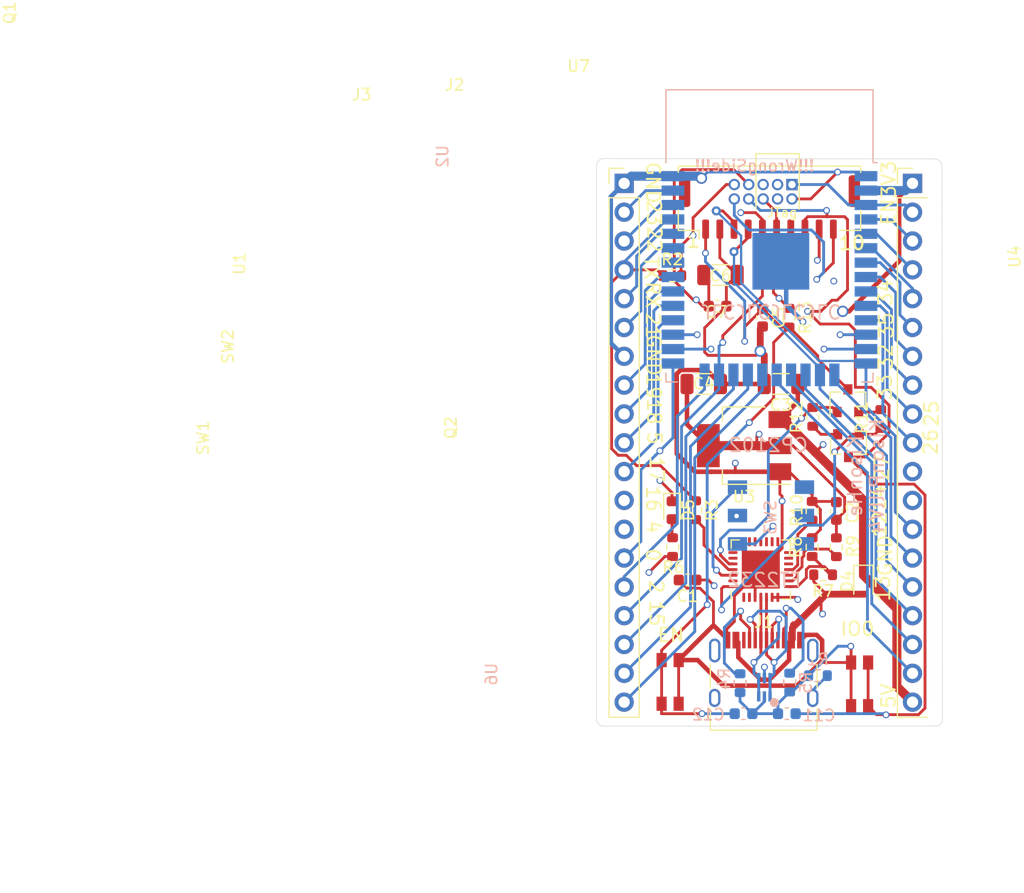
<source format=kicad_pcb>
(kicad_pcb (version 20171130) (host pcbnew 5.1.9)

  (general
    (thickness 1.6)
    (drawings 46)
    (tracks 690)
    (zones 0)
    (modules 38)
    (nets 77)
  )

  (page A4)
  (layers
    (0 F.Cu signal)
    (1 In1.Cu signal)
    (2 In2.Cu signal)
    (31 B.Cu signal)
    (32 B.Adhes user)
    (33 F.Adhes user)
    (34 B.Paste user)
    (35 F.Paste user)
    (36 B.SilkS user)
    (37 F.SilkS user)
    (38 B.Mask user)
    (39 F.Mask user)
    (40 Dwgs.User user)
    (41 Cmts.User user)
    (42 Eco1.User user)
    (43 Eco2.User user)
    (44 Edge.Cuts user)
    (45 Margin user)
    (46 B.CrtYd user)
    (47 F.CrtYd user)
    (48 B.Fab user)
    (49 F.Fab user)
  )

  (setup
    (last_trace_width 0.25)
    (user_trace_width 0.2)
    (user_trace_width 0.4)
    (user_trace_width 0.6)
    (user_trace_width 0.8)
    (user_trace_width 1)
    (trace_clearance 0.127)
    (zone_clearance 0.508)
    (zone_45_only no)
    (trace_min 0.127)
    (via_size 0.8)
    (via_drill 0.4)
    (via_min_size 0.5)
    (via_min_drill 0.3)
    (user_via 0.5 0.3)
    (user_via 0.6 0.4)
    (user_via 1 0.7)
    (uvia_size 0.3)
    (uvia_drill 0.1)
    (uvias_allowed no)
    (uvia_min_size 0.2)
    (uvia_min_drill 0.1)
    (edge_width 0.05)
    (segment_width 0.2)
    (pcb_text_width 0.3)
    (pcb_text_size 1.5 1.5)
    (mod_edge_width 0.12)
    (mod_text_size 1.2 1.2)
    (mod_text_width 0.17)
    (pad_size 1.524 1.524)
    (pad_drill 0.762)
    (pad_to_mask_clearance 0)
    (aux_axis_origin 0 0)
    (visible_elements FFFFFF7F)
    (pcbplotparams
      (layerselection 0x010fc_ffffffff)
      (usegerberextensions false)
      (usegerberattributes true)
      (usegerberadvancedattributes true)
      (creategerberjobfile true)
      (excludeedgelayer true)
      (linewidth 0.100000)
      (plotframeref false)
      (viasonmask false)
      (mode 1)
      (useauxorigin false)
      (hpglpennumber 1)
      (hpglpenspeed 20)
      (hpglpendiameter 15.000000)
      (psnegative false)
      (psa4output false)
      (plotreference true)
      (plotvalue true)
      (plotinvisibletext false)
      (padsonsilk false)
      (subtractmaskfromsilk false)
      (outputformat 1)
      (mirror false)
      (drillshape 0)
      (scaleselection 1)
      (outputdirectory "plot"))
  )

  (net 0 "")
  (net 1 GND)
  (net 2 +3V3)
  (net 3 /VBUS)
  (net 4 /USB_DN)
  (net 5 /USB_DP)
  (net 6 /EXT_5V)
  (net 7 "Net-(J1-PadB8)")
  (net 8 "Net-(J1-PadA5)")
  (net 9 "Net-(J1-PadA8)")
  (net 10 "Net-(J1-PadB5)")
  (net 11 "Net-(J1-PadS1)")
  (net 12 /EN)
  (net 13 "Net-(Q1-Pad2)")
  (net 14 /RTS)
  (net 15 /DTR)
  (net 16 "Net-(Q2-Pad2)")
  (net 17 /IO0)
  (net 18 "Net-(U1-Pad27)")
  (net 19 "Net-(U1-Pad23)")
  (net 20 "Net-(U1-Pad22)")
  (net 21 "Net-(U1-Pad21)")
  (net 22 "Net-(U1-Pad20)")
  (net 23 "Net-(U1-Pad19)")
  (net 24 "Net-(U1-Pad18)")
  (net 25 "Net-(U1-Pad17)")
  (net 26 "Net-(U1-Pad16)")
  (net 27 "Net-(U1-Pad15)")
  (net 28 "Net-(U1-Pad14)")
  (net 29 "Net-(U1-Pad13)")
  (net 30 "Net-(U1-Pad12)")
  (net 31 "Net-(R10-Pad2)")
  (net 32 "Net-(U1-Pad10)")
  (net 33 "Net-(R9-Pad1)")
  (net 34 "Net-(R7-Pad1)")
  (net 35 "Net-(U1-Pad2)")
  (net 36 "Net-(U1-Pad1)")
  (net 37 "Net-(U2-Pad32)")
  (net 38 /IO15)
  (net 39 /IO14)
  (net 40 /IO13)
  (net 41 /IO12)
  (net 42 "Net-(D5-Pad2)")
  (net 43 /IO4)
  (net 44 /IO23)
  (net 45 /IO18)
  (net 46 /IO22)
  (net 47 /IO21)
  (net 48 /IO19)
  (net 49 /IO17)
  (net 50 /IO16)
  (net 51 /IO2)
  (net 52 /IO27)
  (net 53 /IO26)
  (net 54 /IO25)
  (net 55 /IO33)
  (net 56 /IO32)
  (net 57 /IO35)
  (net 58 /IO34)
  (net 59 /SENSOR_VN)
  (net 60 /SENSOR_VP)
  (net 61 /CMD)
  (net 62 /SD3)
  (net 63 /SD2)
  (net 64 /CLK)
  (net 65 /SD0)
  (net 66 /SD1)
  (net 67 /IO5)
  (net 68 /ESPRX)
  (net 69 /CP2102TX)
  (net 70 /CP2102RX)
  (net 71 /ESPTX)
  (net 72 "Net-(SW3-Pad6)")
  (net 73 "Net-(SW3-Pad5)")
  (net 74 "Net-(SW3-Pad4)")
  (net 75 /FT2232TX)
  (net 76 /FT2232RX)

  (net_class Default "This is the default net class."
    (clearance 0.127)
    (trace_width 0.25)
    (via_dia 0.8)
    (via_drill 0.4)
    (uvia_dia 0.3)
    (uvia_drill 0.1)
    (add_net +3V3)
    (add_net /CLK)
    (add_net /CMD)
    (add_net /CP2102RX)
    (add_net /CP2102TX)
    (add_net /DTR)
    (add_net /EN)
    (add_net /ESPRX)
    (add_net /ESPTX)
    (add_net /EXT_5V)
    (add_net /FT2232RX)
    (add_net /FT2232TX)
    (add_net /IO0)
    (add_net /IO12)
    (add_net /IO13)
    (add_net /IO14)
    (add_net /IO15)
    (add_net /IO16)
    (add_net /IO17)
    (add_net /IO18)
    (add_net /IO19)
    (add_net /IO2)
    (add_net /IO21)
    (add_net /IO22)
    (add_net /IO23)
    (add_net /IO25)
    (add_net /IO26)
    (add_net /IO27)
    (add_net /IO32)
    (add_net /IO33)
    (add_net /IO34)
    (add_net /IO35)
    (add_net /IO4)
    (add_net /IO5)
    (add_net /RTS)
    (add_net /SD0)
    (add_net /SD1)
    (add_net /SD2)
    (add_net /SD3)
    (add_net /SENSOR_VN)
    (add_net /SENSOR_VP)
    (add_net /USB_DN)
    (add_net /USB_DP)
    (add_net /VBUS)
    (add_net GND)
    (add_net "Net-(D5-Pad2)")
    (add_net "Net-(J1-PadA5)")
    (add_net "Net-(J1-PadA8)")
    (add_net "Net-(J1-PadB5)")
    (add_net "Net-(J1-PadB8)")
    (add_net "Net-(J1-PadS1)")
    (add_net "Net-(Q1-Pad2)")
    (add_net "Net-(Q2-Pad2)")
    (add_net "Net-(R10-Pad2)")
    (add_net "Net-(R7-Pad1)")
    (add_net "Net-(R9-Pad1)")
    (add_net "Net-(SW3-Pad4)")
    (add_net "Net-(SW3-Pad5)")
    (add_net "Net-(SW3-Pad6)")
    (add_net "Net-(U1-Pad1)")
    (add_net "Net-(U1-Pad10)")
    (add_net "Net-(U1-Pad12)")
    (add_net "Net-(U1-Pad13)")
    (add_net "Net-(U1-Pad14)")
    (add_net "Net-(U1-Pad15)")
    (add_net "Net-(U1-Pad16)")
    (add_net "Net-(U1-Pad17)")
    (add_net "Net-(U1-Pad18)")
    (add_net "Net-(U1-Pad19)")
    (add_net "Net-(U1-Pad2)")
    (add_net "Net-(U1-Pad20)")
    (add_net "Net-(U1-Pad21)")
    (add_net "Net-(U1-Pad22)")
    (add_net "Net-(U1-Pad23)")
    (add_net "Net-(U1-Pad27)")
    (add_net "Net-(U2-Pad32)")
  )

  (module RF_Module:ESP32-WROOM-32 (layer B.Cu) (tedit 5B5B4654) (tstamp 6060FEE9)
    (at 134.4168 77.6224 180)
    (descr "Single 2.4 GHz Wi-Fi and Bluetooth combo chip https://www.espressif.com/sites/default/files/documentation/esp32-wroom-32_datasheet_en.pdf")
    (tags "Single 2.4 GHz Wi-Fi and Bluetooth combo  chip")
    (path /604F5519)
    (attr smd)
    (fp_text reference U2 (at 28.8036 10.0076 270) (layer B.SilkS)
      (effects (font (size 1 1) (thickness 0.15)) (justify mirror))
    )
    (fp_text value ESP32-WROOM-32D (at 0 -11.5) (layer B.Fab)
      (effects (font (size 1 1) (thickness 0.15)) (justify mirror))
    )
    (fp_line (start -9.12 9.445) (end -9.5 9.445) (layer B.SilkS) (width 0.12))
    (fp_line (start -9.12 15.865) (end -9.12 9.445) (layer B.SilkS) (width 0.12))
    (fp_line (start 9.12 15.865) (end 9.12 9.445) (layer B.SilkS) (width 0.12))
    (fp_line (start -9.12 15.865) (end 9.12 15.865) (layer B.SilkS) (width 0.12))
    (fp_line (start 9.12 -9.88) (end 8.12 -9.88) (layer B.SilkS) (width 0.12))
    (fp_line (start 9.12 -9.1) (end 9.12 -9.88) (layer B.SilkS) (width 0.12))
    (fp_line (start -9.12 -9.88) (end -8.12 -9.88) (layer B.SilkS) (width 0.12))
    (fp_line (start -9.12 -9.1) (end -9.12 -9.88) (layer B.SilkS) (width 0.12))
    (fp_line (start 8.4 20.6) (end 8.2 20.4) (layer Cmts.User) (width 0.1))
    (fp_line (start 8.4 16) (end 8.4 20.6) (layer Cmts.User) (width 0.1))
    (fp_line (start 8.4 20.6) (end 8.6 20.4) (layer Cmts.User) (width 0.1))
    (fp_line (start 8.4 16) (end 8.6 16.2) (layer Cmts.User) (width 0.1))
    (fp_line (start 8.4 16) (end 8.2 16.2) (layer Cmts.User) (width 0.1))
    (fp_line (start -9.2 13.875) (end -9.4 14.075) (layer Cmts.User) (width 0.1))
    (fp_line (start -13.8 13.875) (end -9.2 13.875) (layer Cmts.User) (width 0.1))
    (fp_line (start -9.2 13.875) (end -9.4 13.675) (layer Cmts.User) (width 0.1))
    (fp_line (start -13.8 13.875) (end -13.6 13.675) (layer Cmts.User) (width 0.1))
    (fp_line (start -13.8 13.875) (end -13.6 14.075) (layer Cmts.User) (width 0.1))
    (fp_line (start 9.2 13.875) (end 9.4 13.675) (layer Cmts.User) (width 0.1))
    (fp_line (start 9.2 13.875) (end 9.4 14.075) (layer Cmts.User) (width 0.1))
    (fp_line (start 13.8 13.875) (end 13.6 13.675) (layer Cmts.User) (width 0.1))
    (fp_line (start 13.8 13.875) (end 13.6 14.075) (layer Cmts.User) (width 0.1))
    (fp_line (start 9.2 13.875) (end 13.8 13.875) (layer Cmts.User) (width 0.1))
    (fp_line (start 14 11.585) (end 12 9.97) (layer Dwgs.User) (width 0.1))
    (fp_line (start 14 13.2) (end 10 9.97) (layer Dwgs.User) (width 0.1))
    (fp_line (start 14 14.815) (end 8 9.97) (layer Dwgs.User) (width 0.1))
    (fp_line (start 14 16.43) (end 6 9.97) (layer Dwgs.User) (width 0.1))
    (fp_line (start 14 18.045) (end 4 9.97) (layer Dwgs.User) (width 0.1))
    (fp_line (start 14 19.66) (end 2 9.97) (layer Dwgs.User) (width 0.1))
    (fp_line (start 13.475 20.75) (end 0 9.97) (layer Dwgs.User) (width 0.1))
    (fp_line (start 11.475 20.75) (end -2 9.97) (layer Dwgs.User) (width 0.1))
    (fp_line (start 9.475 20.75) (end -4 9.97) (layer Dwgs.User) (width 0.1))
    (fp_line (start 7.475 20.75) (end -6 9.97) (layer Dwgs.User) (width 0.1))
    (fp_line (start -8 9.97) (end 5.475 20.75) (layer Dwgs.User) (width 0.1))
    (fp_line (start 3.475 20.75) (end -10 9.97) (layer Dwgs.User) (width 0.1))
    (fp_line (start 1.475 20.75) (end -12 9.97) (layer Dwgs.User) (width 0.1))
    (fp_line (start -0.525 20.75) (end -14 9.97) (layer Dwgs.User) (width 0.1))
    (fp_line (start -2.525 20.75) (end -14 11.585) (layer Dwgs.User) (width 0.1))
    (fp_line (start -4.525 20.75) (end -14 13.2) (layer Dwgs.User) (width 0.1))
    (fp_line (start -6.525 20.75) (end -14 14.815) (layer Dwgs.User) (width 0.1))
    (fp_line (start -8.525 20.75) (end -14 16.43) (layer Dwgs.User) (width 0.1))
    (fp_line (start -10.525 20.75) (end -14 18.045) (layer Dwgs.User) (width 0.1))
    (fp_line (start -12.525 20.75) (end -14 19.66) (layer Dwgs.User) (width 0.1))
    (fp_line (start 9.75 9.72) (end 14.25 9.72) (layer B.CrtYd) (width 0.05))
    (fp_line (start -14.25 9.72) (end -9.75 9.72) (layer B.CrtYd) (width 0.05))
    (fp_line (start 14.25 21) (end 14.25 9.72) (layer B.CrtYd) (width 0.05))
    (fp_line (start -14.25 21) (end -14.25 9.72) (layer B.CrtYd) (width 0.05))
    (fp_line (start 14 20.75) (end -14 20.75) (layer Dwgs.User) (width 0.1))
    (fp_line (start 14 9.97) (end 14 20.75) (layer Dwgs.User) (width 0.1))
    (fp_line (start 14 9.97) (end -14 9.97) (layer Dwgs.User) (width 0.1))
    (fp_line (start -9 9.02) (end -8.5 9.52) (layer B.Fab) (width 0.1))
    (fp_line (start -8.5 9.52) (end -9 10.02) (layer B.Fab) (width 0.1))
    (fp_line (start -9 9.02) (end -9 -9.76) (layer B.Fab) (width 0.1))
    (fp_line (start -14.25 21) (end 14.25 21) (layer B.CrtYd) (width 0.05))
    (fp_line (start 9.75 9.72) (end 9.75 -10.5) (layer B.CrtYd) (width 0.05))
    (fp_line (start -9.75 -10.5) (end 9.75 -10.5) (layer B.CrtYd) (width 0.05))
    (fp_line (start -9.75 -10.5) (end -9.75 9.72) (layer B.CrtYd) (width 0.05))
    (fp_line (start -9 15.745) (end 9 15.745) (layer B.Fab) (width 0.1))
    (fp_line (start -9 15.745) (end -9 10.02) (layer B.Fab) (width 0.1))
    (fp_line (start -9 -9.76) (end 9 -9.76) (layer B.Fab) (width 0.1))
    (fp_line (start 9 -9.76) (end 9 15.745) (layer B.Fab) (width 0.1))
    (fp_line (start -14 9.97) (end -14 20.75) (layer Dwgs.User) (width 0.1))
    (fp_text user "5 mm" (at 7.8 19.075 270) (layer Cmts.User)
      (effects (font (size 0.5 0.5) (thickness 0.1)))
    )
    (fp_text user "5 mm" (at -11.2 14.375) (layer Cmts.User)
      (effects (font (size 0.5 0.5) (thickness 0.1)))
    )
    (fp_text user "5 mm" (at 11.8 14.375) (layer Cmts.User)
      (effects (font (size 0.5 0.5) (thickness 0.1)))
    )
    (fp_text user Antenna (at 0 13) (layer Cmts.User)
      (effects (font (size 1 1) (thickness 0.15)))
    )
    (fp_text user "KEEP-OUT ZONE" (at 0 19) (layer Cmts.User)
      (effects (font (size 1 1) (thickness 0.15)))
    )
    (fp_text user %R (at 0 0) (layer B.Fab)
      (effects (font (size 1 1) (thickness 0.15)) (justify mirror))
    )
    (pad 38 smd rect (at 8.5 8.255 180) (size 2 0.9) (layers B.Cu B.Paste B.Mask)
      (net 1 GND))
    (pad 37 smd rect (at 8.5 6.985 180) (size 2 0.9) (layers B.Cu B.Paste B.Mask)
      (net 44 /IO23))
    (pad 36 smd rect (at 8.5 5.715 180) (size 2 0.9) (layers B.Cu B.Paste B.Mask)
      (net 46 /IO22))
    (pad 35 smd rect (at 8.5 4.445 180) (size 2 0.9) (layers B.Cu B.Paste B.Mask)
      (net 71 /ESPTX))
    (pad 34 smd rect (at 8.5 3.175 180) (size 2 0.9) (layers B.Cu B.Paste B.Mask)
      (net 68 /ESPRX))
    (pad 33 smd rect (at 8.5 1.905 180) (size 2 0.9) (layers B.Cu B.Paste B.Mask)
      (net 47 /IO21))
    (pad 32 smd rect (at 8.5 0.635 180) (size 2 0.9) (layers B.Cu B.Paste B.Mask)
      (net 37 "Net-(U2-Pad32)"))
    (pad 31 smd rect (at 8.5 -0.635 180) (size 2 0.9) (layers B.Cu B.Paste B.Mask)
      (net 48 /IO19))
    (pad 30 smd rect (at 8.5 -1.905 180) (size 2 0.9) (layers B.Cu B.Paste B.Mask)
      (net 45 /IO18))
    (pad 29 smd rect (at 8.5 -3.175 180) (size 2 0.9) (layers B.Cu B.Paste B.Mask)
      (net 67 /IO5))
    (pad 28 smd rect (at 8.5 -4.445 180) (size 2 0.9) (layers B.Cu B.Paste B.Mask)
      (net 49 /IO17))
    (pad 27 smd rect (at 8.5 -5.715 180) (size 2 0.9) (layers B.Cu B.Paste B.Mask)
      (net 50 /IO16))
    (pad 26 smd rect (at 8.5 -6.985 180) (size 2 0.9) (layers B.Cu B.Paste B.Mask)
      (net 43 /IO4))
    (pad 25 smd rect (at 8.5 -8.255 180) (size 2 0.9) (layers B.Cu B.Paste B.Mask)
      (net 17 /IO0))
    (pad 24 smd rect (at 5.715 -9.255 90) (size 2 0.9) (layers B.Cu B.Paste B.Mask)
      (net 51 /IO2))
    (pad 23 smd rect (at 4.445 -9.255 90) (size 2 0.9) (layers B.Cu B.Paste B.Mask)
      (net 38 /IO15))
    (pad 22 smd rect (at 3.175 -9.255 90) (size 2 0.9) (layers B.Cu B.Paste B.Mask)
      (net 66 /SD1))
    (pad 21 smd rect (at 1.905 -9.255 90) (size 2 0.9) (layers B.Cu B.Paste B.Mask)
      (net 65 /SD0))
    (pad 20 smd rect (at 0.635 -9.255 90) (size 2 0.9) (layers B.Cu B.Paste B.Mask)
      (net 64 /CLK))
    (pad 19 smd rect (at -0.635 -9.255 90) (size 2 0.9) (layers B.Cu B.Paste B.Mask)
      (net 61 /CMD))
    (pad 18 smd rect (at -1.905 -9.255 90) (size 2 0.9) (layers B.Cu B.Paste B.Mask)
      (net 62 /SD3))
    (pad 17 smd rect (at -3.175 -9.255 90) (size 2 0.9) (layers B.Cu B.Paste B.Mask)
      (net 63 /SD2))
    (pad 16 smd rect (at -4.445 -9.255 90) (size 2 0.9) (layers B.Cu B.Paste B.Mask)
      (net 40 /IO13))
    (pad 15 smd rect (at -5.715 -9.255 90) (size 2 0.9) (layers B.Cu B.Paste B.Mask)
      (net 1 GND))
    (pad 14 smd rect (at -8.5 -8.255 180) (size 2 0.9) (layers B.Cu B.Paste B.Mask)
      (net 41 /IO12))
    (pad 13 smd rect (at -8.5 -6.985 180) (size 2 0.9) (layers B.Cu B.Paste B.Mask)
      (net 39 /IO14))
    (pad 12 smd rect (at -8.5 -5.715 180) (size 2 0.9) (layers B.Cu B.Paste B.Mask)
      (net 52 /IO27))
    (pad 11 smd rect (at -8.5 -4.445 180) (size 2 0.9) (layers B.Cu B.Paste B.Mask)
      (net 53 /IO26))
    (pad 10 smd rect (at -8.5 -3.175 180) (size 2 0.9) (layers B.Cu B.Paste B.Mask)
      (net 54 /IO25))
    (pad 9 smd rect (at -8.5 -1.905 180) (size 2 0.9) (layers B.Cu B.Paste B.Mask)
      (net 55 /IO33))
    (pad 8 smd rect (at -8.5 -0.635 180) (size 2 0.9) (layers B.Cu B.Paste B.Mask)
      (net 56 /IO32))
    (pad 7 smd rect (at -8.5 0.635 180) (size 2 0.9) (layers B.Cu B.Paste B.Mask)
      (net 57 /IO35))
    (pad 6 smd rect (at -8.5 1.905 180) (size 2 0.9) (layers B.Cu B.Paste B.Mask)
      (net 58 /IO34))
    (pad 5 smd rect (at -8.5 3.175 180) (size 2 0.9) (layers B.Cu B.Paste B.Mask)
      (net 59 /SENSOR_VN))
    (pad 4 smd rect (at -8.5 4.445 180) (size 2 0.9) (layers B.Cu B.Paste B.Mask)
      (net 60 /SENSOR_VP))
    (pad 3 smd rect (at -8.5 5.715 180) (size 2 0.9) (layers B.Cu B.Paste B.Mask)
      (net 12 /EN))
    (pad 2 smd rect (at -8.5 6.985 180) (size 2 0.9) (layers B.Cu B.Paste B.Mask)
      (net 2 +3V3))
    (pad 1 smd rect (at -8.5 8.255 180) (size 2 0.9) (layers B.Cu B.Paste B.Mask)
      (net 1 GND))
    (pad 39 smd rect (at -1 0.755 180) (size 5 5) (layers B.Cu B.Paste B.Mask)
      (net 1 GND))
    (model ${KISYS3DMOD}/RF_Module.3dshapes/ESP32-WROOM-32.wrl
      (at (xyz 0 0 0))
      (scale (xyz 1 1 1))
      (rotate (xyz 0 0 0))
    )
  )

  (module Connector_Molex:Molex_CLIK-Mate_502382-1070_1x10-1MP_P1.25mm_Vertical (layer F.Cu) (tedit 5B78AD89) (tstamp 6060FF62)
    (at 134.4168 72.0852)
    (descr "Molex CLIK-Mate series connector, 502382-1070 (http://www.molex.com/pdm_docs/sd/5023820270_sd.pdf), generated with kicad-footprint-generator")
    (tags "connector Molex CLIK-Mate side entry")
    (path /605F623D)
    (attr smd)
    (fp_text reference U7 (at -16.8148 -12.4206) (layer F.SilkS)
      (effects (font (size 1 1) (thickness 0.15)))
    )
    (fp_text value ESP32FullConnector (at 0 4) (layer F.Fab)
      (effects (font (size 1 1) (thickness 0.15)))
    )
    (fp_line (start -5.625 1.242893) (end -5.125 1.95) (layer F.Fab) (width 0.1))
    (fp_line (start -6.125 1.95) (end -5.625 1.242893) (layer F.Fab) (width 0.1))
    (fp_line (start 8.48 -4) (end -8.48 -4) (layer F.CrtYd) (width 0.05))
    (fp_line (start 8.48 3.3) (end 8.48 -4) (layer F.CrtYd) (width 0.05))
    (fp_line (start -8.48 3.3) (end 8.48 3.3) (layer F.CrtYd) (width 0.05))
    (fp_line (start -8.48 -4) (end -8.48 3.3) (layer F.CrtYd) (width 0.05))
    (fp_line (start 7.925 1.95) (end 7.925 -3.5) (layer F.Fab) (width 0.1))
    (fp_line (start -7.925 1.95) (end -7.925 -3.5) (layer F.Fab) (width 0.1))
    (fp_line (start -7.925 -3.5) (end 7.925 -3.5) (layer F.Fab) (width 0.1))
    (fp_line (start 8.035 -3.61) (end 8.035 -3.06) (layer F.SilkS) (width 0.12))
    (fp_line (start -8.035 -3.61) (end 8.035 -3.61) (layer F.SilkS) (width 0.12))
    (fp_line (start -8.035 -3.06) (end -8.035 -3.61) (layer F.SilkS) (width 0.12))
    (fp_line (start 8.035 2.06) (end 6.185 2.06) (layer F.SilkS) (width 0.12))
    (fp_line (start 8.035 0.26) (end 8.035 2.06) (layer F.SilkS) (width 0.12))
    (fp_line (start -6.185 2.06) (end -6.185 2.8) (layer F.SilkS) (width 0.12))
    (fp_line (start -8.035 2.06) (end -6.185 2.06) (layer F.SilkS) (width 0.12))
    (fp_line (start -8.035 0.26) (end -8.035 2.06) (layer F.SilkS) (width 0.12))
    (fp_line (start -7.925 1.95) (end 7.925 1.95) (layer F.Fab) (width 0.1))
    (fp_text user %R (at 0 -0.77) (layer F.Fab)
      (effects (font (size 1 1) (thickness 0.15)))
    )
    (pad MP smd roundrect (at 7.475 -1.4) (size 1 2.8) (layers F.Cu F.Paste F.Mask) (roundrect_rratio 0.25))
    (pad MP smd roundrect (at -7.475 -1.4) (size 1 2.8) (layers F.Cu F.Paste F.Mask) (roundrect_rratio 0.25))
    (pad 10 smd roundrect (at 5.625 1.95) (size 0.6 1.7) (layers F.Cu F.Paste F.Mask) (roundrect_rratio 0.25)
      (net 75 /FT2232TX))
    (pad 9 smd roundrect (at 4.375 1.95) (size 0.6 1.7) (layers F.Cu F.Paste F.Mask) (roundrect_rratio 0.25)
      (net 76 /FT2232RX))
    (pad 8 smd roundrect (at 3.125 1.95) (size 0.6 1.7) (layers F.Cu F.Paste F.Mask) (roundrect_rratio 0.25)
      (net 17 /IO0))
    (pad 7 smd roundrect (at 1.875 1.95) (size 0.6 1.7) (layers F.Cu F.Paste F.Mask) (roundrect_rratio 0.25)
      (net 2 +3V3))
    (pad 6 smd roundrect (at 0.625 1.95) (size 0.6 1.7) (layers F.Cu F.Paste F.Mask) (roundrect_rratio 0.25)
      (net 38 /IO15))
    (pad 5 smd roundrect (at -0.625 1.95) (size 0.6 1.7) (layers F.Cu F.Paste F.Mask) (roundrect_rratio 0.25)
      (net 39 /IO14))
    (pad 4 smd roundrect (at -1.875 1.95) (size 0.6 1.7) (layers F.Cu F.Paste F.Mask) (roundrect_rratio 0.25)
      (net 40 /IO13))
    (pad 3 smd roundrect (at -3.125 1.95) (size 0.6 1.7) (layers F.Cu F.Paste F.Mask) (roundrect_rratio 0.25)
      (net 41 /IO12))
    (pad 2 smd roundrect (at -4.375 1.95) (size 0.6 1.7) (layers F.Cu F.Paste F.Mask) (roundrect_rratio 0.25)
      (net 1 GND))
    (pad 1 smd roundrect (at -5.625 1.95) (size 0.6 1.7) (layers F.Cu F.Paste F.Mask) (roundrect_rratio 0.25)
      (net 12 /EN))
    (model ${KISYS3DMOD}/Connector_Molex.3dshapes/Molex_CLIK-Mate_502382-1070_1x10-1MP_P1.25mm_Vertical.wrl
      (at (xyz 0 0 0))
      (scale (xyz 1 1 1))
      (rotate (xyz 0 0 0))
    )
  )

  (module Resistor_SMD:R_0603_1608Metric (layer F.Cu) (tedit 5F68FEEE) (tstamp 60800CA4)
    (at 125.857 78.1304)
    (descr "Resistor SMD 0603 (1608 Metric), square (rectangular) end terminal, IPC_7351 nominal, (Body size source: IPC-SM-782 page 72, https://www.pcb-3d.com/wordpress/wp-content/uploads/ipc-sm-782a_amendment_1_and_2.pdf), generated with kicad-footprint-generator")
    (tags resistor)
    (path /6084D46E)
    (attr smd)
    (fp_text reference R2 (at 0 -1.43) (layer F.SilkS)
      (effects (font (size 1 1) (thickness 0.15)))
    )
    (fp_text value 0 (at 0 1.43) (layer F.Fab)
      (effects (font (size 1 1) (thickness 0.15)))
    )
    (fp_line (start -0.8 0.4125) (end -0.8 -0.4125) (layer F.Fab) (width 0.1))
    (fp_line (start -0.8 -0.4125) (end 0.8 -0.4125) (layer F.Fab) (width 0.1))
    (fp_line (start 0.8 -0.4125) (end 0.8 0.4125) (layer F.Fab) (width 0.1))
    (fp_line (start 0.8 0.4125) (end -0.8 0.4125) (layer F.Fab) (width 0.1))
    (fp_line (start -0.237258 -0.5225) (end 0.237258 -0.5225) (layer F.SilkS) (width 0.12))
    (fp_line (start -0.237258 0.5225) (end 0.237258 0.5225) (layer F.SilkS) (width 0.12))
    (fp_line (start -1.48 0.73) (end -1.48 -0.73) (layer F.CrtYd) (width 0.05))
    (fp_line (start -1.48 -0.73) (end 1.48 -0.73) (layer F.CrtYd) (width 0.05))
    (fp_line (start 1.48 -0.73) (end 1.48 0.73) (layer F.CrtYd) (width 0.05))
    (fp_line (start 1.48 0.73) (end -1.48 0.73) (layer F.CrtYd) (width 0.05))
    (fp_text user %R (at 0 0) (layer F.Fab)
      (effects (font (size 0.4 0.4) (thickness 0.06)))
    )
    (pad 2 smd roundrect (at 0.825 0) (size 0.8 0.95) (layers F.Cu F.Paste F.Mask) (roundrect_rratio 0.25)
      (net 76 /FT2232RX))
    (pad 1 smd roundrect (at -0.825 0) (size 0.8 0.95) (layers F.Cu F.Paste F.Mask) (roundrect_rratio 0.25)
      (net 71 /ESPTX))
    (model ${KISYS3DMOD}/Resistor_SMD.3dshapes/R_0603_1608Metric.wrl
      (at (xyz 0 0 0))
      (scale (xyz 1 1 1))
      (rotate (xyz 0 0 0))
    )
  )

  (module KisonCommon:MSS22D18G2 (layer B.Cu) (tedit 607FA757) (tstamp 607FFEDD)
    (at 134.6454 99.187 270)
    (path /6083AE64)
    (fp_text reference SW3 (at 0.254 0.135 90) (layer B.SilkS)
      (effects (font (size 1 1) (thickness 0.15)) (justify mirror))
    )
    (fp_text value SW_Push_DPDT (at 0.254 1.135 90) (layer B.Fab)
      (effects (font (size 1 1) (thickness 0.15)) (justify mirror))
    )
    (fp_line (start -4.728 4.064) (end 4.572 4.064) (layer B.CrtYd) (width 0.12))
    (fp_line (start 4.572 4.063) (end 4.572 -3.937) (layer B.CrtYd) (width 0.12))
    (fp_line (start -4.728 -3.937) (end 4.572 -3.937) (layer B.CrtYd) (width 0.12))
    (fp_line (start -4.728 4.063) (end -4.728 -3.937) (layer B.CrtYd) (width 0.12))
    (pad 6 smd rect (at 2.587 -2.852 270) (size 1.2 1.7) (layers B.Cu B.Paste B.Mask)
      (net 72 "Net-(SW3-Pad6)"))
    (pad 5 smd rect (at 0.087 -2.852 270) (size 1.2 1.7) (layers B.Cu B.Paste B.Mask)
      (net 73 "Net-(SW3-Pad5)"))
    (pad 4 smd rect (at -2.413 -2.852 270) (size 1.2 1.7) (layers B.Cu B.Paste B.Mask)
      (net 74 "Net-(SW3-Pad4)"))
    (pad 3 smd rect (at 2.587 3.048 270) (size 1.2 1.7) (layers B.Cu B.Paste B.Mask)
      (net 75 /FT2232TX))
    (pad 2 smd rect (at 0.087 3.048 270) (size 1.2 1.7) (layers B.Cu B.Paste B.Mask)
      (net 68 /ESPRX))
    (pad 1 smd rect (at -2.413 3.048 270) (size 1.2 1.7) (layers B.Cu B.Paste B.Mask)
      (net 69 /CP2102TX))
  )

  (module Connector_PinHeader_2.54mm:PinHeader_1x19_P2.54mm_Vertical locked (layer F.Cu) (tedit 60742142) (tstamp 6061914C)
    (at 147.0152 70.0024)
    (descr "Through hole straight pin header, 1x19, 2.54mm pitch, single row")
    (tags "Through hole pin header THT 1x19 2.54mm single row")
    (path /60628660)
    (fp_text reference J2 (at -40.3352 -8.6868) (layer F.SilkS)
      (effects (font (size 1 1) (thickness 0.15)))
    )
    (fp_text value Conn_01x19_Male (at 0 48.05) (layer F.Fab)
      (effects (font (size 1 1) (thickness 0.15)))
    )
    (fp_line (start 1.8 -1.8) (end -1.8 -1.8) (layer F.CrtYd) (width 0.05))
    (fp_line (start 1.8 47.5) (end 1.8 -1.8) (layer F.CrtYd) (width 0.05))
    (fp_line (start -1.8 47.5) (end 1.8 47.5) (layer F.CrtYd) (width 0.05))
    (fp_line (start -1.8 -1.8) (end -1.8 47.5) (layer F.CrtYd) (width 0.05))
    (fp_line (start -1.33 -1.33) (end 0 -1.33) (layer F.SilkS) (width 0.12))
    (fp_line (start -1.33 0) (end -1.33 -1.33) (layer F.SilkS) (width 0.12))
    (fp_line (start -1.33 1.27) (end 1.33 1.27) (layer F.SilkS) (width 0.12))
    (fp_line (start -1.33 1.27) (end -1.33 47.05) (layer F.SilkS) (width 0.12))
    (fp_line (start -1.33 47.05) (end 1.33 47.05) (layer F.SilkS) (width 0.12))
    (fp_line (start -1.27 -0.635) (end -0.635 -1.27) (layer F.Fab) (width 0.1))
    (fp_line (start -1.27 46.99) (end -1.27 -0.635) (layer F.Fab) (width 0.1))
    (fp_line (start 1.27 46.99) (end -1.27 46.99) (layer F.Fab) (width 0.1))
    (fp_line (start 1.27 -1.27) (end 1.27 46.99) (layer F.Fab) (width 0.1))
    (fp_line (start -0.635 -1.27) (end 1.27 -1.27) (layer F.Fab) (width 0.1))
    (fp_text user %R (at 0 22.86 90) (layer F.Fab)
      (effects (font (size 1 1) (thickness 0.15)))
    )
    (pad 19 thru_hole oval (at 0 45.72) (size 1.7 1.7) (drill 1) (layers *.Cu *.Mask)
      (net 6 /EXT_5V))
    (pad 18 thru_hole oval (at 0 43.18) (size 1.7 1.7) (drill 1) (layers *.Cu *.Mask)
      (net 61 /CMD))
    (pad 17 thru_hole oval (at 0 40.64) (size 1.7 1.7) (drill 1) (layers *.Cu *.Mask)
      (net 62 /SD3))
    (pad 16 thru_hole oval (at 0 38.1) (size 1.7 1.7) (drill 1) (layers *.Cu *.Mask)
      (net 63 /SD2))
    (pad 15 thru_hole oval (at 0 35.56) (size 1.7 1.7) (drill 1) (layers *.Cu *.Mask)
      (net 40 /IO13))
    (pad 14 thru_hole oval (at 0 33.02) (size 1.7 1.7) (drill 1) (layers *.Cu *.Mask)
      (net 1 GND))
    (pad 13 thru_hole oval (at 0 30.48) (size 1.7 1.7) (drill 1) (layers *.Cu *.Mask)
      (net 41 /IO12))
    (pad 12 thru_hole oval (at 0 27.94) (size 1.7 1.7) (drill 1) (layers *.Cu *.Mask)
      (net 39 /IO14))
    (pad 11 thru_hole oval (at 0 25.4) (size 1.7 1.7) (drill 1) (layers *.Cu *.Mask)
      (net 52 /IO27))
    (pad 10 thru_hole oval (at 0 22.86) (size 1.7 1.7) (drill 1) (layers *.Cu *.Mask)
      (net 53 /IO26))
    (pad 9 thru_hole oval (at 0 20.32) (size 1.7 1.7) (drill 1) (layers *.Cu *.Mask)
      (net 54 /IO25))
    (pad 8 thru_hole oval (at 0 17.78) (size 1.7 1.7) (drill 1) (layers *.Cu *.Mask)
      (net 55 /IO33))
    (pad 7 thru_hole oval (at 0 15.24) (size 1.7 1.7) (drill 1) (layers *.Cu *.Mask)
      (net 56 /IO32))
    (pad 6 thru_hole oval (at 0 12.7) (size 1.7 1.7) (drill 1) (layers *.Cu *.Mask)
      (net 57 /IO35))
    (pad 5 thru_hole oval (at 0 10.16) (size 1.7 1.7) (drill 1) (layers *.Cu *.Mask)
      (net 58 /IO34))
    (pad 4 thru_hole oval (at 0 7.62) (size 1.7 1.7) (drill 1) (layers *.Cu *.Mask)
      (net 59 /SENSOR_VN))
    (pad 3 thru_hole oval (at 0 5.08) (size 1.7 1.7) (drill 1) (layers *.Cu *.Mask)
      (net 60 /SENSOR_VP))
    (pad 2 thru_hole oval (at 0 2.54) (size 1.7 1.7) (drill 1) (layers *.Cu *.Mask)
      (net 12 /EN))
    (pad 1 thru_hole rect (at 0 0) (size 1.7 1.7) (drill 1) (layers *.Cu *.Mask)
      (net 2 +3V3))
    (model ${KISYS3DMOD}/Connector_PinHeader_2.54mm.3dshapes/PinHeader_1x19_P2.54mm_Vertical.wrl
      (at (xyz 0 0 0))
      (scale (xyz 1 1 1))
      (rotate (xyz 0 0 0))
    )
  )

  (module KisonCommon:jtag1.27-10 (layer F.Cu) (tedit 607055E8) (tstamp 60615517)
    (at 136.398 70.104 270)
    (descr "Through hole straight pin header, 2x03, 1.27mm pitch, double rows")
    (tags "Through hole pin header THT 2x03 1.27mm double row")
    (path /60586A77)
    (fp_text reference U4 (at 6.35 -19.6088 90) (layer F.SilkS)
      (effects (font (size 1 1) (thickness 0.15)))
    )
    (fp_text value ESP32FullConnector-KisonCommon (at 3.302 3.048 180) (layer F.Fab)
      (effects (font (size 1 1) (thickness 0.15)))
    )
    (fp_line (start 2.159 3.175) (end -2.7178 3.175) (layer F.SilkS) (width 0.12))
    (fp_line (start -0.889 5.842) (end -0.889 -0.889) (layer Dwgs.User) (width 0.12))
    (fp_line (start 2.159 5.842) (end -0.889 5.842) (layer Dwgs.User) (width 0.12))
    (fp_line (start 2.159 -0.889) (end 2.159 5.842) (layer Dwgs.User) (width 0.12))
    (fp_line (start -0.889 -0.889) (end 2.159 -0.889) (layer Dwgs.User) (width 0.12))
    (fp_line (start 2.159 -0.635) (end -2.7178 -0.635) (layer F.SilkS) (width 0.12))
    (fp_line (start -2.7178 -0.635) (end -2.7178 3.175) (layer F.SilkS) (width 0.12))
    (fp_text user !!!WrongSide!!! (at -1.651 3.302 180) (layer B.SilkS)
      (effects (font (size 1 1) (thickness 0.15)) (justify mirror))
    )
    (fp_text user JTag (at 2.4638 0.8636 180) (layer F.SilkS)
      (effects (font (size 0.8 0.8) (thickness 0.12)))
    )
    (pad 9 thru_hole oval (at 0 5.08 270) (size 1 1) (drill 0.65) (layers *.Cu *.Mask)
      (net 76 /FT2232RX))
    (pad 8 thru_hole oval (at 1.27 3.81 270) (size 1 1) (drill 0.65) (layers *.Cu *.Mask)
      (net 17 /IO0))
    (pad 7 thru_hole oval (at 0 3.81 270) (size 1 1) (drill 0.65) (layers *.Cu *.Mask)
      (net 2 +3V3))
    (pad 10 thru_hole oval (at 1.27 5.08 270) (size 1 1) (drill 0.65) (layers *.Cu *.Mask)
      (net 75 /FT2232TX))
    (pad 1 thru_hole rect (at 0 0 270) (size 1 1) (drill 0.65) (layers *.Cu *.Mask)
      (net 12 /EN))
    (pad 2 thru_hole oval (at 1.27 0 270) (size 1 1) (drill 0.65) (layers *.Cu *.Mask)
      (net 1 GND))
    (pad 3 thru_hole oval (at 0 1.27 270) (size 1 1) (drill 0.65) (layers *.Cu *.Mask)
      (net 41 /IO12))
    (pad 4 thru_hole oval (at 1.27 1.27 270) (size 1 1) (drill 0.65) (layers *.Cu *.Mask)
      (net 40 /IO13))
    (pad 5 thru_hole oval (at 0 2.54 270) (size 1 1) (drill 0.65) (layers *.Cu *.Mask)
      (net 39 /IO14))
    (pad 6 thru_hole oval (at 1.27 2.54 270) (size 1 1) (drill 0.65) (layers *.Cu *.Mask)
      (net 38 /IO15))
    (model ${KISYS3DMOD}/Connector_PinHeader_1.27mm.3dshapes/PinHeader_2x03_P1.27mm_Vertical.wrl
      (at (xyz 0 0 0))
      (scale (xyz 1 1 1))
      (rotate (xyz 0 0 0))
    )
  )

  (module Connector_USB:USB_C_Receptacle_HRO_TYPE-C-31-M-12 (layer F.Cu) (tedit 5D3C0721) (tstamp 6060FC0C)
    (at 133.9088 114.3)
    (descr "USB Type-C receptacle for USB 2.0 and PD, http://www.krhro.com/uploads/soft/180320/1-1P320120243.pdf")
    (tags "usb usb-c 2.0 pd")
    (path /604F8315)
    (attr smd)
    (fp_text reference J1 (at 0 -5.645) (layer F.SilkS)
      (effects (font (size 1 1) (thickness 0.15)))
    )
    (fp_text value USB_C_Receptacle_USB2.0 (at 0 5.1) (layer F.Fab)
      (effects (font (size 1 1) (thickness 0.15)))
    )
    (fp_line (start -4.7 3.9) (end 4.7 3.9) (layer F.SilkS) (width 0.12))
    (fp_line (start -4.47 -3.65) (end 4.47 -3.65) (layer F.Fab) (width 0.1))
    (fp_line (start -4.47 -3.65) (end -4.47 3.65) (layer F.Fab) (width 0.1))
    (fp_line (start -4.47 3.65) (end 4.47 3.65) (layer F.Fab) (width 0.1))
    (fp_line (start 4.47 -3.65) (end 4.47 3.65) (layer F.Fab) (width 0.1))
    (fp_line (start -5.32 -5.27) (end 5.32 -5.27) (layer F.CrtYd) (width 0.05))
    (fp_line (start -5.32 4.15) (end 5.32 4.15) (layer F.CrtYd) (width 0.05))
    (fp_line (start -5.32 -5.27) (end -5.32 4.15) (layer F.CrtYd) (width 0.05))
    (fp_line (start 5.32 -5.27) (end 5.32 4.15) (layer F.CrtYd) (width 0.05))
    (fp_line (start 4.7 -1.9) (end 4.7 0.1) (layer F.SilkS) (width 0.12))
    (fp_line (start 4.7 2) (end 4.7 3.9) (layer F.SilkS) (width 0.12))
    (fp_line (start -4.7 -1.9) (end -4.7 0.1) (layer F.SilkS) (width 0.12))
    (fp_line (start -4.7 2) (end -4.7 3.9) (layer F.SilkS) (width 0.12))
    (fp_text user %R (at 0.1524 -0.254) (layer F.Fab)
      (effects (font (size 1 1) (thickness 0.15)))
    )
    (pad B1 smd rect (at 3.25 -4.045) (size 0.6 1.45) (layers F.Cu F.Paste F.Mask)
      (net 1 GND))
    (pad A9 smd rect (at 2.45 -4.045) (size 0.6 1.45) (layers F.Cu F.Paste F.Mask)
      (net 3 /VBUS))
    (pad B9 smd rect (at -2.45 -4.045) (size 0.6 1.45) (layers F.Cu F.Paste F.Mask)
      (net 3 /VBUS))
    (pad B12 smd rect (at -3.25 -4.045) (size 0.6 1.45) (layers F.Cu F.Paste F.Mask)
      (net 1 GND))
    (pad A1 smd rect (at -3.25 -4.045) (size 0.6 1.45) (layers F.Cu F.Paste F.Mask)
      (net 1 GND))
    (pad A4 smd rect (at -2.45 -4.045) (size 0.6 1.45) (layers F.Cu F.Paste F.Mask)
      (net 3 /VBUS))
    (pad B4 smd rect (at 2.45 -4.045) (size 0.6 1.45) (layers F.Cu F.Paste F.Mask)
      (net 3 /VBUS))
    (pad A12 smd rect (at 3.25 -4.045) (size 0.6 1.45) (layers F.Cu F.Paste F.Mask)
      (net 1 GND))
    (pad B8 smd rect (at -1.75 -4.045) (size 0.3 1.45) (layers F.Cu F.Paste F.Mask)
      (net 7 "Net-(J1-PadB8)"))
    (pad A5 smd rect (at -1.25 -4.045) (size 0.3 1.45) (layers F.Cu F.Paste F.Mask)
      (net 8 "Net-(J1-PadA5)"))
    (pad B7 smd rect (at -0.75 -4.045) (size 0.3 1.45) (layers F.Cu F.Paste F.Mask)
      (net 4 /USB_DN))
    (pad A7 smd rect (at 0.25 -4.045) (size 0.3 1.45) (layers F.Cu F.Paste F.Mask)
      (net 4 /USB_DN))
    (pad B6 smd rect (at 0.75 -4.045) (size 0.3 1.45) (layers F.Cu F.Paste F.Mask)
      (net 5 /USB_DP))
    (pad A8 smd rect (at 1.25 -4.045) (size 0.3 1.45) (layers F.Cu F.Paste F.Mask)
      (net 9 "Net-(J1-PadA8)"))
    (pad B5 smd rect (at 1.75 -4.045) (size 0.3 1.45) (layers F.Cu F.Paste F.Mask)
      (net 10 "Net-(J1-PadB5)"))
    (pad A6 smd rect (at -0.25 -4.045) (size 0.3 1.45) (layers F.Cu F.Paste F.Mask)
      (net 5 /USB_DP))
    (pad S1 thru_hole oval (at 4.32 -3.13) (size 1 2.1) (drill oval 0.6 1.7) (layers *.Cu *.Mask)
      (net 11 "Net-(J1-PadS1)"))
    (pad S1 thru_hole oval (at -4.32 -3.13) (size 1 2.1) (drill oval 0.6 1.7) (layers *.Cu *.Mask)
      (net 11 "Net-(J1-PadS1)"))
    (pad "" np_thru_hole circle (at -2.89 -2.6) (size 0.65 0.65) (drill 0.65) (layers *.Cu *.Mask))
    (pad S1 thru_hole oval (at -4.32 1.05) (size 1 1.6) (drill oval 0.6 1.2) (layers *.Cu *.Mask)
      (net 11 "Net-(J1-PadS1)"))
    (pad "" np_thru_hole circle (at 2.89 -2.6) (size 0.65 0.65) (drill 0.65) (layers *.Cu *.Mask))
    (pad S1 thru_hole oval (at 4.32 1.05) (size 1 1.6) (drill oval 0.6 1.2) (layers *.Cu *.Mask)
      (net 11 "Net-(J1-PadS1)"))
    (model ${KISYS3DMOD}/Connector_USB.3dshapes/USB_C_Receptacle_HRO_TYPE-C-31-M-12.wrl
      (at (xyz 0 0 0))
      (scale (xyz 1 1 1))
      (rotate (xyz 0 0 0))
    )
  )

  (module Package_TO_SOT_SMD:SOT-223-3_TabPin2 (layer F.Cu) (tedit 5A02FF57) (tstamp 6060FEFF)
    (at 132.1816 93.1164 180)
    (descr "module CMS SOT223 4 pins")
    (tags "CMS SOT")
    (path /6057DCFA)
    (attr smd)
    (fp_text reference U3 (at 0 -4.5) (layer F.SilkS)
      (effects (font (size 1 1) (thickness 0.15)))
    )
    (fp_text value SPX1117M3-L-3-3/TR (at 0 4.5) (layer F.Fab)
      (effects (font (size 1 1) (thickness 0.15)))
    )
    (fp_line (start 1.85 -3.35) (end 1.85 3.35) (layer F.Fab) (width 0.1))
    (fp_line (start -1.85 3.35) (end 1.85 3.35) (layer F.Fab) (width 0.1))
    (fp_line (start -4.1 -3.41) (end 1.91 -3.41) (layer F.SilkS) (width 0.12))
    (fp_line (start -0.85 -3.35) (end 1.85 -3.35) (layer F.Fab) (width 0.1))
    (fp_line (start -1.85 3.41) (end 1.91 3.41) (layer F.SilkS) (width 0.12))
    (fp_line (start -1.85 -2.35) (end -1.85 3.35) (layer F.Fab) (width 0.1))
    (fp_line (start -1.85 -2.35) (end -0.85 -3.35) (layer F.Fab) (width 0.1))
    (fp_line (start -4.4 -3.6) (end -4.4 3.6) (layer F.CrtYd) (width 0.05))
    (fp_line (start -4.4 3.6) (end 4.4 3.6) (layer F.CrtYd) (width 0.05))
    (fp_line (start 4.4 3.6) (end 4.4 -3.6) (layer F.CrtYd) (width 0.05))
    (fp_line (start 4.4 -3.6) (end -4.4 -3.6) (layer F.CrtYd) (width 0.05))
    (fp_line (start 1.91 -3.41) (end 1.91 -2.15) (layer F.SilkS) (width 0.12))
    (fp_line (start 1.91 3.41) (end 1.91 2.15) (layer F.SilkS) (width 0.12))
    (fp_text user %R (at 0 0 90) (layer F.Fab)
      (effects (font (size 0.8 0.8) (thickness 0.12)))
    )
    (pad 1 smd rect (at -3.15 -2.3 180) (size 2 1.5) (layers F.Cu F.Paste F.Mask)
      (net 1 GND))
    (pad 3 smd rect (at -3.15 2.3 180) (size 2 1.5) (layers F.Cu F.Paste F.Mask)
      (net 6 /EXT_5V))
    (pad 2 smd rect (at -3.15 0 180) (size 2 1.5) (layers F.Cu F.Paste F.Mask)
      (net 2 +3V3))
    (pad 2 smd rect (at 3.15 0 180) (size 2 3.8) (layers F.Cu F.Paste F.Mask)
      (net 2 +3V3))
    (model ${KISYS3DMOD}/Package_TO_SOT_SMD.3dshapes/SOT-223.wrl
      (at (xyz 0 0 0))
      (scale (xyz 1 1 1))
      (rotate (xyz 0 0 0))
    )
  )

  (module Connector_PinHeader_2.54mm:PinHeader_1x19_P2.54mm_Vertical locked (layer F.Cu) (tedit 59FED5CC) (tstamp 60619173)
    (at 121.6152 70.0024)
    (descr "Through hole straight pin header, 1x19, 2.54mm pitch, single row")
    (tags "Through hole pin header THT 1x19 2.54mm single row")
    (path /6062632A)
    (fp_text reference J3 (at -23.114 -7.8232) (layer F.SilkS)
      (effects (font (size 1 1) (thickness 0.15)))
    )
    (fp_text value Conn_01x19_Male (at 0 48.05) (layer F.Fab)
      (effects (font (size 1 1) (thickness 0.15)))
    )
    (fp_line (start 1.8 -1.8) (end -1.8 -1.8) (layer F.CrtYd) (width 0.05))
    (fp_line (start 1.8 47.5) (end 1.8 -1.8) (layer F.CrtYd) (width 0.05))
    (fp_line (start -1.8 47.5) (end 1.8 47.5) (layer F.CrtYd) (width 0.05))
    (fp_line (start -1.8 -1.8) (end -1.8 47.5) (layer F.CrtYd) (width 0.05))
    (fp_line (start -1.33 -1.33) (end 0 -1.33) (layer F.SilkS) (width 0.12))
    (fp_line (start -1.33 0) (end -1.33 -1.33) (layer F.SilkS) (width 0.12))
    (fp_line (start -1.33 1.27) (end 1.33 1.27) (layer F.SilkS) (width 0.12))
    (fp_line (start 1.33 1.27) (end 1.33 47.05) (layer F.SilkS) (width 0.12))
    (fp_line (start -1.33 1.27) (end -1.33 47.05) (layer F.SilkS) (width 0.12))
    (fp_line (start -1.33 47.05) (end 1.33 47.05) (layer F.SilkS) (width 0.12))
    (fp_line (start -1.27 -0.635) (end -0.635 -1.27) (layer F.Fab) (width 0.1))
    (fp_line (start -1.27 46.99) (end -1.27 -0.635) (layer F.Fab) (width 0.1))
    (fp_line (start 1.27 46.99) (end -1.27 46.99) (layer F.Fab) (width 0.1))
    (fp_line (start 1.27 -1.27) (end 1.27 46.99) (layer F.Fab) (width 0.1))
    (fp_line (start -0.635 -1.27) (end 1.27 -1.27) (layer F.Fab) (width 0.1))
    (fp_text user %R (at 0 22.86 90) (layer F.Fab)
      (effects (font (size 1 1) (thickness 0.15)))
    )
    (pad 19 thru_hole oval (at 0 45.72) (size 1.7 1.7) (drill 1) (layers *.Cu *.Mask)
      (net 64 /CLK))
    (pad 18 thru_hole oval (at 0 43.18) (size 1.7 1.7) (drill 1) (layers *.Cu *.Mask)
      (net 65 /SD0))
    (pad 17 thru_hole oval (at 0 40.64) (size 1.7 1.7) (drill 1) (layers *.Cu *.Mask)
      (net 66 /SD1))
    (pad 16 thru_hole oval (at 0 38.1) (size 1.7 1.7) (drill 1) (layers *.Cu *.Mask)
      (net 38 /IO15))
    (pad 15 thru_hole oval (at 0 35.56) (size 1.7 1.7) (drill 1) (layers *.Cu *.Mask)
      (net 51 /IO2))
    (pad 14 thru_hole oval (at 0 33.02) (size 1.7 1.7) (drill 1) (layers *.Cu *.Mask)
      (net 17 /IO0))
    (pad 13 thru_hole oval (at 0 30.48) (size 1.7 1.7) (drill 1) (layers *.Cu *.Mask)
      (net 43 /IO4))
    (pad 12 thru_hole oval (at 0 27.94) (size 1.7 1.7) (drill 1) (layers *.Cu *.Mask)
      (net 50 /IO16))
    (pad 11 thru_hole oval (at 0 25.4) (size 1.7 1.7) (drill 1) (layers *.Cu *.Mask)
      (net 49 /IO17))
    (pad 10 thru_hole oval (at 0 22.86) (size 1.7 1.7) (drill 1) (layers *.Cu *.Mask)
      (net 67 /IO5))
    (pad 9 thru_hole oval (at 0 20.32) (size 1.7 1.7) (drill 1) (layers *.Cu *.Mask)
      (net 45 /IO18))
    (pad 8 thru_hole oval (at 0 17.78) (size 1.7 1.7) (drill 1) (layers *.Cu *.Mask)
      (net 48 /IO19))
    (pad 7 thru_hole oval (at 0 15.24) (size 1.7 1.7) (drill 1) (layers *.Cu *.Mask)
      (net 1 GND))
    (pad 6 thru_hole oval (at 0 12.7) (size 1.7 1.7) (drill 1) (layers *.Cu *.Mask)
      (net 47 /IO21))
    (pad 5 thru_hole oval (at 0 10.16) (size 1.7 1.7) (drill 1) (layers *.Cu *.Mask)
      (net 68 /ESPRX))
    (pad 4 thru_hole oval (at 0 7.62) (size 1.7 1.7) (drill 1) (layers *.Cu *.Mask)
      (net 71 /ESPTX))
    (pad 3 thru_hole oval (at 0 5.08) (size 1.7 1.7) (drill 1) (layers *.Cu *.Mask)
      (net 46 /IO22))
    (pad 2 thru_hole oval (at 0 2.54) (size 1.7 1.7) (drill 1) (layers *.Cu *.Mask)
      (net 44 /IO23))
    (pad 1 thru_hole rect (at 0 0) (size 1.7 1.7) (drill 1) (layers *.Cu *.Mask)
      (net 1 GND))
    (model ${KISYS3DMOD}/Connector_PinHeader_2.54mm.3dshapes/PinHeader_1x19_P2.54mm_Vertical.wrl
      (at (xyz 0 0 0))
      (scale (xyz 1 1 1))
      (rotate (xyz 0 0 0))
    )
  )

  (module KisonCommon:USBLC6-2P6-SOT666 (layer B.Cu) (tedit 605BFA11) (tstamp 60615274)
    (at 130.9116 114.8644 270)
    (path /60546BFD)
    (fp_text reference U6 (at -1.6058 20.9804 90) (layer B.SilkS)
      (effects (font (size 1 1) (thickness 0.15)) (justify mirror))
    )
    (fp_text value USBLC6-2SC6-Power_Protection (at 5.0998 30.2768 90) (layer B.Fab)
      (effects (font (size 1 1) (thickness 0.15)) (justify mirror))
    )
    (fp_line (start -1.905 -2.159) (end 0.889 -2.159) (layer B.CrtYd) (width 0.05))
    (fp_line (start -1.905 -3.937) (end 0.889 -3.937) (layer B.CrtYd) (width 0.05))
    (fp_line (start 0.889 -2.159) (end 0.889 -3.937) (layer B.CrtYd) (width 0.05))
    (fp_line (start -1.905 -2.159) (end -1.905 -3.937) (layer B.CrtYd) (width 0.05))
    (fp_circle (center 0.889 -3.937) (end 0.889 -3.937) (layer B.SilkS) (width 0.4))
    (pad 3 smd rect (at 0.35 -2.556 180) (size 0.3 0.9) (layers B.Cu B.Paste B.Mask)
      (net 5 /USB_DP))
    (pad 2 smd rect (at 0.35 -3.056 180) (size 0.3 0.9) (layers B.Cu B.Paste B.Mask)
      (net 1 GND))
    (pad 1 smd rect (at 0.35 -3.556 180) (size 0.3 0.9) (layers B.Cu B.Paste B.Mask)
      (net 4 /USB_DN))
    (pad 4 smd rect (at -1.27 -2.556 180) (size 0.3 0.9) (layers B.Cu B.Paste B.Mask)
      (net 5 /USB_DP))
    (pad 5 smd rect (at -1.27 -3.056 180) (size 0.3 0.9) (layers B.Cu B.Paste B.Mask)
      (net 3 /VBUS))
    (pad 6 smd rect (at -1.27 -3.556 180) (size 0.3 0.9) (layers B.Cu B.Paste B.Mask)
      (net 4 /USB_DN))
  )

  (module Package_DFN_QFN:QFN-28-1EP_5x5mm_P0.5mm_EP3.35x3.35mm (layer F.Cu) (tedit 5DC5F6A4) (tstamp 6060FE7A)
    (at 133.6524 104.036 90)
    (descr "QFN, 28 Pin (http://ww1.microchip.com/downloads/en/PackagingSpec/00000049BQ.pdf#page=283), generated with kicad-footprint-generator ipc_noLead_generator.py")
    (tags "QFN NoLead")
    (path /604F425C)
    (attr smd)
    (fp_text reference U1 (at 26.9724 -45.9208 90) (layer F.SilkS)
      (effects (font (size 1 1) (thickness 0.15)))
    )
    (fp_text value CP2102N-A01-GQFN28 (at 0 3.8 90) (layer F.Fab)
      (effects (font (size 1 1) (thickness 0.15)))
    )
    (fp_line (start 3.1 -3.1) (end -3.1 -3.1) (layer F.CrtYd) (width 0.05))
    (fp_line (start 3.1 3.1) (end 3.1 -3.1) (layer F.CrtYd) (width 0.05))
    (fp_line (start -3.1 3.1) (end 3.1 3.1) (layer F.CrtYd) (width 0.05))
    (fp_line (start -3.1 -3.1) (end -3.1 3.1) (layer F.CrtYd) (width 0.05))
    (fp_line (start -2.5 -1.5) (end -1.5 -2.5) (layer F.Fab) (width 0.1))
    (fp_line (start -2.5 2.5) (end -2.5 -1.5) (layer F.Fab) (width 0.1))
    (fp_line (start 2.5 2.5) (end -2.5 2.5) (layer F.Fab) (width 0.1))
    (fp_line (start 2.5 -2.5) (end 2.5 2.5) (layer F.Fab) (width 0.1))
    (fp_line (start -1.5 -2.5) (end 2.5 -2.5) (layer F.Fab) (width 0.1))
    (fp_line (start -1.885 -2.61) (end -2.61 -2.61) (layer F.SilkS) (width 0.12))
    (fp_line (start 2.61 2.61) (end 2.61 1.885) (layer F.SilkS) (width 0.12))
    (fp_line (start 1.885 2.61) (end 2.61 2.61) (layer F.SilkS) (width 0.12))
    (fp_line (start -2.61 2.61) (end -2.61 1.885) (layer F.SilkS) (width 0.12))
    (fp_line (start -1.885 2.61) (end -2.61 2.61) (layer F.SilkS) (width 0.12))
    (fp_line (start 2.61 -2.61) (end 2.61 -1.885) (layer F.SilkS) (width 0.12))
    (fp_line (start 1.885 -2.61) (end 2.61 -2.61) (layer F.SilkS) (width 0.12))
    (fp_text user %R (at 0 0 90) (layer F.Fab)
      (effects (font (size 1 1) (thickness 0.15)))
    )
    (pad "" smd roundrect (at 1.12 1.12 90) (size 0.9 0.9) (layers F.Paste) (roundrect_rratio 0.25))
    (pad "" smd roundrect (at 1.12 0 90) (size 0.9 0.9) (layers F.Paste) (roundrect_rratio 0.25))
    (pad "" smd roundrect (at 1.12 -1.12 90) (size 0.9 0.9) (layers F.Paste) (roundrect_rratio 0.25))
    (pad "" smd roundrect (at 0 1.12 90) (size 0.9 0.9) (layers F.Paste) (roundrect_rratio 0.25))
    (pad "" smd roundrect (at 0 0 90) (size 0.9 0.9) (layers F.Paste) (roundrect_rratio 0.25))
    (pad "" smd roundrect (at 0 -1.12 90) (size 0.9 0.9) (layers F.Paste) (roundrect_rratio 0.25))
    (pad "" smd roundrect (at -1.12 1.12 90) (size 0.9 0.9) (layers F.Paste) (roundrect_rratio 0.25))
    (pad "" smd roundrect (at -1.12 0 90) (size 0.9 0.9) (layers F.Paste) (roundrect_rratio 0.25))
    (pad "" smd roundrect (at -1.12 -1.12 90) (size 0.9 0.9) (layers F.Paste) (roundrect_rratio 0.25))
    (pad 29 smd rect (at 0 0 90) (size 3.35 3.35) (layers F.Cu F.Mask)
      (net 1 GND))
    (pad 28 smd roundrect (at -1.5 -2.45 90) (size 0.25 0.8) (layers F.Cu F.Paste F.Mask) (roundrect_rratio 0.25)
      (net 15 /DTR))
    (pad 27 smd roundrect (at -1 -2.45 90) (size 0.25 0.8) (layers F.Cu F.Paste F.Mask) (roundrect_rratio 0.25)
      (net 18 "Net-(U1-Pad27)"))
    (pad 26 smd roundrect (at -0.5 -2.45 90) (size 0.25 0.8) (layers F.Cu F.Paste F.Mask) (roundrect_rratio 0.25)
      (net 69 /CP2102TX))
    (pad 25 smd roundrect (at 0 -2.45 90) (size 0.25 0.8) (layers F.Cu F.Paste F.Mask) (roundrect_rratio 0.25)
      (net 70 /CP2102RX))
    (pad 24 smd roundrect (at 0.5 -2.45 90) (size 0.25 0.8) (layers F.Cu F.Paste F.Mask) (roundrect_rratio 0.25)
      (net 14 /RTS))
    (pad 23 smd roundrect (at 1 -2.45 90) (size 0.25 0.8) (layers F.Cu F.Paste F.Mask) (roundrect_rratio 0.25)
      (net 19 "Net-(U1-Pad23)"))
    (pad 22 smd roundrect (at 1.5 -2.45 90) (size 0.25 0.8) (layers F.Cu F.Paste F.Mask) (roundrect_rratio 0.25)
      (net 20 "Net-(U1-Pad22)"))
    (pad 21 smd roundrect (at 2.45 -1.5 90) (size 0.8 0.25) (layers F.Cu F.Paste F.Mask) (roundrect_rratio 0.25)
      (net 21 "Net-(U1-Pad21)"))
    (pad 20 smd roundrect (at 2.45 -1 90) (size 0.8 0.25) (layers F.Cu F.Paste F.Mask) (roundrect_rratio 0.25)
      (net 22 "Net-(U1-Pad20)"))
    (pad 19 smd roundrect (at 2.45 -0.5 90) (size 0.8 0.25) (layers F.Cu F.Paste F.Mask) (roundrect_rratio 0.25)
      (net 23 "Net-(U1-Pad19)"))
    (pad 18 smd roundrect (at 2.45 0 90) (size 0.8 0.25) (layers F.Cu F.Paste F.Mask) (roundrect_rratio 0.25)
      (net 24 "Net-(U1-Pad18)"))
    (pad 17 smd roundrect (at 2.45 0.5 90) (size 0.8 0.25) (layers F.Cu F.Paste F.Mask) (roundrect_rratio 0.25)
      (net 25 "Net-(U1-Pad17)"))
    (pad 16 smd roundrect (at 2.45 1 90) (size 0.8 0.25) (layers F.Cu F.Paste F.Mask) (roundrect_rratio 0.25)
      (net 26 "Net-(U1-Pad16)"))
    (pad 15 smd roundrect (at 2.45 1.5 90) (size 0.8 0.25) (layers F.Cu F.Paste F.Mask) (roundrect_rratio 0.25)
      (net 27 "Net-(U1-Pad15)"))
    (pad 14 smd roundrect (at 1.5 2.45 90) (size 0.25 0.8) (layers F.Cu F.Paste F.Mask) (roundrect_rratio 0.25)
      (net 28 "Net-(U1-Pad14)"))
    (pad 13 smd roundrect (at 1 2.45 90) (size 0.25 0.8) (layers F.Cu F.Paste F.Mask) (roundrect_rratio 0.25)
      (net 29 "Net-(U1-Pad13)"))
    (pad 12 smd roundrect (at 0.5 2.45 90) (size 0.25 0.8) (layers F.Cu F.Paste F.Mask) (roundrect_rratio 0.25)
      (net 30 "Net-(U1-Pad12)"))
    (pad 11 smd roundrect (at 0 2.45 90) (size 0.25 0.8) (layers F.Cu F.Paste F.Mask) (roundrect_rratio 0.25)
      (net 31 "Net-(R10-Pad2)"))
    (pad 10 smd roundrect (at -0.5 2.45 90) (size 0.25 0.8) (layers F.Cu F.Paste F.Mask) (roundrect_rratio 0.25)
      (net 32 "Net-(U1-Pad10)"))
    (pad 9 smd roundrect (at -1 2.45 90) (size 0.25 0.8) (layers F.Cu F.Paste F.Mask) (roundrect_rratio 0.25)
      (net 33 "Net-(R9-Pad1)"))
    (pad 8 smd roundrect (at -1.5 2.45 90) (size 0.25 0.8) (layers F.Cu F.Paste F.Mask) (roundrect_rratio 0.25)
      (net 34 "Net-(R7-Pad1)"))
    (pad 7 smd roundrect (at -2.45 1.5 90) (size 0.8 0.25) (layers F.Cu F.Paste F.Mask) (roundrect_rratio 0.25)
      (net 2 +3V3))
    (pad 6 smd roundrect (at -2.45 1 90) (size 0.8 0.25) (layers F.Cu F.Paste F.Mask) (roundrect_rratio 0.25)
      (net 2 +3V3))
    (pad 5 smd roundrect (at -2.45 0.5 90) (size 0.8 0.25) (layers F.Cu F.Paste F.Mask) (roundrect_rratio 0.25)
      (net 4 /USB_DN))
    (pad 4 smd roundrect (at -2.45 0 90) (size 0.8 0.25) (layers F.Cu F.Paste F.Mask) (roundrect_rratio 0.25)
      (net 5 /USB_DP))
    (pad 3 smd roundrect (at -2.45 -0.5 90) (size 0.8 0.25) (layers F.Cu F.Paste F.Mask) (roundrect_rratio 0.25)
      (net 1 GND))
    (pad 2 smd roundrect (at -2.45 -1 90) (size 0.8 0.25) (layers F.Cu F.Paste F.Mask) (roundrect_rratio 0.25)
      (net 35 "Net-(U1-Pad2)"))
    (pad 1 smd roundrect (at -2.45 -1.5 90) (size 0.8 0.25) (layers F.Cu F.Paste F.Mask) (roundrect_rratio 0.25)
      (net 36 "Net-(U1-Pad1)"))
    (model ${KISYS3DMOD}/Package_DFN_QFN.3dshapes/QFN-28-1EP_5x5mm_P0.5mm_EP3.35x3.35mm.wrl
      (at (xyz 0 0 0))
      (scale (xyz 1 1 1))
      (rotate (xyz 0 0 0))
    )
  )

  (module KisonCommon:BTN-TS342A4P-WZ-C557592 (layer F.Cu) (tedit 606098B2) (tstamp 6060FE3F)
    (at 128.4224 115.0112 270)
    (path /6054D83B)
    (fp_text reference SW2 (at -30.6324 41.7068 90) (layer F.SilkS)
      (effects (font (size 1 1) (thickness 0.15)))
    )
    (fp_text value SW_Push (at 0 -0.5 90) (layer F.Fab)
      (effects (font (size 1 1) (thickness 0.15)))
    )
    (fp_line (start -4.2926 0.9144) (end 2.4402 0.9144) (layer Dwgs.User) (width 0.12))
    (fp_line (start -4.2418 4.2926) (end 2.491 4.2926) (layer Dwgs.User) (width 0.12))
    (fp_line (start 2.4402 0.9144) (end 2.491 4.2926) (layer Dwgs.User) (width 0.12))
    (fp_line (start -4.2926 0.9144) (end -4.2418 4.2926) (layer Dwgs.User) (width 0.12))
    (pad 2 smd rect (at 0.8528 3.5066 270) (size 1.25 0.9) (layers F.Cu F.Paste F.Mask)
      (net 12 /EN))
    (pad 1 smd rect (at 0.8528 2.0066 270) (size 1.25 0.9) (layers F.Cu F.Paste F.Mask)
      (net 1 GND))
    (pad 2 smd rect (at -2.9972 3.5066 270) (size 1.25 0.9) (layers F.Cu F.Paste F.Mask)
      (net 12 /EN))
    (pad 1 smd rect (at -2.9972 2.0066 270) (size 1.25 0.9) (layers F.Cu F.Paste F.Mask)
      (net 1 GND))
  )

  (module KisonCommon:BTN-TS342A4P-WZ-C557592 (layer F.Cu) (tedit 606098B2) (tstamp 6060FE33)
    (at 139.5984 113.0808 90)
    (path /60557650)
    (fp_text reference SW1 (at 20.6502 -55.0672 90) (layer F.SilkS)
      (effects (font (size 1 1) (thickness 0.15)))
    )
    (fp_text value SW_Push (at 0 -0.5 90) (layer F.Fab)
      (effects (font (size 1 1) (thickness 0.15)))
    )
    (fp_line (start -4.2926 0.9144) (end 2.4402 0.9144) (layer Dwgs.User) (width 0.12))
    (fp_line (start -4.2418 4.2926) (end 2.491 4.2926) (layer Dwgs.User) (width 0.12))
    (fp_line (start 2.4402 0.9144) (end 2.491 4.2926) (layer Dwgs.User) (width 0.12))
    (fp_line (start -4.2926 0.9144) (end -4.2418 4.2926) (layer Dwgs.User) (width 0.12))
    (pad 2 smd rect (at 0.8528 3.5066 90) (size 1.25 0.9) (layers F.Cu F.Paste F.Mask)
      (net 17 /IO0))
    (pad 1 smd rect (at 0.8528 2.0066 90) (size 1.25 0.9) (layers F.Cu F.Paste F.Mask)
      (net 1 GND))
    (pad 2 smd rect (at -2.9972 3.5066 90) (size 1.25 0.9) (layers F.Cu F.Paste F.Mask)
      (net 17 /IO0))
    (pad 1 smd rect (at -2.9972 2.0066 90) (size 1.25 0.9) (layers F.Cu F.Paste F.Mask)
      (net 1 GND))
  )

  (module Resistor_SMD:R_0603_1608Metric (layer F.Cu) (tedit 5F68FEEE) (tstamp 6060FE05)
    (at 136.144 81.8388 270)
    (descr "Resistor SMD 0603 (1608 Metric), square (rectangular) end terminal, IPC_7351 nominal, (Body size source: IPC-SM-782 page 72, https://www.pcb-3d.com/wordpress/wp-content/uploads/ipc-sm-782a_amendment_1_and_2.pdf), generated with kicad-footprint-generator")
    (tags resistor)
    (path /605C4B8C)
    (attr smd)
    (fp_text reference R13 (at 0 -1.43 90) (layer F.SilkS)
      (effects (font (size 1 1) (thickness 0.15)))
    )
    (fp_text value 10k (at 0 1.43 90) (layer F.Fab)
      (effects (font (size 1 1) (thickness 0.15)))
    )
    (fp_line (start 1.48 0.73) (end -1.48 0.73) (layer F.CrtYd) (width 0.05))
    (fp_line (start 1.48 -0.73) (end 1.48 0.73) (layer F.CrtYd) (width 0.05))
    (fp_line (start -1.48 -0.73) (end 1.48 -0.73) (layer F.CrtYd) (width 0.05))
    (fp_line (start -1.48 0.73) (end -1.48 -0.73) (layer F.CrtYd) (width 0.05))
    (fp_line (start -0.237258 0.5225) (end 0.237258 0.5225) (layer F.SilkS) (width 0.12))
    (fp_line (start -0.237258 -0.5225) (end 0.237258 -0.5225) (layer F.SilkS) (width 0.12))
    (fp_line (start 0.8 0.4125) (end -0.8 0.4125) (layer F.Fab) (width 0.1))
    (fp_line (start 0.8 -0.4125) (end 0.8 0.4125) (layer F.Fab) (width 0.1))
    (fp_line (start -0.8 -0.4125) (end 0.8 -0.4125) (layer F.Fab) (width 0.1))
    (fp_line (start -0.8 0.4125) (end -0.8 -0.4125) (layer F.Fab) (width 0.1))
    (fp_text user %R (at 0 0 90) (layer F.Fab)
      (effects (font (size 0.4 0.4) (thickness 0.06)))
    )
    (pad 2 smd roundrect (at 0.825 0 270) (size 0.8 0.95) (layers F.Cu F.Paste F.Mask) (roundrect_rratio 0.25)
      (net 12 /EN))
    (pad 1 smd roundrect (at -0.825 0 270) (size 0.8 0.95) (layers F.Cu F.Paste F.Mask) (roundrect_rratio 0.25)
      (net 2 +3V3))
    (model ${KISYS3DMOD}/Resistor_SMD.3dshapes/R_0603_1608Metric.wrl
      (at (xyz 0 0 0))
      (scale (xyz 1 1 1))
      (rotate (xyz 0 0 0))
    )
  )

  (module Resistor_SMD:R_0603_1608Metric (layer F.Cu) (tedit 5F68FEEE) (tstamp 6060FDF4)
    (at 138.2268 90.5764 90)
    (descr "Resistor SMD 0603 (1608 Metric), square (rectangular) end terminal, IPC_7351 nominal, (Body size source: IPC-SM-782 page 72, https://www.pcb-3d.com/wordpress/wp-content/uploads/ipc-sm-782a_amendment_1_and_2.pdf), generated with kicad-footprint-generator")
    (tags resistor)
    (path /60594F39)
    (attr smd)
    (fp_text reference R12 (at 0 -1.43 90) (layer F.SilkS)
      (effects (font (size 1 1) (thickness 0.15)))
    )
    (fp_text value 10k (at 0 1.43 90) (layer F.Fab)
      (effects (font (size 1 1) (thickness 0.15)))
    )
    (fp_line (start 1.48 0.73) (end -1.48 0.73) (layer F.CrtYd) (width 0.05))
    (fp_line (start 1.48 -0.73) (end 1.48 0.73) (layer F.CrtYd) (width 0.05))
    (fp_line (start -1.48 -0.73) (end 1.48 -0.73) (layer F.CrtYd) (width 0.05))
    (fp_line (start -1.48 0.73) (end -1.48 -0.73) (layer F.CrtYd) (width 0.05))
    (fp_line (start -0.237258 0.5225) (end 0.237258 0.5225) (layer F.SilkS) (width 0.12))
    (fp_line (start -0.237258 -0.5225) (end 0.237258 -0.5225) (layer F.SilkS) (width 0.12))
    (fp_line (start 0.8 0.4125) (end -0.8 0.4125) (layer F.Fab) (width 0.1))
    (fp_line (start 0.8 -0.4125) (end 0.8 0.4125) (layer F.Fab) (width 0.1))
    (fp_line (start -0.8 -0.4125) (end 0.8 -0.4125) (layer F.Fab) (width 0.1))
    (fp_line (start -0.8 0.4125) (end -0.8 -0.4125) (layer F.Fab) (width 0.1))
    (fp_text user %R (at 0 0 90) (layer F.Fab)
      (effects (font (size 0.4 0.4) (thickness 0.06)))
    )
    (pad 2 smd roundrect (at 0.825 0 90) (size 0.8 0.95) (layers F.Cu F.Paste F.Mask) (roundrect_rratio 0.25)
      (net 14 /RTS))
    (pad 1 smd roundrect (at -0.825 0 90) (size 0.8 0.95) (layers F.Cu F.Paste F.Mask) (roundrect_rratio 0.25)
      (net 16 "Net-(Q2-Pad2)"))
    (model ${KISYS3DMOD}/Resistor_SMD.3dshapes/R_0603_1608Metric.wrl
      (at (xyz 0 0 0))
      (scale (xyz 1 1 1))
      (rotate (xyz 0 0 0))
    )
  )

  (module Resistor_SMD:R_0603_1608Metric (layer F.Cu) (tedit 5F68FEEE) (tstamp 6060FDE3)
    (at 144.2212 90.7674 270)
    (descr "Resistor SMD 0603 (1608 Metric), square (rectangular) end terminal, IPC_7351 nominal, (Body size source: IPC-SM-782 page 72, https://www.pcb-3d.com/wordpress/wp-content/uploads/ipc-sm-782a_amendment_1_and_2.pdf), generated with kicad-footprint-generator")
    (tags resistor)
    (path /60593FC3)
    (attr smd)
    (fp_text reference R11 (at -0.1402 1.651 90) (layer F.SilkS)
      (effects (font (size 1 1) (thickness 0.15)))
    )
    (fp_text value 10k (at 0 1.43 90) (layer F.Fab)
      (effects (font (size 1 1) (thickness 0.15)))
    )
    (fp_line (start 1.48 0.73) (end -1.48 0.73) (layer F.CrtYd) (width 0.05))
    (fp_line (start 1.48 -0.73) (end 1.48 0.73) (layer F.CrtYd) (width 0.05))
    (fp_line (start -1.48 -0.73) (end 1.48 -0.73) (layer F.CrtYd) (width 0.05))
    (fp_line (start -1.48 0.73) (end -1.48 -0.73) (layer F.CrtYd) (width 0.05))
    (fp_line (start -0.237258 0.5225) (end 0.237258 0.5225) (layer F.SilkS) (width 0.12))
    (fp_line (start -0.237258 -0.5225) (end 0.237258 -0.5225) (layer F.SilkS) (width 0.12))
    (fp_line (start 0.8 0.4125) (end -0.8 0.4125) (layer F.Fab) (width 0.1))
    (fp_line (start 0.8 -0.4125) (end 0.8 0.4125) (layer F.Fab) (width 0.1))
    (fp_line (start -0.8 -0.4125) (end 0.8 -0.4125) (layer F.Fab) (width 0.1))
    (fp_line (start -0.8 0.4125) (end -0.8 -0.4125) (layer F.Fab) (width 0.1))
    (fp_text user %R (at 0 0 90) (layer F.Fab)
      (effects (font (size 0.4 0.4) (thickness 0.06)))
    )
    (pad 2 smd roundrect (at 0.825 0 270) (size 0.8 0.95) (layers F.Cu F.Paste F.Mask) (roundrect_rratio 0.25)
      (net 15 /DTR))
    (pad 1 smd roundrect (at -0.825 0 270) (size 0.8 0.95) (layers F.Cu F.Paste F.Mask) (roundrect_rratio 0.25)
      (net 13 "Net-(Q1-Pad2)"))
    (model ${KISYS3DMOD}/Resistor_SMD.3dshapes/R_0603_1608Metric.wrl
      (at (xyz 0 0 0))
      (scale (xyz 1 1 1))
      (rotate (xyz 0 0 0))
    )
  )

  (module Resistor_SMD:R_0603_1608Metric (layer F.Cu) (tedit 5F68FEEE) (tstamp 6060FDD2)
    (at 138.176 98.8568 270)
    (descr "Resistor SMD 0603 (1608 Metric), square (rectangular) end terminal, IPC_7351 nominal, (Body size source: IPC-SM-782 page 72, https://www.pcb-3d.com/wordpress/wp-content/uploads/ipc-sm-782a_amendment_1_and_2.pdf), generated with kicad-footprint-generator")
    (tags resistor)
    (path /6055B830)
    (attr smd)
    (fp_text reference R10 (at -0.0254 1.3716 90) (layer F.SilkS)
      (effects (font (size 1 1) (thickness 0.15)))
    )
    (fp_text value 10k (at 0 1.43 90) (layer F.Fab)
      (effects (font (size 1 1) (thickness 0.15)))
    )
    (fp_line (start 1.48 0.73) (end -1.48 0.73) (layer F.CrtYd) (width 0.05))
    (fp_line (start 1.48 -0.73) (end 1.48 0.73) (layer F.CrtYd) (width 0.05))
    (fp_line (start -1.48 -0.73) (end 1.48 -0.73) (layer F.CrtYd) (width 0.05))
    (fp_line (start -1.48 0.73) (end -1.48 -0.73) (layer F.CrtYd) (width 0.05))
    (fp_line (start -0.237258 0.5225) (end 0.237258 0.5225) (layer F.SilkS) (width 0.12))
    (fp_line (start -0.237258 -0.5225) (end 0.237258 -0.5225) (layer F.SilkS) (width 0.12))
    (fp_line (start 0.8 0.4125) (end -0.8 0.4125) (layer F.Fab) (width 0.1))
    (fp_line (start 0.8 -0.4125) (end 0.8 0.4125) (layer F.Fab) (width 0.1))
    (fp_line (start -0.8 -0.4125) (end 0.8 -0.4125) (layer F.Fab) (width 0.1))
    (fp_line (start -0.8 0.4125) (end -0.8 -0.4125) (layer F.Fab) (width 0.1))
    (fp_text user %R (at 0 0 90) (layer F.Fab)
      (effects (font (size 0.4 0.4) (thickness 0.06)))
    )
    (pad 2 smd roundrect (at 0.825 0 270) (size 0.8 0.95) (layers F.Cu F.Paste F.Mask) (roundrect_rratio 0.25)
      (net 31 "Net-(R10-Pad2)"))
    (pad 1 smd roundrect (at -0.825 0 270) (size 0.8 0.95) (layers F.Cu F.Paste F.Mask) (roundrect_rratio 0.25)
      (net 1 GND))
    (model ${KISYS3DMOD}/Resistor_SMD.3dshapes/R_0603_1608Metric.wrl
      (at (xyz 0 0 0))
      (scale (xyz 1 1 1))
      (rotate (xyz 0 0 0))
    )
  )

  (module Resistor_SMD:R_0603_1608Metric (layer F.Cu) (tedit 5F68FEEE) (tstamp 6060FDC1)
    (at 140.3096 102.0694 90)
    (descr "Resistor SMD 0603 (1608 Metric), square (rectangular) end terminal, IPC_7351 nominal, (Body size source: IPC-SM-782 page 72, https://www.pcb-3d.com/wordpress/wp-content/uploads/ipc-sm-782a_amendment_1_and_2.pdf), generated with kicad-footprint-generator")
    (tags resistor)
    (path /60559086)
    (attr smd)
    (fp_text reference R9 (at 0.0884 1.4478 90) (layer F.SilkS)
      (effects (font (size 1 1) (thickness 0.15)))
    )
    (fp_text value 2k (at 0 1.43 90) (layer F.Fab)
      (effects (font (size 1 1) (thickness 0.15)))
    )
    (fp_line (start 1.48 0.73) (end -1.48 0.73) (layer F.CrtYd) (width 0.05))
    (fp_line (start 1.48 -0.73) (end 1.48 0.73) (layer F.CrtYd) (width 0.05))
    (fp_line (start -1.48 -0.73) (end 1.48 -0.73) (layer F.CrtYd) (width 0.05))
    (fp_line (start -1.48 0.73) (end -1.48 -0.73) (layer F.CrtYd) (width 0.05))
    (fp_line (start -0.237258 0.5225) (end 0.237258 0.5225) (layer F.SilkS) (width 0.12))
    (fp_line (start -0.237258 -0.5225) (end 0.237258 -0.5225) (layer F.SilkS) (width 0.12))
    (fp_line (start 0.8 0.4125) (end -0.8 0.4125) (layer F.Fab) (width 0.1))
    (fp_line (start 0.8 -0.4125) (end 0.8 0.4125) (layer F.Fab) (width 0.1))
    (fp_line (start -0.8 -0.4125) (end 0.8 -0.4125) (layer F.Fab) (width 0.1))
    (fp_line (start -0.8 0.4125) (end -0.8 -0.4125) (layer F.Fab) (width 0.1))
    (fp_text user %R (at 0 0 90) (layer F.Fab)
      (effects (font (size 0.4 0.4) (thickness 0.06)))
    )
    (pad 2 smd roundrect (at 0.825 0 90) (size 0.8 0.95) (layers F.Cu F.Paste F.Mask) (roundrect_rratio 0.25)
      (net 2 +3V3))
    (pad 1 smd roundrect (at -0.825 0 90) (size 0.8 0.95) (layers F.Cu F.Paste F.Mask) (roundrect_rratio 0.25)
      (net 33 "Net-(R9-Pad1)"))
    (model ${KISYS3DMOD}/Resistor_SMD.3dshapes/R_0603_1608Metric.wrl
      (at (xyz 0 0 0))
      (scale (xyz 1 1 1))
      (rotate (xyz 0 0 0))
    )
  )

  (module Resistor_SMD:R_0603_1608Metric (layer F.Cu) (tedit 5F68FEEE) (tstamp 6060FDB0)
    (at 138.176 102.0572 90)
    (descr "Resistor SMD 0603 (1608 Metric), square (rectangular) end terminal, IPC_7351 nominal, (Body size source: IPC-SM-782 page 72, https://www.pcb-3d.com/wordpress/wp-content/uploads/ipc-sm-782a_amendment_1_and_2.pdf), generated with kicad-footprint-generator")
    (tags resistor)
    (path /605496FE)
    (attr smd)
    (fp_text reference R8 (at 0 -1.43 270) (layer F.SilkS)
      (effects (font (size 1 1) (thickness 0.15)))
    )
    (fp_text value 47.5k (at 0 1.43 270) (layer F.Fab)
      (effects (font (size 1 1) (thickness 0.15)))
    )
    (fp_line (start 1.48 0.73) (end -1.48 0.73) (layer F.CrtYd) (width 0.05))
    (fp_line (start 1.48 -0.73) (end 1.48 0.73) (layer F.CrtYd) (width 0.05))
    (fp_line (start -1.48 -0.73) (end 1.48 -0.73) (layer F.CrtYd) (width 0.05))
    (fp_line (start -1.48 0.73) (end -1.48 -0.73) (layer F.CrtYd) (width 0.05))
    (fp_line (start -0.237258 0.5225) (end 0.237258 0.5225) (layer F.SilkS) (width 0.12))
    (fp_line (start -0.237258 -0.5225) (end 0.237258 -0.5225) (layer F.SilkS) (width 0.12))
    (fp_line (start 0.8 0.4125) (end -0.8 0.4125) (layer F.Fab) (width 0.1))
    (fp_line (start 0.8 -0.4125) (end 0.8 0.4125) (layer F.Fab) (width 0.1))
    (fp_line (start -0.8 -0.4125) (end 0.8 -0.4125) (layer F.Fab) (width 0.1))
    (fp_line (start -0.8 0.4125) (end -0.8 -0.4125) (layer F.Fab) (width 0.1))
    (fp_text user %R (at 0 0 270) (layer F.Fab)
      (effects (font (size 0.4 0.4) (thickness 0.06)))
    )
    (pad 2 smd roundrect (at 0.825 0 90) (size 0.8 0.95) (layers F.Cu F.Paste F.Mask) (roundrect_rratio 0.25)
      (net 1 GND))
    (pad 1 smd roundrect (at -0.825 0 90) (size 0.8 0.95) (layers F.Cu F.Paste F.Mask) (roundrect_rratio 0.25)
      (net 34 "Net-(R7-Pad1)"))
    (model ${KISYS3DMOD}/Resistor_SMD.3dshapes/R_0603_1608Metric.wrl
      (at (xyz 0 0 0))
      (scale (xyz 1 1 1))
      (rotate (xyz 0 0 0))
    )
  )

  (module Resistor_SMD:R_0603_1608Metric (layer F.Cu) (tedit 5F68FEEE) (tstamp 6060FD9F)
    (at 139.1412 104.4956 180)
    (descr "Resistor SMD 0603 (1608 Metric), square (rectangular) end terminal, IPC_7351 nominal, (Body size source: IPC-SM-782 page 72, https://www.pcb-3d.com/wordpress/wp-content/uploads/ipc-sm-782a_amendment_1_and_2.pdf), generated with kicad-footprint-generator")
    (tags resistor)
    (path /6052BD43)
    (attr smd)
    (fp_text reference R7 (at 0 -1.43) (layer F.SilkS)
      (effects (font (size 1 1) (thickness 0.15)))
    )
    (fp_text value 22.1k (at 0 1.43) (layer F.Fab)
      (effects (font (size 1 1) (thickness 0.15)))
    )
    (fp_line (start 1.48 0.73) (end -1.48 0.73) (layer F.CrtYd) (width 0.05))
    (fp_line (start 1.48 -0.73) (end 1.48 0.73) (layer F.CrtYd) (width 0.05))
    (fp_line (start -1.48 -0.73) (end 1.48 -0.73) (layer F.CrtYd) (width 0.05))
    (fp_line (start -1.48 0.73) (end -1.48 -0.73) (layer F.CrtYd) (width 0.05))
    (fp_line (start -0.237258 0.5225) (end 0.237258 0.5225) (layer F.SilkS) (width 0.12))
    (fp_line (start -0.237258 -0.5225) (end 0.237258 -0.5225) (layer F.SilkS) (width 0.12))
    (fp_line (start 0.8 0.4125) (end -0.8 0.4125) (layer F.Fab) (width 0.1))
    (fp_line (start 0.8 -0.4125) (end 0.8 0.4125) (layer F.Fab) (width 0.1))
    (fp_line (start -0.8 -0.4125) (end 0.8 -0.4125) (layer F.Fab) (width 0.1))
    (fp_line (start -0.8 0.4125) (end -0.8 -0.4125) (layer F.Fab) (width 0.1))
    (fp_text user %R (at 0 0) (layer F.Fab)
      (effects (font (size 0.4 0.4) (thickness 0.06)))
    )
    (pad 2 smd roundrect (at 0.825 0 180) (size 0.8 0.95) (layers F.Cu F.Paste F.Mask) (roundrect_rratio 0.25)
      (net 3 /VBUS))
    (pad 1 smd roundrect (at -0.825 0 180) (size 0.8 0.95) (layers F.Cu F.Paste F.Mask) (roundrect_rratio 0.25)
      (net 34 "Net-(R7-Pad1)"))
    (model ${KISYS3DMOD}/Resistor_SMD.3dshapes/R_0603_1608Metric.wrl
      (at (xyz 0 0 0))
      (scale (xyz 1 1 1))
      (rotate (xyz 0 0 0))
    )
  )

  (module Resistor_SMD:R_0603_1608Metric (layer F.Cu) (tedit 5F68FEEE) (tstamp 6060FD8E)
    (at 125.8824 102.0572 90)
    (descr "Resistor SMD 0603 (1608 Metric), square (rectangular) end terminal, IPC_7351 nominal, (Body size source: IPC-SM-782 page 72, https://www.pcb-3d.com/wordpress/wp-content/uploads/ipc-sm-782a_amendment_1_and_2.pdf), generated with kicad-footprint-generator")
    (tags resistor)
    (path /60583C14)
    (attr smd)
    (fp_text reference R6 (at -1.778 0.0762 180) (layer F.SilkS)
      (effects (font (size 1 1) (thickness 0.15)))
    )
    (fp_text value 2k (at 0 1.43 90) (layer F.Fab)
      (effects (font (size 1 1) (thickness 0.15)))
    )
    (fp_line (start 1.48 0.73) (end -1.48 0.73) (layer F.CrtYd) (width 0.05))
    (fp_line (start 1.48 -0.73) (end 1.48 0.73) (layer F.CrtYd) (width 0.05))
    (fp_line (start -1.48 -0.73) (end 1.48 -0.73) (layer F.CrtYd) (width 0.05))
    (fp_line (start -1.48 0.73) (end -1.48 -0.73) (layer F.CrtYd) (width 0.05))
    (fp_line (start -0.237258 0.5225) (end 0.237258 0.5225) (layer F.SilkS) (width 0.12))
    (fp_line (start -0.237258 -0.5225) (end 0.237258 -0.5225) (layer F.SilkS) (width 0.12))
    (fp_line (start 0.8 0.4125) (end -0.8 0.4125) (layer F.Fab) (width 0.1))
    (fp_line (start 0.8 -0.4125) (end 0.8 0.4125) (layer F.Fab) (width 0.1))
    (fp_line (start -0.8 -0.4125) (end 0.8 -0.4125) (layer F.Fab) (width 0.1))
    (fp_line (start -0.8 0.4125) (end -0.8 -0.4125) (layer F.Fab) (width 0.1))
    (fp_text user %R (at 0 0 90) (layer F.Fab)
      (effects (font (size 0.4 0.4) (thickness 0.06)))
    )
    (pad 2 smd roundrect (at 0.825 0 90) (size 0.8 0.95) (layers F.Cu F.Paste F.Mask) (roundrect_rratio 0.25)
      (net 42 "Net-(D5-Pad2)"))
    (pad 1 smd roundrect (at -0.825 0 90) (size 0.8 0.95) (layers F.Cu F.Paste F.Mask) (roundrect_rratio 0.25)
      (net 6 /EXT_5V))
    (model ${KISYS3DMOD}/Resistor_SMD.3dshapes/R_0603_1608Metric.wrl
      (at (xyz 0 0 0))
      (scale (xyz 1 1 1))
      (rotate (xyz 0 0 0))
    )
  )

  (module Resistor_SMD:R_0603_1608Metric (layer B.Cu) (tedit 5F68FEEE) (tstamp 6060FD7D)
    (at 136.1948 113.9952 90)
    (descr "Resistor SMD 0603 (1608 Metric), square (rectangular) end terminal, IPC_7351 nominal, (Body size source: IPC-SM-782 page 72, https://www.pcb-3d.com/wordpress/wp-content/uploads/ipc-sm-782a_amendment_1_and_2.pdf), generated with kicad-footprint-generator")
    (tags resistor)
    (path /605029D7)
    (attr smd)
    (fp_text reference R5 (at 0 1.43 270) (layer B.SilkS)
      (effects (font (size 1 1) (thickness 0.15)) (justify mirror))
    )
    (fp_text value 5.1k (at 0 -1.43 270) (layer B.Fab)
      (effects (font (size 1 1) (thickness 0.15)) (justify mirror))
    )
    (fp_line (start 1.48 -0.73) (end -1.48 -0.73) (layer B.CrtYd) (width 0.05))
    (fp_line (start 1.48 0.73) (end 1.48 -0.73) (layer B.CrtYd) (width 0.05))
    (fp_line (start -1.48 0.73) (end 1.48 0.73) (layer B.CrtYd) (width 0.05))
    (fp_line (start -1.48 -0.73) (end -1.48 0.73) (layer B.CrtYd) (width 0.05))
    (fp_line (start -0.237258 -0.5225) (end 0.237258 -0.5225) (layer B.SilkS) (width 0.12))
    (fp_line (start -0.237258 0.5225) (end 0.237258 0.5225) (layer B.SilkS) (width 0.12))
    (fp_line (start 0.8 -0.4125) (end -0.8 -0.4125) (layer B.Fab) (width 0.1))
    (fp_line (start 0.8 0.4125) (end 0.8 -0.4125) (layer B.Fab) (width 0.1))
    (fp_line (start -0.8 0.4125) (end 0.8 0.4125) (layer B.Fab) (width 0.1))
    (fp_line (start -0.8 -0.4125) (end -0.8 0.4125) (layer B.Fab) (width 0.1))
    (fp_text user %R (at 0 0 270) (layer B.Fab)
      (effects (font (size 0.4 0.4) (thickness 0.06)) (justify mirror))
    )
    (pad 2 smd roundrect (at 0.825 0 90) (size 0.8 0.95) (layers B.Cu B.Paste B.Mask) (roundrect_rratio 0.25)
      (net 10 "Net-(J1-PadB5)"))
    (pad 1 smd roundrect (at -0.825 0 90) (size 0.8 0.95) (layers B.Cu B.Paste B.Mask) (roundrect_rratio 0.25)
      (net 1 GND))
    (model ${KISYS3DMOD}/Resistor_SMD.3dshapes/R_0603_1608Metric.wrl
      (at (xyz 0 0 0))
      (scale (xyz 1 1 1))
      (rotate (xyz 0 0 0))
    )
  )

  (module Resistor_SMD:R_0603_1608Metric (layer B.Cu) (tedit 5F68FEEE) (tstamp 6060FD6C)
    (at 131.826 114.046 90)
    (descr "Resistor SMD 0603 (1608 Metric), square (rectangular) end terminal, IPC_7351 nominal, (Body size source: IPC-SM-782 page 72, https://www.pcb-3d.com/wordpress/wp-content/uploads/ipc-sm-782a_amendment_1_and_2.pdf), generated with kicad-footprint-generator")
    (tags resistor)
    (path /605006A6)
    (attr smd)
    (fp_text reference R4 (at 0.381 -1.397 -90) (layer B.SilkS)
      (effects (font (size 1 1) (thickness 0.15)) (justify mirror))
    )
    (fp_text value 5.1k (at 0 -1.43 -90) (layer B.Fab)
      (effects (font (size 1 1) (thickness 0.15)) (justify mirror))
    )
    (fp_line (start 1.48 -0.73) (end -1.48 -0.73) (layer B.CrtYd) (width 0.05))
    (fp_line (start 1.48 0.73) (end 1.48 -0.73) (layer B.CrtYd) (width 0.05))
    (fp_line (start -1.48 0.73) (end 1.48 0.73) (layer B.CrtYd) (width 0.05))
    (fp_line (start -1.48 -0.73) (end -1.48 0.73) (layer B.CrtYd) (width 0.05))
    (fp_line (start -0.237258 -0.5225) (end 0.237258 -0.5225) (layer B.SilkS) (width 0.12))
    (fp_line (start -0.237258 0.5225) (end 0.237258 0.5225) (layer B.SilkS) (width 0.12))
    (fp_line (start 0.8 -0.4125) (end -0.8 -0.4125) (layer B.Fab) (width 0.1))
    (fp_line (start 0.8 0.4125) (end 0.8 -0.4125) (layer B.Fab) (width 0.1))
    (fp_line (start -0.8 0.4125) (end 0.8 0.4125) (layer B.Fab) (width 0.1))
    (fp_line (start -0.8 -0.4125) (end -0.8 0.4125) (layer B.Fab) (width 0.1))
    (fp_text user %R (at 0 0 -90) (layer B.Fab)
      (effects (font (size 0.4 0.4) (thickness 0.06)) (justify mirror))
    )
    (pad 2 smd roundrect (at 0.825 0 90) (size 0.8 0.95) (layers B.Cu B.Paste B.Mask) (roundrect_rratio 0.25)
      (net 8 "Net-(J1-PadA5)"))
    (pad 1 smd roundrect (at -0.825 0 90) (size 0.8 0.95) (layers B.Cu B.Paste B.Mask) (roundrect_rratio 0.25)
      (net 1 GND))
    (model ${KISYS3DMOD}/Resistor_SMD.3dshapes/R_0603_1608Metric.wrl
      (at (xyz 0 0 0))
      (scale (xyz 1 1 1))
      (rotate (xyz 0 0 0))
    )
  )

  (module Resistor_SMD:R_0603_1608Metric (layer F.Cu) (tedit 5F68FEEE) (tstamp 6060FD5B)
    (at 127.9144 98.806 270)
    (descr "Resistor SMD 0603 (1608 Metric), square (rectangular) end terminal, IPC_7351 nominal, (Body size source: IPC-SM-782 page 72, https://www.pcb-3d.com/wordpress/wp-content/uploads/ipc-sm-782a_amendment_1_and_2.pdf), generated with kicad-footprint-generator")
    (tags resistor)
    (path /6052FB68)
    (attr smd)
    (fp_text reference R3 (at 0 -1.43 90) (layer F.SilkS)
      (effects (font (size 1 1) (thickness 0.15)))
    )
    (fp_text value 0 (at 0 1.43 90) (layer F.Fab)
      (effects (font (size 1 1) (thickness 0.15)))
    )
    (fp_line (start 1.48 0.73) (end -1.48 0.73) (layer F.CrtYd) (width 0.05))
    (fp_line (start 1.48 -0.73) (end 1.48 0.73) (layer F.CrtYd) (width 0.05))
    (fp_line (start -1.48 -0.73) (end 1.48 -0.73) (layer F.CrtYd) (width 0.05))
    (fp_line (start -1.48 0.73) (end -1.48 -0.73) (layer F.CrtYd) (width 0.05))
    (fp_line (start -0.237258 0.5225) (end 0.237258 0.5225) (layer F.SilkS) (width 0.12))
    (fp_line (start -0.237258 -0.5225) (end 0.237258 -0.5225) (layer F.SilkS) (width 0.12))
    (fp_line (start 0.8 0.4125) (end -0.8 0.4125) (layer F.Fab) (width 0.1))
    (fp_line (start 0.8 -0.4125) (end 0.8 0.4125) (layer F.Fab) (width 0.1))
    (fp_line (start -0.8 -0.4125) (end 0.8 -0.4125) (layer F.Fab) (width 0.1))
    (fp_line (start -0.8 0.4125) (end -0.8 -0.4125) (layer F.Fab) (width 0.1))
    (fp_text user %R (at 0 0 90) (layer F.Fab)
      (effects (font (size 0.4 0.4) (thickness 0.06)))
    )
    (pad 2 smd roundrect (at 0.825 0 270) (size 0.8 0.95) (layers F.Cu F.Paste F.Mask) (roundrect_rratio 0.25)
      (net 70 /CP2102RX))
    (pad 1 smd roundrect (at -0.825 0 270) (size 0.8 0.95) (layers F.Cu F.Paste F.Mask) (roundrect_rratio 0.25)
      (net 71 /ESPTX))
    (model ${KISYS3DMOD}/Resistor_SMD.3dshapes/R_0603_1608Metric.wrl
      (at (xyz 0 0 0))
      (scale (xyz 1 1 1))
      (rotate (xyz 0 0 0))
    )
  )

  (module Resistor_SMD:R_0603_1608Metric (layer B.Cu) (tedit 5F68FEEE) (tstamp 6060FD39)
    (at 138.684 113.3856 180)
    (descr "Resistor SMD 0603 (1608 Metric), square (rectangular) end terminal, IPC_7351 nominal, (Body size source: IPC-SM-782 page 72, https://www.pcb-3d.com/wordpress/wp-content/uploads/ipc-sm-782a_amendment_1_and_2.pdf), generated with kicad-footprint-generator")
    (tags resistor)
    (path /604FA417)
    (attr smd)
    (fp_text reference R1 (at 0 1.43) (layer B.SilkS)
      (effects (font (size 1 1) (thickness 0.15)) (justify mirror))
    )
    (fp_text value 0 (at 0 -1.43) (layer B.Fab)
      (effects (font (size 1 1) (thickness 0.15)) (justify mirror))
    )
    (fp_line (start 1.48 -0.73) (end -1.48 -0.73) (layer B.CrtYd) (width 0.05))
    (fp_line (start 1.48 0.73) (end 1.48 -0.73) (layer B.CrtYd) (width 0.05))
    (fp_line (start -1.48 0.73) (end 1.48 0.73) (layer B.CrtYd) (width 0.05))
    (fp_line (start -1.48 -0.73) (end -1.48 0.73) (layer B.CrtYd) (width 0.05))
    (fp_line (start -0.237258 -0.5225) (end 0.237258 -0.5225) (layer B.SilkS) (width 0.12))
    (fp_line (start -0.237258 0.5225) (end 0.237258 0.5225) (layer B.SilkS) (width 0.12))
    (fp_line (start 0.8 -0.4125) (end -0.8 -0.4125) (layer B.Fab) (width 0.1))
    (fp_line (start 0.8 0.4125) (end 0.8 -0.4125) (layer B.Fab) (width 0.1))
    (fp_line (start -0.8 0.4125) (end 0.8 0.4125) (layer B.Fab) (width 0.1))
    (fp_line (start -0.8 -0.4125) (end -0.8 0.4125) (layer B.Fab) (width 0.1))
    (fp_text user %R (at 0 0) (layer B.Fab)
      (effects (font (size 0.4 0.4) (thickness 0.06)) (justify mirror))
    )
    (pad 2 smd roundrect (at 0.825 0 180) (size 0.8 0.95) (layers B.Cu B.Paste B.Mask) (roundrect_rratio 0.25)
      (net 1 GND))
    (pad 1 smd roundrect (at -0.825 0 180) (size 0.8 0.95) (layers B.Cu B.Paste B.Mask) (roundrect_rratio 0.25)
      (net 11 "Net-(J1-PadS1)"))
    (model ${KISYS3DMOD}/Resistor_SMD.3dshapes/R_0603_1608Metric.wrl
      (at (xyz 0 0 0))
      (scale (xyz 1 1 1))
      (rotate (xyz 0 0 0))
    )
  )

  (module Package_TO_SOT_SMD:SOT-23 (layer F.Cu) (tedit 5A02FF57) (tstamp 6060FD28)
    (at 141.3764 93.1164 270)
    (descr "SOT-23, Standard")
    (tags SOT-23)
    (path /6059689E)
    (attr smd)
    (fp_text reference Q2 (at -1.5748 35.0266 90) (layer F.SilkS)
      (effects (font (size 1 1) (thickness 0.15)))
    )
    (fp_text value 2N3904S-RTK/PS (at 0 2.5 90) (layer F.Fab)
      (effects (font (size 1 1) (thickness 0.15)))
    )
    (fp_line (start 0.76 1.58) (end -0.7 1.58) (layer F.SilkS) (width 0.12))
    (fp_line (start 0.76 -1.58) (end -1.4 -1.58) (layer F.SilkS) (width 0.12))
    (fp_line (start -1.7 1.75) (end -1.7 -1.75) (layer F.CrtYd) (width 0.05))
    (fp_line (start 1.7 1.75) (end -1.7 1.75) (layer F.CrtYd) (width 0.05))
    (fp_line (start 1.7 -1.75) (end 1.7 1.75) (layer F.CrtYd) (width 0.05))
    (fp_line (start -1.7 -1.75) (end 1.7 -1.75) (layer F.CrtYd) (width 0.05))
    (fp_line (start 0.76 -1.58) (end 0.76 -0.65) (layer F.SilkS) (width 0.12))
    (fp_line (start 0.76 1.58) (end 0.76 0.65) (layer F.SilkS) (width 0.12))
    (fp_line (start -0.7 1.52) (end 0.7 1.52) (layer F.Fab) (width 0.1))
    (fp_line (start 0.7 -1.52) (end 0.7 1.52) (layer F.Fab) (width 0.1))
    (fp_line (start -0.7 -0.95) (end -0.15 -1.52) (layer F.Fab) (width 0.1))
    (fp_line (start -0.15 -1.52) (end 0.7 -1.52) (layer F.Fab) (width 0.1))
    (fp_line (start -0.7 -0.95) (end -0.7 1.5) (layer F.Fab) (width 0.1))
    (fp_text user %R (at 0 0) (layer F.Fab)
      (effects (font (size 0.5 0.5) (thickness 0.075)))
    )
    (pad 3 smd rect (at 1 0 270) (size 0.9 0.8) (layers F.Cu F.Paste F.Mask)
      (net 17 /IO0))
    (pad 2 smd rect (at -1 0.95 270) (size 0.9 0.8) (layers F.Cu F.Paste F.Mask)
      (net 16 "Net-(Q2-Pad2)"))
    (pad 1 smd rect (at -1 -0.95 270) (size 0.9 0.8) (layers F.Cu F.Paste F.Mask)
      (net 15 /DTR))
    (model ${KISYS3DMOD}/Package_TO_SOT_SMD.3dshapes/SOT-23.wrl
      (at (xyz 0 0 0))
      (scale (xyz 1 1 1))
      (rotate (xyz 0 0 0))
    )
  )

  (module Package_TO_SOT_SMD:SOT-23 (layer F.Cu) (tedit 5A02FF57) (tstamp 6060FD13)
    (at 141.3256 89.154 90)
    (descr "SOT-23, Standard")
    (tags SOT-23)
    (path /60595F84)
    (attr smd)
    (fp_text reference Q1 (at 34.1884 -73.8378 90) (layer F.SilkS)
      (effects (font (size 1 1) (thickness 0.15)))
    )
    (fp_text value 2N3904S-RTK/PS (at 0 2.5 90) (layer F.Fab)
      (effects (font (size 1 1) (thickness 0.15)))
    )
    (fp_line (start 0.76 1.58) (end -0.7 1.58) (layer F.SilkS) (width 0.12))
    (fp_line (start 0.76 -1.58) (end -1.4 -1.58) (layer F.SilkS) (width 0.12))
    (fp_line (start -1.7 1.75) (end -1.7 -1.75) (layer F.CrtYd) (width 0.05))
    (fp_line (start 1.7 1.75) (end -1.7 1.75) (layer F.CrtYd) (width 0.05))
    (fp_line (start 1.7 -1.75) (end 1.7 1.75) (layer F.CrtYd) (width 0.05))
    (fp_line (start -1.7 -1.75) (end 1.7 -1.75) (layer F.CrtYd) (width 0.05))
    (fp_line (start 0.76 -1.58) (end 0.76 -0.65) (layer F.SilkS) (width 0.12))
    (fp_line (start 0.76 1.58) (end 0.76 0.65) (layer F.SilkS) (width 0.12))
    (fp_line (start -0.7 1.52) (end 0.7 1.52) (layer F.Fab) (width 0.1))
    (fp_line (start 0.7 -1.52) (end 0.7 1.52) (layer F.Fab) (width 0.1))
    (fp_line (start -0.7 -0.95) (end -0.15 -1.52) (layer F.Fab) (width 0.1))
    (fp_line (start -0.15 -1.52) (end 0.7 -1.52) (layer F.Fab) (width 0.1))
    (fp_line (start -0.7 -0.95) (end -0.7 1.5) (layer F.Fab) (width 0.1))
    (fp_text user %R (at 0 0) (layer F.Fab)
      (effects (font (size 0.5 0.5) (thickness 0.075)))
    )
    (pad 3 smd rect (at 1 0 90) (size 0.9 0.8) (layers F.Cu F.Paste F.Mask)
      (net 12 /EN))
    (pad 2 smd rect (at -1 0.95 90) (size 0.9 0.8) (layers F.Cu F.Paste F.Mask)
      (net 13 "Net-(Q1-Pad2)"))
    (pad 1 smd rect (at -1 -0.95 90) (size 0.9 0.8) (layers F.Cu F.Paste F.Mask)
      (net 14 /RTS))
    (model ${KISYS3DMOD}/Package_TO_SOT_SMD.3dshapes/SOT-23.wrl
      (at (xyz 0 0 0))
      (scale (xyz 1 1 1))
      (rotate (xyz 0 0 0))
    )
  )

  (module LED_SMD:LED_0603_1608Metric (layer F.Cu) (tedit 5F68FEF1) (tstamp 6060FBE4)
    (at 125.8316 98.806 270)
    (descr "LED SMD 0603 (1608 Metric), square (rectangular) end terminal, IPC_7351 nominal, (Body size source: http://www.tortai-tech.com/upload/download/2011102023233369053.pdf), generated with kicad-footprint-generator")
    (tags LED)
    (path /60584547)
    (attr smd)
    (fp_text reference D5 (at 0 -1.43 90) (layer F.SilkS)
      (effects (font (size 1 1) (thickness 0.15)))
    )
    (fp_text value LED (at 0 1.43 90) (layer F.Fab)
      (effects (font (size 1 1) (thickness 0.15)))
    )
    (fp_line (start 1.48 0.73) (end -1.48 0.73) (layer F.CrtYd) (width 0.05))
    (fp_line (start 1.48 -0.73) (end 1.48 0.73) (layer F.CrtYd) (width 0.05))
    (fp_line (start -1.48 -0.73) (end 1.48 -0.73) (layer F.CrtYd) (width 0.05))
    (fp_line (start -1.48 0.73) (end -1.48 -0.73) (layer F.CrtYd) (width 0.05))
    (fp_line (start -1.485 0.735) (end 0.8 0.735) (layer F.SilkS) (width 0.12))
    (fp_line (start -1.485 -0.735) (end -1.485 0.735) (layer F.SilkS) (width 0.12))
    (fp_line (start 0.8 -0.735) (end -1.485 -0.735) (layer F.SilkS) (width 0.12))
    (fp_line (start 0.8 0.4) (end 0.8 -0.4) (layer F.Fab) (width 0.1))
    (fp_line (start -0.8 0.4) (end 0.8 0.4) (layer F.Fab) (width 0.1))
    (fp_line (start -0.8 -0.1) (end -0.8 0.4) (layer F.Fab) (width 0.1))
    (fp_line (start -0.5 -0.4) (end -0.8 -0.1) (layer F.Fab) (width 0.1))
    (fp_line (start 0.8 -0.4) (end -0.5 -0.4) (layer F.Fab) (width 0.1))
    (fp_text user %R (at 0 0 90) (layer F.Fab)
      (effects (font (size 0.4 0.4) (thickness 0.06)))
    )
    (pad 2 smd roundrect (at 0.7875 0 270) (size 0.875 0.95) (layers F.Cu F.Paste F.Mask) (roundrect_rratio 0.25)
      (net 42 "Net-(D5-Pad2)"))
    (pad 1 smd roundrect (at -0.7875 0 270) (size 0.875 0.95) (layers F.Cu F.Paste F.Mask) (roundrect_rratio 0.25)
      (net 1 GND))
    (model ${KISYS3DMOD}/LED_SMD.3dshapes/LED_0603_1608Metric.wrl
      (at (xyz 0 0 0))
      (scale (xyz 1 1 1))
      (rotate (xyz 0 0 0))
    )
  )

  (module Diode_SMD:D_SOD-323 (layer F.Cu) (tedit 58641739) (tstamp 6060FBD1)
    (at 142.6972 105.156 270)
    (descr SOD-323)
    (tags SOD-323)
    (path /604FD3BC)
    (attr smd)
    (fp_text reference D4 (at -0.0762 1.4478 270) (layer F.SilkS)
      (effects (font (size 1 1) (thickness 0.15)))
    )
    (fp_text value D (at 0.1 1.9 270) (layer F.Fab)
      (effects (font (size 1 1) (thickness 0.15)))
    )
    (fp_line (start -1.5 -0.85) (end 1.05 -0.85) (layer F.SilkS) (width 0.12))
    (fp_line (start -1.5 0.85) (end 1.05 0.85) (layer F.SilkS) (width 0.12))
    (fp_line (start -1.6 -0.95) (end -1.6 0.95) (layer F.CrtYd) (width 0.05))
    (fp_line (start -1.6 0.95) (end 1.6 0.95) (layer F.CrtYd) (width 0.05))
    (fp_line (start 1.6 -0.95) (end 1.6 0.95) (layer F.CrtYd) (width 0.05))
    (fp_line (start -1.6 -0.95) (end 1.6 -0.95) (layer F.CrtYd) (width 0.05))
    (fp_line (start -0.9 -0.7) (end 0.9 -0.7) (layer F.Fab) (width 0.1))
    (fp_line (start 0.9 -0.7) (end 0.9 0.7) (layer F.Fab) (width 0.1))
    (fp_line (start 0.9 0.7) (end -0.9 0.7) (layer F.Fab) (width 0.1))
    (fp_line (start -0.9 0.7) (end -0.9 -0.7) (layer F.Fab) (width 0.1))
    (fp_line (start -0.3 -0.35) (end -0.3 0.35) (layer F.Fab) (width 0.1))
    (fp_line (start -0.3 0) (end -0.5 0) (layer F.Fab) (width 0.1))
    (fp_line (start -0.3 0) (end 0.2 -0.35) (layer F.Fab) (width 0.1))
    (fp_line (start 0.2 -0.35) (end 0.2 0.35) (layer F.Fab) (width 0.1))
    (fp_line (start 0.2 0.35) (end -0.3 0) (layer F.Fab) (width 0.1))
    (fp_line (start 0.2 0) (end 0.45 0) (layer F.Fab) (width 0.1))
    (fp_line (start -1.5 -0.85) (end -1.5 0.85) (layer F.SilkS) (width 0.12))
    (fp_text user %R (at 0 -1.85 270) (layer F.Fab)
      (effects (font (size 1 1) (thickness 0.15)))
    )
    (pad 2 smd rect (at 1.05 0 270) (size 0.6 0.45) (layers F.Cu F.Paste F.Mask)
      (net 3 /VBUS))
    (pad 1 smd rect (at -1.05 0 270) (size 0.6 0.45) (layers F.Cu F.Paste F.Mask)
      (net 6 /EXT_5V))
    (model ${KISYS3DMOD}/Diode_SMD.3dshapes/D_SOD-323.wrl
      (at (xyz 0 0 0))
      (scale (xyz 1 1 1))
      (rotate (xyz 0 0 0))
    )
  )

  (module Capacitor_SMD:C_0603_1608Metric (layer B.Cu) (tedit 5F68FEEE) (tstamp 6060FBB9)
    (at 132.1308 116.7384 180)
    (descr "Capacitor SMD 0603 (1608 Metric), square (rectangular) end terminal, IPC_7351 nominal, (Body size source: IPC-SM-782 page 76, https://www.pcb-3d.com/wordpress/wp-content/uploads/ipc-sm-782a_amendment_1_and_2.pdf), generated with kicad-footprint-generator")
    (tags capacitor)
    (path /6051E1DB)
    (attr smd)
    (fp_text reference C12 (at 3.0988 -0.0762) (layer B.SilkS)
      (effects (font (size 1 1) (thickness 0.15)) (justify mirror))
    )
    (fp_text value 0.1uf (at 0 -1.43) (layer B.Fab)
      (effects (font (size 1 1) (thickness 0.15)) (justify mirror))
    )
    (fp_line (start 1.48 -0.73) (end -1.48 -0.73) (layer B.CrtYd) (width 0.05))
    (fp_line (start 1.48 0.73) (end 1.48 -0.73) (layer B.CrtYd) (width 0.05))
    (fp_line (start -1.48 0.73) (end 1.48 0.73) (layer B.CrtYd) (width 0.05))
    (fp_line (start -1.48 -0.73) (end -1.48 0.73) (layer B.CrtYd) (width 0.05))
    (fp_line (start -0.14058 -0.51) (end 0.14058 -0.51) (layer B.SilkS) (width 0.12))
    (fp_line (start -0.14058 0.51) (end 0.14058 0.51) (layer B.SilkS) (width 0.12))
    (fp_line (start 0.8 -0.4) (end -0.8 -0.4) (layer B.Fab) (width 0.1))
    (fp_line (start 0.8 0.4) (end 0.8 -0.4) (layer B.Fab) (width 0.1))
    (fp_line (start -0.8 0.4) (end 0.8 0.4) (layer B.Fab) (width 0.1))
    (fp_line (start -0.8 -0.4) (end -0.8 0.4) (layer B.Fab) (width 0.1))
    (fp_text user %R (at 0 0) (layer B.Fab)
      (effects (font (size 0.4 0.4) (thickness 0.06)) (justify mirror))
    )
    (pad 2 smd roundrect (at 0.775 0 180) (size 0.9 0.95) (layers B.Cu B.Paste B.Mask) (roundrect_rratio 0.25)
      (net 12 /EN))
    (pad 1 smd roundrect (at -0.775 0 180) (size 0.9 0.95) (layers B.Cu B.Paste B.Mask) (roundrect_rratio 0.25)
      (net 1 GND))
    (model ${KISYS3DMOD}/Capacitor_SMD.3dshapes/C_0603_1608Metric.wrl
      (at (xyz 0 0 0))
      (scale (xyz 1 1 1))
      (rotate (xyz 0 0 0))
    )
  )

  (module Capacitor_SMD:C_0603_1608Metric (layer B.Cu) (tedit 5F68FEEE) (tstamp 6060FBA8)
    (at 135.9408 116.7384)
    (descr "Capacitor SMD 0603 (1608 Metric), square (rectangular) end terminal, IPC_7351 nominal, (Body size source: IPC-SM-782 page 76, https://www.pcb-3d.com/wordpress/wp-content/uploads/ipc-sm-782a_amendment_1_and_2.pdf), generated with kicad-footprint-generator")
    (tags capacitor)
    (path /6050F201)
    (attr smd)
    (fp_text reference C11 (at 2.8448 0.1524) (layer B.SilkS)
      (effects (font (size 1 1) (thickness 0.15)) (justify mirror))
    )
    (fp_text value 0.1uf (at 0 -1.43) (layer B.Fab)
      (effects (font (size 1 1) (thickness 0.15)) (justify mirror))
    )
    (fp_line (start 1.48 -0.73) (end -1.48 -0.73) (layer B.CrtYd) (width 0.05))
    (fp_line (start 1.48 0.73) (end 1.48 -0.73) (layer B.CrtYd) (width 0.05))
    (fp_line (start -1.48 0.73) (end 1.48 0.73) (layer B.CrtYd) (width 0.05))
    (fp_line (start -1.48 -0.73) (end -1.48 0.73) (layer B.CrtYd) (width 0.05))
    (fp_line (start -0.14058 -0.51) (end 0.14058 -0.51) (layer B.SilkS) (width 0.12))
    (fp_line (start -0.14058 0.51) (end 0.14058 0.51) (layer B.SilkS) (width 0.12))
    (fp_line (start 0.8 -0.4) (end -0.8 -0.4) (layer B.Fab) (width 0.1))
    (fp_line (start 0.8 0.4) (end 0.8 -0.4) (layer B.Fab) (width 0.1))
    (fp_line (start -0.8 0.4) (end 0.8 0.4) (layer B.Fab) (width 0.1))
    (fp_line (start -0.8 -0.4) (end -0.8 0.4) (layer B.Fab) (width 0.1))
    (fp_text user %R (at 0 0) (layer B.Fab)
      (effects (font (size 0.4 0.4) (thickness 0.06)) (justify mirror))
    )
    (pad 2 smd roundrect (at 0.775 0) (size 0.9 0.95) (layers B.Cu B.Paste B.Mask) (roundrect_rratio 0.25)
      (net 17 /IO0))
    (pad 1 smd roundrect (at -0.775 0) (size 0.9 0.95) (layers B.Cu B.Paste B.Mask) (roundrect_rratio 0.25)
      (net 1 GND))
    (model ${KISYS3DMOD}/Capacitor_SMD.3dshapes/C_0603_1608Metric.wrl
      (at (xyz 0 0 0))
      (scale (xyz 1 1 1))
      (rotate (xyz 0 0 0))
    )
  )

  (module Capacitor_SMD:C_0603_1608Metric (layer F.Cu) (tedit 5F68FEEE) (tstamp 6060FB64)
    (at 129.8448 80.8228)
    (descr "Capacitor SMD 0603 (1608 Metric), square (rectangular) end terminal, IPC_7351 nominal, (Body size source: IPC-SM-782 page 76, https://www.pcb-3d.com/wordpress/wp-content/uploads/ipc-sm-782a_amendment_1_and_2.pdf), generated with kicad-footprint-generator")
    (tags capacitor)
    (path /605D1809)
    (attr smd)
    (fp_text reference C7 (at -0.127 0.508) (layer F.SilkS)
      (effects (font (size 1 1) (thickness 0.15)))
    )
    (fp_text value 0.1uf/50v (at 0 1.43) (layer F.Fab)
      (effects (font (size 1 1) (thickness 0.15)))
    )
    (fp_line (start 1.48 0.73) (end -1.48 0.73) (layer F.CrtYd) (width 0.05))
    (fp_line (start 1.48 -0.73) (end 1.48 0.73) (layer F.CrtYd) (width 0.05))
    (fp_line (start -1.48 -0.73) (end 1.48 -0.73) (layer F.CrtYd) (width 0.05))
    (fp_line (start -1.48 0.73) (end -1.48 -0.73) (layer F.CrtYd) (width 0.05))
    (fp_line (start -0.14058 0.51) (end 0.14058 0.51) (layer F.SilkS) (width 0.12))
    (fp_line (start -0.14058 -0.51) (end 0.14058 -0.51) (layer F.SilkS) (width 0.12))
    (fp_line (start 0.8 0.4) (end -0.8 0.4) (layer F.Fab) (width 0.1))
    (fp_line (start 0.8 -0.4) (end 0.8 0.4) (layer F.Fab) (width 0.1))
    (fp_line (start -0.8 -0.4) (end 0.8 -0.4) (layer F.Fab) (width 0.1))
    (fp_line (start -0.8 0.4) (end -0.8 -0.4) (layer F.Fab) (width 0.1))
    (fp_text user %R (at 0 0) (layer F.Fab)
      (effects (font (size 0.4 0.4) (thickness 0.06)))
    )
    (pad 2 smd roundrect (at 0.775 0) (size 0.9 0.95) (layers F.Cu F.Paste F.Mask) (roundrect_rratio 0.25)
      (net 1 GND))
    (pad 1 smd roundrect (at -0.775 0) (size 0.9 0.95) (layers F.Cu F.Paste F.Mask) (roundrect_rratio 0.25)
      (net 2 +3V3))
    (model ${KISYS3DMOD}/Capacitor_SMD.3dshapes/C_0603_1608Metric.wrl
      (at (xyz 0 0 0))
      (scale (xyz 1 1 1))
      (rotate (xyz 0 0 0))
    )
  )

  (module Capacitor_SMD:C_1206_3216Metric (layer F.Cu) (tedit 5F68FEEE) (tstamp 6060FB53)
    (at 130.0988 78.0796 180)
    (descr "Capacitor SMD 1206 (3216 Metric), square (rectangular) end terminal, IPC_7351 nominal, (Body size source: IPC-SM-782 page 76, https://www.pcb-3d.com/wordpress/wp-content/uploads/ipc-sm-782a_amendment_1_and_2.pdf), generated with kicad-footprint-generator")
    (tags capacitor)
    (path /605CC613)
    (attr smd)
    (fp_text reference C6 (at 0 -0.0508) (layer F.SilkS)
      (effects (font (size 1 1) (thickness 0.15)))
    )
    (fp_text value 22uf/10v (at 0 1.85) (layer F.Fab)
      (effects (font (size 1 1) (thickness 0.15)))
    )
    (fp_line (start 2.3 1.15) (end -2.3 1.15) (layer F.CrtYd) (width 0.05))
    (fp_line (start 2.3 -1.15) (end 2.3 1.15) (layer F.CrtYd) (width 0.05))
    (fp_line (start -2.3 -1.15) (end 2.3 -1.15) (layer F.CrtYd) (width 0.05))
    (fp_line (start -2.3 1.15) (end -2.3 -1.15) (layer F.CrtYd) (width 0.05))
    (fp_line (start -0.711252 0.91) (end 0.711252 0.91) (layer F.SilkS) (width 0.12))
    (fp_line (start -0.711252 -0.91) (end 0.711252 -0.91) (layer F.SilkS) (width 0.12))
    (fp_line (start 1.6 0.8) (end -1.6 0.8) (layer F.Fab) (width 0.1))
    (fp_line (start 1.6 -0.8) (end 1.6 0.8) (layer F.Fab) (width 0.1))
    (fp_line (start -1.6 -0.8) (end 1.6 -0.8) (layer F.Fab) (width 0.1))
    (fp_line (start -1.6 0.8) (end -1.6 -0.8) (layer F.Fab) (width 0.1))
    (fp_text user %R (at 0 0) (layer F.Fab)
      (effects (font (size 0.8 0.8) (thickness 0.12)))
    )
    (pad 2 smd roundrect (at 1.475 0 180) (size 1.15 1.8) (layers F.Cu F.Paste F.Mask) (roundrect_rratio 0.2173904347826087)
      (net 2 +3V3))
    (pad 1 smd roundrect (at -1.475 0 180) (size 1.15 1.8) (layers F.Cu F.Paste F.Mask) (roundrect_rratio 0.2173904347826087)
      (net 1 GND))
    (model ${KISYS3DMOD}/Capacitor_SMD.3dshapes/C_1206_3216Metric.wrl
      (at (xyz 0 0 0))
      (scale (xyz 1 1 1))
      (rotate (xyz 0 0 0))
    )
  )

  (module Capacitor_SMD:C_0603_1608Metric (layer F.Cu) (tedit 5F68FEEE) (tstamp 6060FB42)
    (at 133.8072 81.8388 270)
    (descr "Capacitor SMD 0603 (1608 Metric), square (rectangular) end terminal, IPC_7351 nominal, (Body size source: IPC-SM-782 page 76, https://www.pcb-3d.com/wordpress/wp-content/uploads/ipc-sm-782a_amendment_1_and_2.pdf), generated with kicad-footprint-generator")
    (tags capacitor)
    (path /605C7927)
    (attr smd)
    (fp_text reference C5 (at 0 -1.43 90) (layer F.SilkS)
      (effects (font (size 1 1) (thickness 0.15)))
    )
    (fp_text value 0.1uf/50v (at 0 1.43 90) (layer F.Fab)
      (effects (font (size 1 1) (thickness 0.15)))
    )
    (fp_line (start 1.48 0.73) (end -1.48 0.73) (layer F.CrtYd) (width 0.05))
    (fp_line (start 1.48 -0.73) (end 1.48 0.73) (layer F.CrtYd) (width 0.05))
    (fp_line (start -1.48 -0.73) (end 1.48 -0.73) (layer F.CrtYd) (width 0.05))
    (fp_line (start -1.48 0.73) (end -1.48 -0.73) (layer F.CrtYd) (width 0.05))
    (fp_line (start -0.14058 0.51) (end 0.14058 0.51) (layer F.SilkS) (width 0.12))
    (fp_line (start -0.14058 -0.51) (end 0.14058 -0.51) (layer F.SilkS) (width 0.12))
    (fp_line (start 0.8 0.4) (end -0.8 0.4) (layer F.Fab) (width 0.1))
    (fp_line (start 0.8 -0.4) (end 0.8 0.4) (layer F.Fab) (width 0.1))
    (fp_line (start -0.8 -0.4) (end 0.8 -0.4) (layer F.Fab) (width 0.1))
    (fp_line (start -0.8 0.4) (end -0.8 -0.4) (layer F.Fab) (width 0.1))
    (fp_text user %R (at 0 0 90) (layer F.Fab)
      (effects (font (size 0.4 0.4) (thickness 0.06)))
    )
    (pad 2 smd roundrect (at 0.775 0 270) (size 0.9 0.95) (layers F.Cu F.Paste F.Mask) (roundrect_rratio 0.25)
      (net 1 GND))
    (pad 1 smd roundrect (at -0.775 0 270) (size 0.9 0.95) (layers F.Cu F.Paste F.Mask) (roundrect_rratio 0.25)
      (net 12 /EN))
    (model ${KISYS3DMOD}/Capacitor_SMD.3dshapes/C_0603_1608Metric.wrl
      (at (xyz 0 0 0))
      (scale (xyz 1 1 1))
      (rotate (xyz 0 0 0))
    )
  )

  (module Capacitor_SMD:C_1206_3216Metric (layer F.Cu) (tedit 5F68FEEE) (tstamp 6060FB31)
    (at 128.6256 87.6808)
    (descr "Capacitor SMD 1206 (3216 Metric), square (rectangular) end terminal, IPC_7351 nominal, (Body size source: IPC-SM-782 page 76, https://www.pcb-3d.com/wordpress/wp-content/uploads/ipc-sm-782a_amendment_1_and_2.pdf), generated with kicad-footprint-generator")
    (tags capacitor)
    (path /6058A86A)
    (attr smd)
    (fp_text reference C4 (at 0 -0.0254) (layer F.SilkS)
      (effects (font (size 1 1) (thickness 0.15)))
    )
    (fp_text value 22uf (at 0 1.85) (layer F.Fab)
      (effects (font (size 1 1) (thickness 0.15)))
    )
    (fp_line (start 2.3 1.15) (end -2.3 1.15) (layer F.CrtYd) (width 0.05))
    (fp_line (start 2.3 -1.15) (end 2.3 1.15) (layer F.CrtYd) (width 0.05))
    (fp_line (start -2.3 -1.15) (end 2.3 -1.15) (layer F.CrtYd) (width 0.05))
    (fp_line (start -2.3 1.15) (end -2.3 -1.15) (layer F.CrtYd) (width 0.05))
    (fp_line (start -0.711252 0.91) (end 0.711252 0.91) (layer F.SilkS) (width 0.12))
    (fp_line (start -0.711252 -0.91) (end 0.711252 -0.91) (layer F.SilkS) (width 0.12))
    (fp_line (start 1.6 0.8) (end -1.6 0.8) (layer F.Fab) (width 0.1))
    (fp_line (start 1.6 -0.8) (end 1.6 0.8) (layer F.Fab) (width 0.1))
    (fp_line (start -1.6 -0.8) (end 1.6 -0.8) (layer F.Fab) (width 0.1))
    (fp_line (start -1.6 0.8) (end -1.6 -0.8) (layer F.Fab) (width 0.1))
    (fp_text user %R (at 0 0) (layer F.Fab)
      (effects (font (size 0.8 0.8) (thickness 0.12)))
    )
    (pad 2 smd roundrect (at 1.475 0) (size 1.15 1.8) (layers F.Cu F.Paste F.Mask) (roundrect_rratio 0.2173904347826087)
      (net 1 GND))
    (pad 1 smd roundrect (at -1.475 0) (size 1.15 1.8) (layers F.Cu F.Paste F.Mask) (roundrect_rratio 0.2173904347826087)
      (net 2 +3V3))
    (model ${KISYS3DMOD}/Capacitor_SMD.3dshapes/C_1206_3216Metric.wrl
      (at (xyz 0 0 0))
      (scale (xyz 1 1 1))
      (rotate (xyz 0 0 0))
    )
  )

  (module Capacitor_SMD:C_1206_3216Metric (layer F.Cu) (tedit 5F68FEEE) (tstamp 6060FB20)
    (at 135.4328 87.6808 180)
    (descr "Capacitor SMD 1206 (3216 Metric), square (rectangular) end terminal, IPC_7351 nominal, (Body size source: IPC-SM-782 page 76, https://www.pcb-3d.com/wordpress/wp-content/uploads/ipc-sm-782a_amendment_1_and_2.pdf), generated with kicad-footprint-generator")
    (tags capacitor)
    (path /60582F35)
    (attr smd)
    (fp_text reference C3 (at 0 -1.85 180) (layer F.SilkS)
      (effects (font (size 1 1) (thickness 0.15)))
    )
    (fp_text value 22uf (at 0 1.85 180) (layer F.Fab)
      (effects (font (size 1 1) (thickness 0.15)))
    )
    (fp_line (start 2.3 1.15) (end -2.3 1.15) (layer F.CrtYd) (width 0.05))
    (fp_line (start 2.3 -1.15) (end 2.3 1.15) (layer F.CrtYd) (width 0.05))
    (fp_line (start -2.3 -1.15) (end 2.3 -1.15) (layer F.CrtYd) (width 0.05))
    (fp_line (start -2.3 1.15) (end -2.3 -1.15) (layer F.CrtYd) (width 0.05))
    (fp_line (start -0.711252 0.91) (end 0.711252 0.91) (layer F.SilkS) (width 0.12))
    (fp_line (start -0.711252 -0.91) (end 0.711252 -0.91) (layer F.SilkS) (width 0.12))
    (fp_line (start 1.6 0.8) (end -1.6 0.8) (layer F.Fab) (width 0.1))
    (fp_line (start 1.6 -0.8) (end 1.6 0.8) (layer F.Fab) (width 0.1))
    (fp_line (start -1.6 -0.8) (end 1.6 -0.8) (layer F.Fab) (width 0.1))
    (fp_line (start -1.6 0.8) (end -1.6 -0.8) (layer F.Fab) (width 0.1))
    (fp_text user %R (at 0 0 180) (layer F.Fab)
      (effects (font (size 0.8 0.8) (thickness 0.12)))
    )
    (pad 2 smd roundrect (at 1.475 0 180) (size 1.15 1.8) (layers F.Cu F.Paste F.Mask) (roundrect_rratio 0.2173904347826087)
      (net 1 GND))
    (pad 1 smd roundrect (at -1.475 0 180) (size 1.15 1.8) (layers F.Cu F.Paste F.Mask) (roundrect_rratio 0.2173904347826087)
      (net 6 /EXT_5V))
    (model ${KISYS3DMOD}/Capacitor_SMD.3dshapes/C_1206_3216Metric.wrl
      (at (xyz 0 0 0))
      (scale (xyz 1 1 1))
      (rotate (xyz 0 0 0))
    )
  )

  (module Capacitor_SMD:C_0603_1608Metric (layer F.Cu) (tedit 5F68FEEE) (tstamp 6060FB0F)
    (at 140.3096 98.8698 90)
    (descr "Capacitor SMD 0603 (1608 Metric), square (rectangular) end terminal, IPC_7351 nominal, (Body size source: IPC-SM-782 page 76, https://www.pcb-3d.com/wordpress/wp-content/uploads/ipc-sm-782a_amendment_1_and_2.pdf), generated with kicad-footprint-generator")
    (tags capacitor)
    (path /6052B95D)
    (attr smd)
    (fp_text reference C2 (at -0.1394 1.4224 90) (layer F.SilkS)
      (effects (font (size 1 1) (thickness 0.15)))
    )
    (fp_text value 0.1uf (at 0 1.43 90) (layer F.Fab)
      (effects (font (size 1 1) (thickness 0.15)))
    )
    (fp_line (start 1.48 0.73) (end -1.48 0.73) (layer F.CrtYd) (width 0.05))
    (fp_line (start 1.48 -0.73) (end 1.48 0.73) (layer F.CrtYd) (width 0.05))
    (fp_line (start -1.48 -0.73) (end 1.48 -0.73) (layer F.CrtYd) (width 0.05))
    (fp_line (start -1.48 0.73) (end -1.48 -0.73) (layer F.CrtYd) (width 0.05))
    (fp_line (start -0.14058 0.51) (end 0.14058 0.51) (layer F.SilkS) (width 0.12))
    (fp_line (start -0.14058 -0.51) (end 0.14058 -0.51) (layer F.SilkS) (width 0.12))
    (fp_line (start 0.8 0.4) (end -0.8 0.4) (layer F.Fab) (width 0.1))
    (fp_line (start 0.8 -0.4) (end 0.8 0.4) (layer F.Fab) (width 0.1))
    (fp_line (start -0.8 -0.4) (end 0.8 -0.4) (layer F.Fab) (width 0.1))
    (fp_line (start -0.8 0.4) (end -0.8 -0.4) (layer F.Fab) (width 0.1))
    (fp_text user %R (at 0 0 90) (layer F.Fab)
      (effects (font (size 0.4 0.4) (thickness 0.06)))
    )
    (pad 2 smd roundrect (at 0.775 0 90) (size 0.9 0.95) (layers F.Cu F.Paste F.Mask) (roundrect_rratio 0.25)
      (net 1 GND))
    (pad 1 smd roundrect (at -0.775 0 90) (size 0.9 0.95) (layers F.Cu F.Paste F.Mask) (roundrect_rratio 0.25)
      (net 2 +3V3))
    (model ${KISYS3DMOD}/Capacitor_SMD.3dshapes/C_0603_1608Metric.wrl
      (at (xyz 0 0 0))
      (scale (xyz 1 1 1))
      (rotate (xyz 0 0 0))
    )
  )

  (module Capacitor_SMD:C_0603_1608Metric (layer F.Cu) (tedit 5F68FEEE) (tstamp 6060FAFE)
    (at 127.2032 104.9528 180)
    (descr "Capacitor SMD 0603 (1608 Metric), square (rectangular) end terminal, IPC_7351 nominal, (Body size source: IPC-SM-782 page 76, https://www.pcb-3d.com/wordpress/wp-content/uploads/ipc-sm-782a_amendment_1_and_2.pdf), generated with kicad-footprint-generator")
    (tags capacitor)
    (path /6052AFDC)
    (attr smd)
    (fp_text reference C1 (at 0 -1.43) (layer F.SilkS)
      (effects (font (size 1 1) (thickness 0.15)))
    )
    (fp_text value 4.7uf/6.3v (at 0 1.43) (layer F.Fab)
      (effects (font (size 1 1) (thickness 0.15)))
    )
    (fp_line (start 1.48 0.73) (end -1.48 0.73) (layer F.CrtYd) (width 0.05))
    (fp_line (start 1.48 -0.73) (end 1.48 0.73) (layer F.CrtYd) (width 0.05))
    (fp_line (start -1.48 -0.73) (end 1.48 -0.73) (layer F.CrtYd) (width 0.05))
    (fp_line (start -1.48 0.73) (end -1.48 -0.73) (layer F.CrtYd) (width 0.05))
    (fp_line (start -0.14058 0.51) (end 0.14058 0.51) (layer F.SilkS) (width 0.12))
    (fp_line (start -0.14058 -0.51) (end 0.14058 -0.51) (layer F.SilkS) (width 0.12))
    (fp_line (start 0.8 0.4) (end -0.8 0.4) (layer F.Fab) (width 0.1))
    (fp_line (start 0.8 -0.4) (end 0.8 0.4) (layer F.Fab) (width 0.1))
    (fp_line (start -0.8 -0.4) (end 0.8 -0.4) (layer F.Fab) (width 0.1))
    (fp_line (start -0.8 0.4) (end -0.8 -0.4) (layer F.Fab) (width 0.1))
    (fp_text user %R (at 0 0) (layer F.Fab)
      (effects (font (size 0.4 0.4) (thickness 0.06)))
    )
    (pad 2 smd roundrect (at 0.775 0 180) (size 0.9 0.95) (layers F.Cu F.Paste F.Mask) (roundrect_rratio 0.25)
      (net 1 GND))
    (pad 1 smd roundrect (at -0.775 0 180) (size 0.9 0.95) (layers F.Cu F.Paste F.Mask) (roundrect_rratio 0.25)
      (net 2 +3V3))
    (model ${KISYS3DMOD}/Capacitor_SMD.3dshapes/C_0603_1608Metric.wrl
      (at (xyz 0 0 0))
      (scale (xyz 1 1 1))
      (rotate (xyz 0 0 0))
    )
  )

  (gr_text CP2102 (at 134.3152 93.0656) (layer B.SilkS)
    (effects (font (size 1.2 1.2) (thickness 0.17)) (justify mirror))
  )
  (gr_text FT2232 (at 133.9596 104.9528) (layer B.SilkS)
    (effects (font (size 1.2 1.2) (thickness 0.17)) (justify mirror))
  )
  (gr_text 10 (at 141.6812 75.2602) (layer F.SilkS)
    (effects (font (size 1.2 1.2) (thickness 0.2)))
  )
  (gr_text 1 (at 127.7112 75.057) (layer F.SilkS)
    (effects (font (size 1.2 1.2) (thickness 0.2)))
  )
  (gr_text 5V (at 144.907 115.189 90) (layer F.SilkS)
    (effects (font (size 1.2 1.2) (thickness 0.17)))
  )
  (gr_text 13 (at 144.4244 105.6894 90) (layer F.SilkS)
    (effects (font (size 1.2 1.2) (thickness 0.17)))
  )
  (gr_text GND (at 144.6022 102.7938 90) (layer F.SilkS)
    (effects (font (size 1.2 1.2) (thickness 0.17)))
  )
  (gr_text 12 (at 144.1196 100.0506 90) (layer F.SilkS)
    (effects (font (size 1.2 1.2) (thickness 0.17)))
  )
  (gr_text 14 (at 144.0942 97.7138 90) (layer F.SilkS)
    (effects (font (size 1.2 1.2) (thickness 0.17)))
  )
  (gr_text 27 (at 144.3228 95.0722 90) (layer F.SilkS)
    (effects (font (size 1.2 1.2) (thickness 0.17)))
  )
  (gr_text 26 (at 148.6154 92.7862 90) (layer F.SilkS)
    (effects (font (size 1.2 1.2) (thickness 0.17)))
  )
  (gr_text 25 (at 148.6916 90.297 90) (layer F.SilkS)
    (effects (font (size 1.2 1.2) (thickness 0.17)))
  )
  (gr_text 33 (at 144.5768 87.9602 90) (layer F.SilkS)
    (effects (font (size 1.2 1.2) (thickness 0.17)))
  )
  (gr_text 32 (at 144.653 85.2932 90) (layer F.SilkS)
    (effects (font (size 1.2 1.2) (thickness 0.17)))
  )
  (gr_text 35 (at 144.7038 82.5246 90) (layer F.SilkS)
    (effects (font (size 1.2 1.2) (thickness 0.17)))
  )
  (gr_text 34 (at 144.6276 79.629 90) (layer F.SilkS)
    (effects (font (size 1.2 1.2) (thickness 0.17)))
  )
  (gr_text "EN\n" (at 144.8816 72.517 90) (layer F.SilkS)
    (effects (font (size 1.2 1.2) (thickness 0.17)))
  )
  (gr_text 3V3 (at 144.9324 69.6722 90) (layer F.SilkS)
    (effects (font (size 1.2 1.2) (thickness 0.17)))
  )
  (gr_text EN (at 125.73 109.8042) (layer F.SilkS)
    (effects (font (size 1.2 1.2) (thickness 0.17)))
  )
  (gr_text IO0 (at 142.1638 109.2708) (layer F.SilkS)
    (effects (font (size 1.2 1.2) (thickness 0.17)))
  )
  (gr_text 15 (at 124.46 107.8992 270) (layer F.SilkS)
    (effects (font (size 1.2 1.2) (thickness 0.17)))
  )
  (gr_text 2 (at 124.4346 105.537 270) (layer F.SilkS)
    (effects (font (size 1.2 1.2) (thickness 0.17)))
  )
  (gr_text 0 (at 124.2568 102.743 90) (layer F.SilkS)
    (effects (font (size 1.2 1.2) (thickness 0.17)))
  )
  (gr_text 4 (at 124.2314 100.2792 270) (layer F.SilkS)
    (effects (font (size 1.2 1.2) (thickness 0.17)))
  )
  (gr_text "16\n" (at 124.1806 97.8154 270) (layer F.SilkS)
    (effects (font (size 1.2 1.2) (thickness 0.17)))
  )
  (gr_text 17 (at 124.4854 95.1992 270) (layer F.SilkS)
    (effects (font (size 1.2 1.2) (thickness 0.17)))
  )
  (gr_text 5 (at 124.2822 92.456 270) (layer F.SilkS)
    (effects (font (size 1.2 1.2) (thickness 0.17)))
  )
  (gr_text 18 (at 124.2568 90.1192 270) (layer F.SilkS)
    (effects (font (size 1.2 1.2) (thickness 0.17)))
  )
  (gr_text 19 (at 124.206 87.884 270) (layer F.SilkS)
    (effects (font (size 1.2 1.2) (thickness 0.17)))
  )
  (gr_text GND (at 124.206 85.1408 270) (layer F.SilkS)
    (effects (font (size 1.2 1.2) (thickness 0.17)))
  )
  (gr_text 21 (at 124.1552 82.5246 270) (layer F.SilkS)
    (effects (font (size 1.2 1.2) (thickness 0.17)))
  )
  (gr_text RX (at 124.1298 79.8322 270) (layer F.SilkS)
    (effects (font (size 1.2 1.2) (thickness 0.17)))
  )
  (gr_text TX (at 124.0028 77.47 270) (layer F.SilkS)
    (effects (font (size 1.2 1.2) (thickness 0.17)))
  )
  (gr_text 22 (at 124.2822 74.93 270) (layer F.SilkS)
    (effects (font (size 1.2 1.2) (thickness 0.17)))
  )
  (gr_text 23 (at 124.2314 72.5932 270) (layer F.SilkS)
    (effects (font (size 1.2 1.2) (thickness 0.17)))
  )
  (gr_text GND (at 124.1552 69.9516 270) (layer F.SilkS)
    (effects (font (size 1.2 1.2) (thickness 0.17)))
  )
  (gr_text JLCJLCJLCJLC (at 134.5438 81.28 180) (layer B.SilkS)
    (effects (font (size 1.2 1.2) (thickness 0.17)) (justify mirror))
  )
  (gr_arc (start 148.971 68.4784) (end 149.606 68.4784) (angle -90) (layer Edge.Cuts) (width 0.05) (tstamp 605C6690))
  (gr_arc (start 119.8118 68.453) (end 119.8118 67.818) (angle -90) (layer Edge.Cuts) (width 0.05) (tstamp 605C667B))
  (gr_arc (start 119.8118 117.1956) (end 119.1768 117.1956) (angle -90) (layer Edge.Cuts) (width 0.05) (tstamp 605C667B))
  (gr_arc (start 149.0218 117.1956) (end 149.0218 117.8306) (angle -90) (layer Edge.Cuts) (width 0.05))
  (gr_text "KisonHe\nKisonPillV4" (at 142.9258 95.7834 90) (layer B.SilkS)
    (effects (font (size 1.2 1.2) (thickness 0.17)) (justify mirror))
  )
  (gr_line (start 149.0218 117.8306) (end 119.8118 117.8306) (layer Edge.Cuts) (width 0.05) (tstamp 6052EAF1))
  (gr_line (start 149.606 68.4784) (end 149.6568 117.1956) (layer Edge.Cuts) (width 0.05))
  (gr_line (start 119.8118 67.818) (end 148.971 67.8434) (layer Edge.Cuts) (width 0.05))
  (gr_line (start 119.1768 117.1956) (end 119.1768 68.453) (layer Edge.Cuts) (width 0.05))

  (segment (start 131.826 115.6586) (end 132.9058 116.7384) (width 0.25) (layer B.Cu) (net 1))
  (segment (start 131.826 114.871) (end 131.826 115.6586) (width 0.25) (layer B.Cu) (net 1))
  (segment (start 135.1658 116.7384) (end 132.9058 116.7384) (width 0.25) (layer B.Cu) (net 1))
  (segment (start 135.1658 115.8492) (end 136.1948 114.8202) (width 0.25) (layer B.Cu) (net 1))
  (segment (start 135.1658 116.7384) (end 135.1658 115.8492) (width 0.25) (layer B.Cu) (net 1))
  (segment (start 136.4244 114.8202) (end 137.859 113.3856) (width 0.25) (layer B.Cu) (net 1))
  (segment (start 136.1948 114.8202) (end 136.4244 114.8202) (width 0.25) (layer B.Cu) (net 1))
  (segment (start 133.9676 115.6766) (end 132.9058 116.7384) (width 0.25) (layer B.Cu) (net 1))
  (segment (start 133.9676 115.2144) (end 133.9676 115.6766) (width 0.25) (layer B.Cu) (net 1))
  (segment (start 141.605 112.228) (end 141.605 116.078) (width 0.25) (layer F.Cu) (net 1))
  (segment (start 126.4158 112.014) (end 126.4158 115.864) (width 0.25) (layer F.Cu) (net 1))
  (segment (start 133.1524 104.536) (end 133.6524 104.036) (width 0.25) (layer F.Cu) (net 1))
  (segment (start 133.1524 106.486) (end 133.1524 104.536) (width 0.25) (layer F.Cu) (net 1))
  (segment (start 133.9578 87.6808) (end 130.1006 87.6808) (width 0.4) (layer F.Cu) (net 1))
  (segment (start 126.24859 86.791792) (end 126.586592 86.45379) (width 0.4) (layer F.Cu) (net 1))
  (segment (start 126.24859 93.821992) (end 126.24859 86.791792) (width 0.4) (layer F.Cu) (net 1))
  (segment (start 127.842998 95.4164) (end 126.24859 93.821992) (width 0.4) (layer F.Cu) (net 1))
  (segment (start 128.87359 86.45379) (end 130.1006 87.6808) (width 0.4) (layer F.Cu) (net 1))
  (segment (start 126.586592 86.45379) (end 128.87359 86.45379) (width 0.4) (layer F.Cu) (net 1))
  (segment (start 140.1318 86.8774) (end 140.1318 87.426572) (width 0.25) (layer B.Cu) (net 1))
  (segment (start 145.11419 101.12139) (end 147.0152 103.0224) (width 0.25) (layer B.Cu) (net 1))
  (segment (start 145.11419 92.408962) (end 145.11419 101.12139) (width 0.25) (layer B.Cu) (net 1))
  (segment (start 140.1318 87.426572) (end 145.11419 92.408962) (width 0.25) (layer B.Cu) (net 1))
  (segment (start 122.2502 69.3674) (end 121.6152 70.0024) (width 0.8) (layer B.Cu) (net 1))
  (segment (start 125.9168 69.3674) (end 122.2502 69.3674) (width 0.8) (layer B.Cu) (net 1))
  (segment (start 129.3228 95.4164) (end 127.842998 95.4164) (width 0.4) (layer F.Cu) (net 1))
  (segment (start 137.62081 109.79299) (end 137.1588 110.255) (width 0.4) (layer F.Cu) (net 1))
  (segment (start 138.571358 109.79299) (end 137.62081 109.79299) (width 0.4) (layer F.Cu) (net 1))
  (segment (start 139.05581 110.277442) (end 138.571358 109.79299) (width 0.4) (layer F.Cu) (net 1))
  (segment (start 139.05581 112.062558) (end 139.05581 110.277442) (width 0.4) (layer F.Cu) (net 1))
  (segment (start 130.6588 110.255) (end 130.6588 110.520432) (width 0.4) (layer F.Cu) (net 1))
  (segment (start 139.221252 112.228) (end 139.05581 112.062558) (width 0.25) (layer F.Cu) (net 1))
  (segment (start 141.605 112.228) (end 139.221252 112.228) (width 0.25) (layer F.Cu) (net 1))
  (segment (start 130.6198 79.0336) (end 131.5738 78.0796) (width 0.25) (layer F.Cu) (net 1))
  (segment (start 130.6198 80.8228) (end 130.6198 79.0336) (width 0.25) (layer F.Cu) (net 1))
  (segment (start 138.90301 98.75881) (end 138.176 98.0318) (width 0.25) (layer F.Cu) (net 1))
  (segment (start 138.90301 100.50519) (end 138.90301 98.75881) (width 0.25) (layer F.Cu) (net 1))
  (segment (start 138.176 101.2322) (end 138.90301 100.50519) (width 0.25) (layer F.Cu) (net 1))
  (segment (start 140.2466 98.0318) (end 140.3096 98.0948) (width 0.25) (layer F.Cu) (net 1))
  (segment (start 138.176 98.0318) (end 140.2466 98.0318) (width 0.25) (layer F.Cu) (net 1))
  (segment (start 138.176 98.0318) (end 138.176 97.4344) (width 0.25) (layer F.Cu) (net 1))
  (segment (start 136.158 95.4164) (end 135.3316 95.4164) (width 0.25) (layer F.Cu) (net 1))
  (segment (start 138.176 97.4344) (end 136.158 95.4164) (width 0.25) (layer F.Cu) (net 1))
  (segment (start 135.3316 95.4164) (end 135.3316 97.384) (width 0.25) (layer F.Cu) (net 1))
  (segment (start 135.52941 97.58181) (end 135.3316 97.384) (width 0.25) (layer F.Cu) (net 1))
  (segment (start 135.52941 102.15899) (end 135.52941 97.99819) (width 0.25) (layer F.Cu) (net 1))
  (segment (start 133.6524 104.036) (end 135.52941 102.15899) (width 0.25) (layer F.Cu) (net 1))
  (segment (start 135.52941 97.99819) (end 135.52941 97.58181) (width 0.25) (layer F.Cu) (net 1) (tstamp 60625A14))
  (via (at 135.52941 97.99819) (size 0.6) (drill 0.4) (layers F.Cu B.Cu) (net 1))
  (segment (start 141.99099 97.99819) (end 147.0152 103.0224) (width 0.25) (layer In1.Cu) (net 1))
  (segment (start 135.52941 97.99819) (end 141.99099 97.99819) (width 0.25) (layer In1.Cu) (net 1))
  (segment (start 128.4224 69.5452) (end 128.4224 69.5452) (width 0.8) (layer In2.Cu) (net 1) (tstamp 60627399))
  (via (at 128.4224 69.5452) (size 1) (drill 0.7) (layers F.Cu B.Cu) (net 1))
  (segment (start 128.2446 69.3674) (end 128.4224 69.5452) (width 0.8) (layer B.Cu) (net 1))
  (segment (start 125.9168 69.3674) (end 128.2446 69.3674) (width 0.8) (layer B.Cu) (net 1))
  (segment (start 122.465199 86.092399) (end 132.296801 86.092399) (width 0.6) (layer In2.Cu) (net 1))
  (segment (start 121.6152 85.2424) (end 122.465199 86.092399) (width 0.6) (layer In2.Cu) (net 1))
  (segment (start 132.296801 86.092399) (end 133.604 84.7852) (width 0.6) (layer In2.Cu) (net 1))
  (segment (start 133.604 84.7852) (end 133.604 84.7852) (width 0.6) (layer In2.Cu) (net 1) (tstamp 60627925))
  (via (at 133.604 84.7852) (size 1) (drill 0.7) (layers F.Cu B.Cu) (net 1))
  (segment (start 133.9578 85.139) (end 133.604 84.7852) (width 0.6) (layer F.Cu) (net 1))
  (segment (start 133.9578 87.6808) (end 133.9578 85.139) (width 0.6) (layer F.Cu) (net 1))
  (segment (start 133.604 82.817) (end 133.8072 82.6138) (width 0.6) (layer F.Cu) (net 1))
  (segment (start 133.604 84.7852) (end 133.604 82.817) (width 0.6) (layer F.Cu) (net 1))
  (segment (start 128.995639 85.159401) (end 133.229799 85.159401) (width 0.25) (layer F.Cu) (net 1))
  (segment (start 128.708599 84.872361) (end 128.995639 85.159401) (width 0.25) (layer F.Cu) (net 1))
  (segment (start 133.229799 85.159401) (end 133.604 84.7852) (width 0.25) (layer F.Cu) (net 1))
  (segment (start 128.708599 82.734001) (end 128.708599 84.872361) (width 0.25) (layer F.Cu) (net 1))
  (segment (start 130.6198 80.8228) (end 128.708599 82.734001) (width 0.25) (layer F.Cu) (net 1))
  (segment (start 142.553779 69.004379) (end 142.9168 69.3674) (width 0.25) (layer B.Cu) (net 1))
  (segment (start 128.963221 69.004379) (end 140.418621 69.004379) (width 0.25) (layer B.Cu) (net 1))
  (segment (start 128.4224 69.5452) (end 128.963221 69.004379) (width 0.25) (layer B.Cu) (net 1))
  (segment (start 129.482401 106.872239) (end 129.482401 108.947399) (width 0.25) (layer F.Cu) (net 1))
  (segment (start 128.289972 105.67981) (end 129.482401 106.872239) (width 0.25) (layer F.Cu) (net 1))
  (segment (start 127.15521 105.67981) (end 128.289972 105.67981) (width 0.25) (layer F.Cu) (net 1))
  (segment (start 126.4282 104.9528) (end 127.15521 105.67981) (width 0.25) (layer F.Cu) (net 1))
  (segment (start 130.6588 109.28) (end 130.6588 110.255) (width 0.25) (layer F.Cu) (net 1))
  (segment (start 131.324799 106.363601) (end 131.324799 108.614001) (width 0.25) (layer F.Cu) (net 1))
  (segment (start 131.324799 108.614001) (end 130.6588 109.28) (width 0.25) (layer F.Cu) (net 1))
  (segment (start 133.6524 104.036) (end 131.324799 106.363601) (width 0.25) (layer F.Cu) (net 1))
  (segment (start 137.859 113.3856) (end 140.4498 110.7948) (width 0.25) (layer B.Cu) (net 1))
  (segment (start 140.4498 110.7948) (end 141.5796 110.7948) (width 0.25) (layer B.Cu) (net 1))
  (segment (start 141.5796 110.7948) (end 141.5796 110.7948) (width 0.25) (layer B.Cu) (net 1) (tstamp 6062843B))
  (via (at 141.5796 110.7948) (size 0.6) (drill 0.4) (layers F.Cu B.Cu) (net 1))
  (segment (start 141.605 110.8202) (end 141.5796 110.7948) (width 0.25) (layer F.Cu) (net 1))
  (segment (start 141.605 112.228) (end 141.605 110.8202) (width 0.25) (layer F.Cu) (net 1))
  (segment (start 135.888101 77.338701) (end 135.888101 80.719301) (width 0.4) (layer B.Cu) (net 1))
  (segment (start 135.4168 76.8674) (end 135.888101 77.338701) (width 0.4) (layer B.Cu) (net 1))
  (segment (start 135.888101 80.719301) (end 137.3632 82.1944) (width 0.4) (layer B.Cu) (net 1))
  (segment (start 137.3632 82.1944) (end 137.3632 82.1944) (width 0.4) (layer B.Cu) (net 1) (tstamp 60628B35))
  (via (at 137.3632 82.1944) (size 0.6) (drill 0.4) (layers F.Cu B.Cu) (net 1))
  (segment (start 134.7724 84.7852) (end 137.3632 82.1944) (width 0.4) (layer In1.Cu) (net 1))
  (segment (start 133.604 84.7852) (end 134.7724 84.7852) (width 0.4) (layer In1.Cu) (net 1))
  (segment (start 125.8316 98.0185) (end 125.8316 97.2566) (width 0.25) (layer F.Cu) (net 1))
  (segment (start 125.8316 97.2566) (end 124.7648 96.1898) (width 0.25) (layer F.Cu) (net 1))
  (segment (start 124.7648 96.1898) (end 124.6632 96.0882) (width 0.25) (layer F.Cu) (net 1) (tstamp 606C6A1F))
  (via (at 124.7648 96.1898) (size 0.6) (drill 0.4) (layers F.Cu B.Cu) (net 1))
  (segment (start 130.669 95.4164) (end 129.3228 95.4164) (width 0.4) (layer F.Cu) (net 1))
  (segment (start 130.0418 76.5476) (end 131.5738 78.0796) (width 0.25) (layer F.Cu) (net 1))
  (segment (start 130.0418 74.0352) (end 130.0418 76.5476) (width 0.25) (layer F.Cu) (net 1))
  (segment (start 120.438199 84.065399) (end 121.6152 85.2424) (width 0.4) (layer B.Cu) (net 1))
  (segment (start 120.438199 71.179401) (end 120.438199 84.065399) (width 0.4) (layer B.Cu) (net 1))
  (segment (start 121.6152 70.0024) (end 120.438199 71.179401) (width 0.4) (layer B.Cu) (net 1))
  (segment (start 130.6588 110.123798) (end 129.482401 108.947399) (width 0.4) (layer F.Cu) (net 1))
  (segment (start 130.6588 110.255) (end 130.6588 110.123798) (width 0.4) (layer F.Cu) (net 1))
  (segment (start 129.4003 109.0295) (end 126.4158 112.014) (width 0.4) (layer F.Cu) (net 1))
  (segment (start 129.482401 108.947399) (end 129.4003 109.0295) (width 0.25) (layer F.Cu) (net 1))
  (segment (start 136.850159 114.268209) (end 139.05581 112.062558) (width 0.4) (layer F.Cu) (net 1))
  (segment (start 130.346409 114.268209) (end 136.850159 114.268209) (width 0.4) (layer F.Cu) (net 1))
  (segment (start 128.0922 112.014) (end 130.346409 114.268209) (width 0.4) (layer F.Cu) (net 1))
  (segment (start 126.4158 112.014) (end 128.0922 112.014) (width 0.4) (layer F.Cu) (net 1))
  (segment (start 131.4056 95.4164) (end 131.4056 94.6518) (width 0.25) (layer F.Cu) (net 1))
  (segment (start 135.3316 95.4164) (end 131.4056 95.4164) (width 0.4) (layer F.Cu) (net 1))
  (segment (start 131.4056 95.4164) (end 130.669 95.4164) (width 0.4) (layer F.Cu) (net 1))
  (segment (start 131.4056 94.6518) (end 131.4056 94.6518) (width 0.25) (layer F.Cu) (net 1) (tstamp 60801809))
  (via (at 131.4056 94.6518) (size 0.6) (drill 0.4) (layers F.Cu B.Cu) (net 1))
  (segment (start 129.8676 96.1898) (end 131.4056 94.6518) (width 0.25) (layer In2.Cu) (net 1))
  (segment (start 124.7648 96.1898) (end 129.8676 96.1898) (width 0.25) (layer In2.Cu) (net 1))
  (segment (start 140.418621 69.004379) (end 142.553779 69.004379) (width 0.25) (layer B.Cu) (net 1) (tstamp 6081663A))
  (via (at 140.418621 69.004379) (size 0.6) (drill 0.4) (layers F.Cu B.Cu) (net 1))
  (segment (start 138.049 71.374) (end 140.418621 69.004379) (width 0.25) (layer F.Cu) (net 1))
  (segment (start 136.398 71.374) (end 138.049 71.374) (width 0.25) (layer F.Cu) (net 1))
  (segment (start 127.1506 91.2354) (end 129.0316 93.1164) (width 0.4) (layer F.Cu) (net 2))
  (segment (start 127.1506 87.6808) (end 127.1506 91.2354) (width 0.4) (layer F.Cu) (net 2))
  (segment (start 146.3802 70.6374) (end 147.0152 70.0024) (width 0.8) (layer B.Cu) (net 2))
  (segment (start 142.9168 70.6374) (end 146.3802 70.6374) (width 0.8) (layer B.Cu) (net 2))
  (segment (start 134.6524 106.486) (end 135.1524 106.486) (width 0.25) (layer F.Cu) (net 2))
  (segment (start 129.0698 78.5256) (end 128.6238 78.0796) (width 0.25) (layer F.Cu) (net 2))
  (segment (start 129.0698 80.8228) (end 129.0698 78.5256) (width 0.25) (layer F.Cu) (net 2))
  (segment (start 140.3096 101.2444) (end 140.3096 99.6448) (width 0.25) (layer F.Cu) (net 2))
  (segment (start 136.480796 93.1164) (end 135.3316 93.1164) (width 0.25) (layer F.Cu) (net 2))
  (segment (start 141.03661 97.672214) (end 136.480796 93.1164) (width 0.25) (layer F.Cu) (net 2))
  (segment (start 141.03661 98.91779) (end 141.03661 97.672214) (width 0.25) (layer F.Cu) (net 2))
  (segment (start 140.3096 99.6448) (end 141.03661 98.91779) (width 0.25) (layer F.Cu) (net 2))
  (segment (start 129.0698 80.8228) (end 128.524 80.8228) (width 0.25) (layer F.Cu) (net 2))
  (segment (start 128.524 80.8228) (end 127.9652 80.264) (width 0.25) (layer F.Cu) (net 2))
  (segment (start 127.9652 80.264) (end 127.9652 80.264) (width 0.25) (layer F.Cu) (net 2) (tstamp 60627BAB))
  (via (at 127.9652 80.264) (size 0.6) (drill 0.4) (layers F.Cu B.Cu) (net 2))
  (segment (start 127.9652 80.264) (end 135.0264 80.264) (width 0.25) (layer In1.Cu) (net 2))
  (segment (start 135.0264 80.264) (end 135.2296 80.0608) (width 0.25) (layer In1.Cu) (net 2))
  (segment (start 135.2611 80.1309) (end 136.144 81.0138) (width 0.25) (layer F.Cu) (net 2) (tstamp 60627C09))
  (via (at 135.2611 80.1309) (size 0.6) (drill 0.4) (layers F.Cu B.Cu) (net 2))
  (segment (start 135.2611 87.645138) (end 133.5024 89.403838) (width 0.25) (layer In2.Cu) (net 2))
  (segment (start 135.2611 80.1309) (end 135.2611 87.645138) (width 0.25) (layer In2.Cu) (net 2))
  (segment (start 133.5024 89.403838) (end 133.5024 92.1004) (width 0.25) (layer In2.Cu) (net 2))
  (segment (start 133.5024 92.1004) (end 133.5024 92.1004) (width 0.25) (layer In2.Cu) (net 2) (tstamp 60627C67))
  (via (at 133.5024 92.1004) (size 0.6) (drill 0.4) (layers F.Cu B.Cu) (net 2))
  (segment (start 133.2992 92.3036) (end 133.5024 92.1004) (width 0.25) (layer F.Cu) (net 2))
  (segment (start 133.2992 93.1164) (end 133.2992 92.3036) (width 0.25) (layer F.Cu) (net 2))
  (segment (start 129.0316 93.1164) (end 133.2992 93.1164) (width 0.8) (layer F.Cu) (net 2))
  (segment (start 133.2992 93.1164) (end 135.3316 93.1164) (width 0.8) (layer F.Cu) (net 2))
  (segment (start 127.9782 104.9528) (end 129.032 104.9528) (width 0.25) (layer F.Cu) (net 2))
  (segment (start 129.032 104.9528) (end 129.54 105.4608) (width 0.25) (layer F.Cu) (net 2))
  (segment (start 129.54 105.4608) (end 129.54 105.4608) (width 0.25) (layer F.Cu) (net 2) (tstamp 60628260))
  (via (at 129.54 105.4608) (size 0.6) (drill 0.4) (layers F.Cu B.Cu) (net 2))
  (segment (start 135.1524 106.486) (end 136.712 106.486) (width 0.25) (layer F.Cu) (net 2))
  (segment (start 136.712 106.486) (end 136.906 106.68) (width 0.25) (layer F.Cu) (net 2))
  (segment (start 136.906 106.68) (end 136.9568 106.7308) (width 0.25) (layer F.Cu) (net 2) (tstamp 606282BE))
  (via (at 136.906 106.68) (size 0.6) (drill 0.4) (layers F.Cu B.Cu) (net 2))
  (segment (start 130.7592 106.68) (end 129.54 105.4608) (width 0.25) (layer In1.Cu) (net 2))
  (segment (start 136.906 106.68) (end 130.7592 106.68) (width 0.25) (layer In1.Cu) (net 2))
  (segment (start 145.838199 71.179401) (end 145.838199 76.869001) (width 0.4) (layer F.Cu) (net 2))
  (segment (start 147.0152 70.0024) (end 145.838199 71.179401) (width 0.4) (layer F.Cu) (net 2))
  (segment (start 145.838199 76.869001) (end 141.4272 81.28) (width 0.4) (layer F.Cu) (net 2))
  (segment (start 141.4272 81.28) (end 140.8684 81.28) (width 0.4) (layer F.Cu) (net 2))
  (segment (start 140.8684 81.28) (end 140.7668 81.28) (width 0.4) (layer F.Cu) (net 2) (tstamp 606288F8))
  (via (at 140.8684 81.28) (size 1) (drill 0.7) (layers F.Cu B.Cu) (net 2))
  (segment (start 141.368399 81.779999) (end 140.8684 81.28) (width 0.4) (layer In2.Cu) (net 2))
  (segment (start 141.368399 83.536763) (end 141.368399 81.779999) (width 0.4) (layer In2.Cu) (net 2))
  (segment (start 139.670761 85.234401) (end 141.368399 83.536763) (width 0.4) (layer In2.Cu) (net 2))
  (segment (start 138.916439 85.234401) (end 139.670761 85.234401) (width 0.4) (layer In2.Cu) (net 2))
  (segment (start 135.2611 81.579062) (end 138.916439 85.234401) (width 0.4) (layer In2.Cu) (net 2))
  (segment (start 135.2611 80.1309) (end 135.2611 81.579062) (width 0.4) (layer In2.Cu) (net 2))
  (segment (start 136.906 95.504) (end 133.5024 92.1004) (width 0.4) (layer In2.Cu) (net 2))
  (segment (start 136.906 106.68) (end 136.906 95.504) (width 0.4) (layer In2.Cu) (net 2))
  (segment (start 136.2918 74.203728) (end 136.2918 74.0352) (width 0.25) (layer F.Cu) (net 2))
  (segment (start 134.76859 79.63839) (end 134.76859 75.726938) (width 0.25) (layer F.Cu) (net 2))
  (segment (start 134.76859 75.726938) (end 136.2918 74.203728) (width 0.25) (layer F.Cu) (net 2))
  (segment (start 135.2611 80.1309) (end 134.76859 79.63839) (width 0.25) (layer F.Cu) (net 2))
  (segment (start 127.70136 80.264) (end 127.9652 80.264) (width 0.25) (layer F.Cu) (net 2))
  (segment (start 126.02999 78.59263) (end 127.70136 80.264) (width 0.25) (layer F.Cu) (net 2))
  (segment (start 126.02999 69.487058) (end 126.02999 78.59263) (width 0.25) (layer F.Cu) (net 2))
  (segment (start 126.723849 68.793199) (end 126.02999 69.487058) (width 0.25) (layer F.Cu) (net 2))
  (segment (start 131.277199 68.793199) (end 126.723849 68.793199) (width 0.25) (layer F.Cu) (net 2))
  (segment (start 132.588 70.104) (end 131.277199 68.793199) (width 0.25) (layer F.Cu) (net 2))
  (segment (start 133.9676 113.5944) (end 133.9676 112.784) (width 0.25) (layer B.Cu) (net 3))
  (segment (start 133.9676 112.784) (end 133.9676 112.6316) (width 0.25) (layer B.Cu) (net 3))
  (segment (start 133.9676 112.6316) (end 133.9676 112.6316) (width 0.25) (layer B.Cu) (net 3) (tstamp 606233B7))
  (via (at 133.9676 112.6316) (size 0.6) (drill 0.4) (layers F.Cu B.Cu) (net 3))
  (segment (start 133.9676 112.6316) (end 133.9676 111.244) (width 0.25) (layer In1.Cu) (net 3))
  (segment (start 133.9676 111.244) (end 136.4996 108.712) (width 0.25) (layer In1.Cu) (net 3))
  (segment (start 131.670801 110.467001) (end 131.670801 111.770763) (width 0.4) (layer F.Cu) (net 3))
  (segment (start 131.670801 111.770763) (end 133.641238 113.7412) (width 0.4) (layer F.Cu) (net 3))
  (segment (start 131.4588 110.255) (end 131.670801 110.467001) (width 0.4) (layer F.Cu) (net 3))
  (segment (start 136.146799 110.467001) (end 136.3588 110.255) (width 0.4) (layer F.Cu) (net 3))
  (segment (start 136.146799 112.012961) (end 136.146799 110.467001) (width 0.4) (layer F.Cu) (net 3))
  (segment (start 134.41856 113.7412) (end 136.146799 112.012961) (width 0.4) (layer F.Cu) (net 3))
  (segment (start 133.641238 113.7412) (end 134.41856 113.7412) (width 0.4) (layer F.Cu) (net 3))
  (segment (start 136.4996 108.712) (end 136.4996 108.712) (width 0.25) (layer In1.Cu) (net 3) (tstamp 60623529))
  (via (at 139.0904 107.95) (size 0.6) (drill 0.4) (layers F.Cu B.Cu) (net 3))
  (segment (start 136.3588 108.8528) (end 136.4996 108.712) (width 0.25) (layer F.Cu) (net 3))
  (segment (start 136.3588 110.255) (end 136.3588 108.8528) (width 0.25) (layer F.Cu) (net 3))
  (segment (start 139.414198 106.206) (end 142.6972 106.206) (width 0.6) (layer F.Cu) (net 3))
  (segment (start 136.431799 110.151401) (end 136.431799 109.188399) (width 0.6) (layer F.Cu) (net 3))
  (segment (start 136.3588 110.2244) (end 136.431799 110.151401) (width 0.6) (layer F.Cu) (net 3))
  (segment (start 136.3588 110.255) (end 136.3588 110.2244) (width 0.6) (layer F.Cu) (net 3))
  (segment (start 138.3284 108.712) (end 139.0904 107.95) (width 0.25) (layer In1.Cu) (net 3))
  (segment (start 136.4996 108.712) (end 138.3284 108.712) (width 0.25) (layer In1.Cu) (net 3))
  (segment (start 138.964499 107.824099) (end 139.0904 107.95) (width 0.25) (layer F.Cu) (net 3))
  (segment (start 138.964499 106.655699) (end 138.964499 107.824099) (width 0.25) (layer F.Cu) (net 3))
  (segment (start 136.431799 109.188399) (end 138.964499 106.655699) (width 0.6) (layer F.Cu) (net 3))
  (segment (start 138.964499 106.655699) (end 139.414198 106.206) (width 0.6) (layer F.Cu) (net 3))
  (segment (start 138.3162 105.108002) (end 139.414198 106.206) (width 0.25) (layer F.Cu) (net 3))
  (segment (start 138.3162 104.4956) (end 138.3162 105.108002) (width 0.25) (layer F.Cu) (net 3))
  (segment (start 134.1524 110.2486) (end 134.1588 110.255) (width 0.25) (layer F.Cu) (net 4))
  (segment (start 134.1524 106.486) (end 134.1524 110.2486) (width 0.25) (layer F.Cu) (net 4))
  (segment (start 133.1588 110.255) (end 133.1588 108.8764) (width 0.25) (layer F.Cu) (net 4))
  (segment (start 133.1588 108.8764) (end 132.715 108.4326) (width 0.25) (layer F.Cu) (net 4))
  (segment (start 132.715 108.4326) (end 132.6896 108.4072) (width 0.25) (layer F.Cu) (net 4) (tstamp 6062015C))
  (via (at 132.715 108.4326) (size 0.6) (drill 0.4) (layers F.Cu B.Cu) (net 4))
  (segment (start 134.4676 115.2144) (end 134.4676 113.5944) (width 0.25) (layer B.Cu) (net 4))
  (segment (start 134.1588 110.255) (end 134.1588 111.5528) (width 0.25) (layer F.Cu) (net 4))
  (segment (start 134.1588 111.5528) (end 134.8232 112.2172) (width 0.25) (layer F.Cu) (net 4))
  (segment (start 134.8232 112.2172) (end 134.874 112.268) (width 0.25) (layer F.Cu) (net 4) (tstamp 60620835))
  (via (at 134.8232 112.2172) (size 0.6) (drill 0.4) (layers F.Cu B.Cu) (net 4))
  (segment (start 134.8232 113.2388) (end 134.4676 113.5944) (width 0.25) (layer B.Cu) (net 4))
  (segment (start 134.8232 112.2172) (end 134.8232 113.2388) (width 0.25) (layer B.Cu) (net 4))
  (segment (start 135.337999 107.706961) (end 135.885838 108.2548) (width 0.25) (layer B.Cu) (net 4))
  (segment (start 133.440639 107.706961) (end 135.337999 107.706961) (width 0.25) (layer B.Cu) (net 4))
  (segment (start 132.715 108.4326) (end 133.440639 107.706961) (width 0.25) (layer B.Cu) (net 4))
  (segment (start 135.885838 111.154562) (end 134.8232 112.2172) (width 0.25) (layer B.Cu) (net 4))
  (segment (start 135.885838 108.2548) (end 135.885838 111.154562) (width 0.25) (layer B.Cu) (net 4))
  (segment (start 134.6588 110.255) (end 134.6588 108.978) (width 0.25) (layer F.Cu) (net 5))
  (segment (start 134.6588 108.978) (end 135.2296 108.4072) (width 0.25) (layer F.Cu) (net 5))
  (segment (start 135.2296 108.4072) (end 135.2296 108.4072) (width 0.25) (layer F.Cu) (net 5) (tstamp 6062015A))
  (via (at 135.2296 108.4072) (size 0.6) (drill 0.4) (layers F.Cu B.Cu) (net 5))
  (segment (start 133.6588 110.255) (end 133.6588 106.4924) (width 0.25) (layer F.Cu) (net 5))
  (segment (start 133.6588 106.4924) (end 133.6524 106.486) (width 0.25) (layer F.Cu) (net 5))
  (segment (start 133.6588 110.255) (end 133.6588 111.6036) (width 0.25) (layer F.Cu) (net 5))
  (segment (start 133.6588 111.6036) (end 133.0452 112.2172) (width 0.25) (layer F.Cu) (net 5))
  (segment (start 133.0452 112.2172) (end 132.9944 112.268) (width 0.25) (layer F.Cu) (net 5) (tstamp 60620833))
  (via (at 133.0452 112.2172) (size 0.6) (drill 0.4) (layers F.Cu B.Cu) (net 5))
  (segment (start 133.0452 113.172) (end 133.4676 113.5944) (width 0.25) (layer B.Cu) (net 5))
  (segment (start 133.0452 112.2172) (end 133.0452 113.172) (width 0.25) (layer B.Cu) (net 5))
  (segment (start 133.4676 113.5944) (end 133.4676 115.2144) (width 0.25) (layer B.Cu) (net 5))
  (segment (start 135.2296 110.0328) (end 133.0452 112.2172) (width 0.25) (layer B.Cu) (net 5))
  (segment (start 135.2296 108.4072) (end 135.2296 110.0328) (width 0.25) (layer B.Cu) (net 5))
  (segment (start 142.6972 97.932) (end 142.6972 104.106) (width 0.8) (layer F.Cu) (net 6))
  (segment (start 135.3316 90.8164) (end 135.5816 90.8164) (width 0.8) (layer F.Cu) (net 6))
  (segment (start 136.9078 89.2402) (end 135.3316 90.8164) (width 0.4) (layer F.Cu) (net 6))
  (segment (start 136.9078 87.6808) (end 136.9078 89.2402) (width 0.4) (layer F.Cu) (net 6))
  (segment (start 142.6972 104.106) (end 142.6972 104.5464) (width 0.8) (layer F.Cu) (net 6))
  (segment (start 145.638199 114.345399) (end 147.0152 115.7224) (width 0.8) (layer F.Cu) (net 6))
  (segment (start 145.638199 107.487399) (end 145.638199 114.345399) (width 0.8) (layer F.Cu) (net 6))
  (segment (start 142.6972 104.5464) (end 145.638199 107.487399) (width 0.8) (layer F.Cu) (net 6))
  (segment (start 125.8824 102.8822) (end 125.2098 102.8822) (width 0.25) (layer F.Cu) (net 6))
  (segment (start 125.2098 102.8822) (end 123.7996 104.2924) (width 0.25) (layer F.Cu) (net 6))
  (segment (start 123.7996 104.2924) (end 123.7996 104.2924) (width 0.25) (layer F.Cu) (net 6) (tstamp 60627FD8))
  (via (at 123.7996 104.2924) (size 0.6) (drill 0.4) (layers F.Cu B.Cu) (net 6))
  (segment (start 138.486 93.7208) (end 138.486 93.67) (width 0.25) (layer F.Cu) (net 6))
  (segment (start 135.5816 90.8164) (end 138.486 93.7208) (width 0.8) (layer F.Cu) (net 6))
  (segment (start 138.486 93.7208) (end 142.6972 97.932) (width 0.8) (layer F.Cu) (net 6))
  (segment (start 138.486 93.67) (end 139.1412 93.0148) (width 0.25) (layer F.Cu) (net 6))
  (segment (start 139.1412 93.0148) (end 139.1412 93.0148) (width 0.25) (layer F.Cu) (net 6) (tstamp 60628092))
  (via (at 139.1412 93.0148) (size 0.6) (drill 0.4) (layers F.Cu B.Cu) (net 6))
  (segment (start 135.0772 93.0148) (end 123.7996 104.2924) (width 0.25) (layer In1.Cu) (net 6))
  (segment (start 139.1412 93.0148) (end 135.0772 93.0148) (width 0.25) (layer In1.Cu) (net 6))
  (segment (start 132.6588 109.193362) (end 131.8768 108.411362) (width 0.25) (layer F.Cu) (net 8))
  (segment (start 132.6588 110.255) (end 132.6588 109.193362) (width 0.25) (layer F.Cu) (net 8))
  (segment (start 131.8768 108.411362) (end 131.8768 107.696) (width 0.25) (layer F.Cu) (net 8))
  (segment (start 131.8768 107.696) (end 131.8768 107.696) (width 0.25) (layer F.Cu) (net 8) (tstamp 60620A0A))
  (via (at 131.8768 107.696) (size 0.6) (drill 0.4) (layers F.Cu B.Cu) (net 8))
  (segment (start 130.441799 109.131001) (end 130.441799 112.280601) (width 0.25) (layer B.Cu) (net 8))
  (segment (start 131.8768 107.696) (end 130.441799 109.131001) (width 0.25) (layer B.Cu) (net 8))
  (segment (start 131.382198 113.221) (end 131.826 113.221) (width 0.25) (layer B.Cu) (net 8))
  (segment (start 130.441799 112.280601) (end 131.382198 113.221) (width 0.25) (layer B.Cu) (net 8))
  (segment (start 135.6588 109.28) (end 135.89 109.0488) (width 0.25) (layer F.Cu) (net 10))
  (segment (start 135.6588 110.255) (end 135.6588 109.28) (width 0.25) (layer F.Cu) (net 10))
  (segment (start 135.89 109.0488) (end 135.89 107.442) (width 0.25) (layer F.Cu) (net 10))
  (segment (start 135.89 107.442) (end 135.89 107.442) (width 0.25) (layer F.Cu) (net 10) (tstamp 60620A03))
  (via (at 135.89 107.442) (size 0.6) (drill 0.4) (layers F.Cu B.Cu) (net 10))
  (segment (start 137.375801 111.989199) (end 136.1948 113.1702) (width 0.25) (layer B.Cu) (net 10))
  (segment (start 137.375801 108.503537) (end 137.375801 111.989199) (width 0.25) (layer B.Cu) (net 10))
  (segment (start 136.314264 107.442) (end 137.375801 108.503537) (width 0.25) (layer B.Cu) (net 10))
  (segment (start 135.89 107.442) (end 136.314264 107.442) (width 0.25) (layer B.Cu) (net 10))
  (segment (start 138.2288 114.6658) (end 139.509 113.3856) (width 0.25) (layer B.Cu) (net 11))
  (segment (start 138.2288 115.35) (end 138.2288 114.6658) (width 0.25) (layer B.Cu) (net 11))
  (segment (start 129.5888 111.17) (end 129.5888 115.35) (width 0.25) (layer In1.Cu) (net 11))
  (segment (start 129.5888 115.35) (end 138.2288 115.35) (width 0.25) (layer In1.Cu) (net 11))
  (segment (start 138.2288 115.35) (end 138.2288 111.17) (width 0.25) (layer In1.Cu) (net 11))
  (segment (start 124.9158 112.014) (end 124.9158 115.864) (width 0.25) (layer F.Cu) (net 12))
  (segment (start 146.3802 71.9074) (end 147.0152 72.5424) (width 0.25) (layer B.Cu) (net 12))
  (segment (start 142.9168 71.9074) (end 146.3802 71.9074) (width 0.25) (layer B.Cu) (net 12))
  (segment (start 138.665399 85.185199) (end 136.144 82.6638) (width 0.25) (layer F.Cu) (net 12))
  (segment (start 138.665399 85.493799) (end 138.665399 85.185199) (width 0.25) (layer F.Cu) (net 12))
  (segment (start 141.3256 88.154) (end 138.665399 85.493799) (width 0.25) (layer F.Cu) (net 12))
  (segment (start 135.4072 82.6638) (end 133.8072 81.0638) (width 0.25) (layer F.Cu) (net 12))
  (segment (start 136.144 82.6638) (end 135.4072 82.6638) (width 0.25) (layer F.Cu) (net 12))
  (segment (start 124.9158 112.014) (end 124.9158 111.1518) (width 0.25) (layer F.Cu) (net 12))
  (segment (start 124.9158 111.1518) (end 128.9304 107.1372) (width 0.25) (layer F.Cu) (net 12))
  (segment (start 128.9304 107.1372) (end 128.9304 107.1372) (width 0.25) (layer F.Cu) (net 12) (tstamp 606239D9))
  (via (at 128.9304 107.1372) (size 0.6) (drill 0.4) (layers F.Cu B.Cu) (net 12))
  (segment (start 128.9304 107.1372) (end 128.9304 94.7928) (width 0.25) (layer B.Cu) (net 12))
  (segment (start 128.9304 94.7928) (end 132.6388 91.0844) (width 0.25) (layer B.Cu) (net 12))
  (segment (start 132.6388 91.0844) (end 132.6388 91.0844) (width 0.25) (layer B.Cu) (net 12) (tstamp 60623A37))
  (via (at 132.6388 91.0844) (size 0.6) (drill 0.4) (layers F.Cu B.Cu) (net 12))
  (segment (start 134.78481 84.02299) (end 136.144 82.6638) (width 0.25) (layer F.Cu) (net 12))
  (segment (start 134.78481 88.93839) (end 134.78481 84.02299) (width 0.25) (layer F.Cu) (net 12))
  (segment (start 132.6388 91.0844) (end 134.78481 88.93839) (width 0.25) (layer F.Cu) (net 12))
  (segment (start 133.8072 81.0638) (end 132.2324 82.6386) (width 0.25) (layer F.Cu) (net 12))
  (segment (start 132.2324 82.6386) (end 132.2324 83.9216) (width 0.25) (layer F.Cu) (net 12))
  (segment (start 132.2324 83.9216) (end 132.2324 83.9216) (width 0.25) (layer F.Cu) (net 12) (tstamp 60625DB3))
  (via (at 132.2324 83.9216) (size 0.6) (drill 0.4) (layers F.Cu B.Cu) (net 12))
  (segment (start 132.2324 83.9216) (end 132.2324 80.3656) (width 0.25) (layer B.Cu) (net 12))
  (segment (start 131.3558 116.7384) (end 128.4732 116.7384) (width 0.25) (layer B.Cu) (net 12))
  (segment (start 128.4732 116.7384) (end 128.4732 116.7384) (width 0.25) (layer B.Cu) (net 12) (tstamp 60626E1F))
  (via (at 128.4732 116.7384) (size 0.6) (drill 0.4) (layers F.Cu B.Cu) (net 12))
  (segment (start 128.470599 116.741001) (end 128.4732 116.7384) (width 0.25) (layer F.Cu) (net 12))
  (segment (start 124.9158 116.739) (end 124.917801 116.741001) (width 0.25) (layer F.Cu) (net 12))
  (segment (start 124.917801 116.741001) (end 128.470599 116.741001) (width 0.25) (layer F.Cu) (net 12))
  (segment (start 124.9158 115.864) (end 124.9158 116.739) (width 0.25) (layer F.Cu) (net 12))
  (segment (start 132.2324 80.3656) (end 128.778 76.9112) (width 0.25) (layer B.Cu) (net 12))
  (segment (start 128.778 76.9112) (end 128.778 76.1492) (width 0.25) (layer B.Cu) (net 12))
  (segment (start 128.778 76.1492) (end 128.778 76.1492) (width 0.25) (layer B.Cu) (net 12) (tstamp 60708007))
  (via (at 128.778 76.1492) (size 0.6) (drill 0.4) (layers F.Cu B.Cu) (net 12))
  (segment (start 128.7918 76.1354) (end 128.778 76.1492) (width 0.25) (layer F.Cu) (net 12))
  (segment (start 128.7918 74.0352) (end 128.7918 76.1354) (width 0.25) (layer F.Cu) (net 12))
  (segment (start 136.398 70.104) (end 139.573 70.104) (width 0.25) (layer B.Cu) (net 12))
  (segment (start 141.3764 71.9074) (end 142.9168 71.9074) (width 0.25) (layer B.Cu) (net 12))
  (segment (start 139.573 70.104) (end 141.3764 71.9074) (width 0.25) (layer B.Cu) (net 12))
  (segment (start 129.303801 76.675001) (end 128.778 76.1492) (width 0.25) (layer In2.Cu) (net 12))
  (segment (start 137.150001 71.734961) (end 132.209961 76.675001) (width 0.25) (layer In2.Cu) (net 12))
  (segment (start 132.209961 76.675001) (end 129.303801 76.675001) (width 0.25) (layer In2.Cu) (net 12))
  (segment (start 137.150001 70.856001) (end 137.150001 71.734961) (width 0.25) (layer In2.Cu) (net 12))
  (segment (start 136.398 70.104) (end 137.150001 70.856001) (width 0.25) (layer In2.Cu) (net 12))
  (segment (start 144.0096 90.154) (end 144.2212 89.9424) (width 0.25) (layer F.Cu) (net 13))
  (segment (start 142.2756 90.154) (end 144.0096 90.154) (width 0.25) (layer F.Cu) (net 13))
  (segment (start 139.973 89.7514) (end 140.3756 90.154) (width 0.25) (layer F.Cu) (net 14))
  (segment (start 138.2268 89.7514) (end 139.973 89.7514) (width 0.25) (layer F.Cu) (net 14))
  (segment (start 130.857614 103.536) (end 130.0988 102.777186) (width 0.25) (layer F.Cu) (net 14))
  (segment (start 131.2024 103.536) (end 130.857614 103.536) (width 0.25) (layer F.Cu) (net 14))
  (segment (start 130.0988 102.777186) (end 130.0988 102.3112) (width 0.25) (layer F.Cu) (net 14))
  (segment (start 130.0988 102.3112) (end 130.0988 102.3112) (width 0.25) (layer F.Cu) (net 14) (tstamp 606271C4))
  (segment (start 138.2268 89.7514) (end 138.1882 89.7514) (width 0.25) (layer F.Cu) (net 14))
  (segment (start 138.1882 89.7514) (end 137.2362 90.7034) (width 0.25) (layer F.Cu) (net 14))
  (segment (start 137.2362 90.7034) (end 137.16 90.7796) (width 0.25) (layer F.Cu) (net 14) (tstamp 60627222))
  (via (at 130.0988 102.3112) (size 0.6) (drill 0.4) (layers F.Cu B.Cu) (net 14))
  (via (at 137.2362 90.7034) (size 0.6) (drill 0.4) (layers F.Cu B.Cu) (net 14))
  (segment (start 130.0988 101.368998) (end 130.909198 100.5586) (width 0.25) (layer B.Cu) (net 14))
  (segment (start 130.0988 102.3112) (end 130.0988 101.368998) (width 0.25) (layer B.Cu) (net 14))
  (segment (start 130.909198 100.5586) (end 133.096 100.5586) (width 0.25) (layer B.Cu) (net 14))
  (segment (start 133.096 100.5586) (end 134.3152 99.3394) (width 0.25) (layer B.Cu) (net 14))
  (segment (start 134.3152 93.6244) (end 137.2362 90.7034) (width 0.25) (layer B.Cu) (net 14))
  (segment (start 134.3152 99.3394) (end 134.3152 93.6244) (width 0.25) (layer B.Cu) (net 14))
  (segment (start 143.6972 92.1164) (end 144.2212 91.5924) (width 0.25) (layer F.Cu) (net 15))
  (segment (start 142.3264 92.1164) (end 143.6972 92.1164) (width 0.25) (layer F.Cu) (net 15))
  (segment (start 131.2024 105.536) (end 130.3792 105.536) (width 0.25) (layer F.Cu) (net 15))
  (segment (start 130.3792 105.536) (end 130.2004 105.7148) (width 0.25) (layer F.Cu) (net 15))
  (segment (start 130.2004 105.7148) (end 130.2004 107.5944) (width 0.25) (layer F.Cu) (net 15))
  (segment (start 130.2004 107.5944) (end 130.2004 107.5944) (width 0.25) (layer F.Cu) (net 15) (tstamp 60626F3C))
  (via (at 130.2004 107.5944) (size 0.6) (drill 0.4) (layers F.Cu B.Cu) (net 15))
  (segment (start 142.3264 92.1164) (end 141.716 92.1164) (width 0.25) (layer F.Cu) (net 15))
  (segment (start 141.716 92.1164) (end 140.1572 93.6752) (width 0.25) (layer F.Cu) (net 15))
  (segment (start 140.1572 93.6752) (end 140.1572 93.6752) (width 0.25) (layer F.Cu) (net 15) (tstamp 60627052))
  (via (at 140.1572 93.6752) (size 0.6) (drill 0.4) (layers F.Cu B.Cu) (net 15))
  (segment (start 140.1572 97.6376) (end 140.1572 93.6752) (width 0.25) (layer B.Cu) (net 15))
  (segment (start 140.1572 99.06) (end 140.1572 97.6376) (width 0.25) (layer B.Cu) (net 15))
  (segment (start 139.091199 100.126001) (end 140.1572 99.06) (width 0.25) (layer B.Cu) (net 15))
  (segment (start 137.241797 100.126001) (end 139.091199 100.126001) (width 0.25) (layer B.Cu) (net 15))
  (segment (start 130.2004 107.167398) (end 137.241797 100.126001) (width 0.25) (layer B.Cu) (net 15))
  (segment (start 130.2004 107.5944) (end 130.2004 107.167398) (width 0.25) (layer B.Cu) (net 15))
  (segment (start 138.9418 92.1164) (end 138.2268 91.4014) (width 0.25) (layer F.Cu) (net 16))
  (segment (start 140.4264 92.1164) (end 138.9418 92.1164) (width 0.25) (layer F.Cu) (net 16))
  (segment (start 143.105 116.078) (end 143.105 112.228) (width 0.25) (layer F.Cu) (net 17))
  (segment (start 125.9168 85.8774) (end 125.9168 92.4216) (width 0.25) (layer B.Cu) (net 17))
  (segment (start 125.9168 92.4216) (end 124.3838 93.9546) (width 0.25) (layer B.Cu) (net 17))
  (segment (start 123.0884 101.5492) (end 121.6152 103.0224) (width 0.25) (layer B.Cu) (net 17))
  (segment (start 123.0884 95.25) (end 123.0884 101.5492) (width 0.25) (layer B.Cu) (net 17))
  (segment (start 124.3838 93.9546) (end 123.0884 95.25) (width 0.25) (layer B.Cu) (net 17) (tstamp 60624007))
  (via (at 137.7696 81.28) (size 0.6) (drill 0.4) (layers F.Cu B.Cu) (net 17))
  (segment (start 124.7648 93.5736) (end 124.7648 93.5736) (width 0.25) (layer In1.Cu) (net 17) (tstamp 60624574))
  (via (at 124.7648 93.5736) (size 0.6) (drill 0.4) (layers F.Cu B.Cu) (net 17))
  (segment (start 143.764401 96.504401) (end 141.3764 94.1164) (width 0.25) (layer F.Cu) (net 17))
  (segment (start 147.152001 96.504401) (end 143.764401 96.504401) (width 0.25) (layer F.Cu) (net 17))
  (segment (start 148.117201 97.469601) (end 147.152001 96.504401) (width 0.25) (layer F.Cu) (net 17))
  (segment (start 148.117201 116.251361) (end 148.117201 97.469601) (width 0.25) (layer F.Cu) (net 17))
  (segment (start 147.544161 116.824401) (end 148.117201 116.251361) (width 0.25) (layer F.Cu) (net 17))
  (segment (start 143.851401 116.824401) (end 147.544161 116.824401) (width 0.25) (layer F.Cu) (net 17))
  (segment (start 143.105 116.078) (end 143.851401 116.824401) (width 0.25) (layer F.Cu) (net 17))
  (segment (start 136.7158 116.7384) (end 144.5768 116.7384) (width 0.25) (layer B.Cu) (net 17))
  (segment (start 144.5768 116.7384) (end 144.6784 116.84) (width 0.25) (layer B.Cu) (net 17))
  (segment (start 144.6784 116.84) (end 144.6784 116.84) (width 0.25) (layer B.Cu) (net 17) (tstamp 60626DC1))
  (via (at 144.6784 116.84) (size 0.6) (drill 0.4) (layers F.Cu B.Cu) (net 17))
  (segment (start 143.370241 87.977201) (end 141.977601 87.977201) (width 0.25) (layer F.Cu) (net 17))
  (segment (start 144.94821 91.97963) (end 144.94821 89.55517) (width 0.25) (layer F.Cu) (net 17))
  (segment (start 144.94821 89.55517) (end 143.370241 87.977201) (width 0.25) (layer F.Cu) (net 17))
  (segment (start 142.81144 94.1164) (end 144.94821 91.97963) (width 0.25) (layer F.Cu) (net 17))
  (segment (start 141.3764 94.1164) (end 142.81144 94.1164) (width 0.25) (layer F.Cu) (net 17))
  (segment (start 141.977601 87.977201) (end 141.977601 82.948001) (width 0.25) (layer F.Cu) (net 17))
  (segment (start 129.281838 81.28) (end 137.7696 81.28) (width 0.25) (layer In1.Cu) (net 17))
  (segment (start 125.2728 93.0656) (end 125.2728 85.289038) (width 0.25) (layer In1.Cu) (net 17))
  (segment (start 125.2728 85.289038) (end 129.281838 81.28) (width 0.25) (layer In1.Cu) (net 17))
  (segment (start 124.7648 93.5736) (end 125.2728 93.0656) (width 0.25) (layer In1.Cu) (net 17))
  (segment (start 141.977601 82.948001) (end 141.4272 82.3976) (width 0.25) (layer F.Cu) (net 17))
  (segment (start 138.8872 82.3976) (end 137.7696 81.28) (width 0.25) (layer F.Cu) (net 17))
  (segment (start 141.4272 82.3976) (end 138.8872 82.3976) (width 0.25) (layer F.Cu) (net 17))
  (segment (start 141.2918 79.387562) (end 141.2918 73.194638) (width 0.25) (layer F.Cu) (net 17))
  (segment (start 140.381562 80.2978) (end 141.2918 79.387562) (width 0.25) (layer F.Cu) (net 17))
  (segment (start 139.9202 80.2978) (end 140.381562 80.2978) (width 0.25) (layer F.Cu) (net 17))
  (segment (start 138.938 81.28) (end 139.9202 80.2978) (width 0.25) (layer F.Cu) (net 17))
  (segment (start 137.7696 81.28) (end 138.938 81.28) (width 0.25) (layer F.Cu) (net 17))
  (segment (start 137.5418 73.1852) (end 137.5418 74.0352) (width 0.25) (layer F.Cu) (net 17))
  (segment (start 137.79381 72.93319) (end 137.5418 73.1852) (width 0.25) (layer F.Cu) (net 17))
  (segment (start 141.2918 73.194638) (end 141.030352 72.93319) (width 0.25) (layer F.Cu) (net 17))
  (segment (start 132.588 71.374) (end 133.604 72.39) (width 0.25) (layer B.Cu) (net 17))
  (segment (start 133.604 72.39) (end 139.446 72.39) (width 0.25) (layer B.Cu) (net 17))
  (segment (start 139.446 72.39) (end 139.446 72.39) (width 0.25) (layer B.Cu) (net 17) (tstamp 6081673E))
  (via (at 139.446 72.39) (size 0.6) (drill 0.4) (layers F.Cu B.Cu) (net 17))
  (segment (start 139.48119 72.42519) (end 139.446 72.39) (width 0.25) (layer F.Cu) (net 17))
  (segment (start 139.48119 72.93319) (end 139.48119 72.42519) (width 0.25) (layer F.Cu) (net 17))
  (segment (start 141.030352 72.93319) (end 139.48119 72.93319) (width 0.25) (layer F.Cu) (net 17))
  (segment (start 139.48119 72.93319) (end 137.79381 72.93319) (width 0.25) (layer F.Cu) (net 17))
  (segment (start 136.5024 104.036) (end 136.906 103.6324) (width 0.25) (layer F.Cu) (net 31))
  (segment (start 136.1024 104.036) (end 136.5024 104.036) (width 0.25) (layer F.Cu) (net 31))
  (segment (start 136.906 100.9518) (end 138.176 99.6818) (width 0.25) (layer F.Cu) (net 31))
  (segment (start 136.906 103.6324) (end 136.906 100.9518) (width 0.25) (layer F.Cu) (net 31))
  (segment (start 139.64539 102.23019) (end 140.3096 102.8944) (width 0.25) (layer F.Cu) (net 33))
  (segment (start 137.71377 102.23019) (end 139.64539 102.23019) (width 0.25) (layer F.Cu) (net 33))
  (segment (start 137.44899 102.83501) (end 137.44899 102.49497) (width 0.25) (layer F.Cu) (net 33))
  (segment (start 137.28301 103.00099) (end 137.44899 102.83501) (width 0.25) (layer F.Cu) (net 33))
  (segment (start 137.28301 103.788562) (end 137.28301 103.00099) (width 0.25) (layer F.Cu) (net 33))
  (segment (start 136.8552 104.216372) (end 137.28301 103.788562) (width 0.25) (layer F.Cu) (net 33))
  (segment (start 136.8552 104.627986) (end 136.8552 104.216372) (width 0.25) (layer F.Cu) (net 33))
  (segment (start 137.44899 102.49497) (end 137.71377 102.23019) (width 0.25) (layer F.Cu) (net 33))
  (segment (start 136.447186 105.036) (end 136.8552 104.627986) (width 0.25) (layer F.Cu) (net 33))
  (segment (start 136.1024 105.036) (end 136.447186 105.036) (width 0.25) (layer F.Cu) (net 33))
  (segment (start 139.7894 104.4956) (end 138.176 102.8822) (width 0.25) (layer F.Cu) (net 34))
  (segment (start 139.9662 104.4956) (end 139.7894 104.4956) (width 0.25) (layer F.Cu) (net 34))
  (segment (start 139.23919 103.76859) (end 139.9662 104.4956) (width 0.25) (layer F.Cu) (net 34))
  (segment (start 137.92897 103.76859) (end 139.23919 103.76859) (width 0.25) (layer F.Cu) (net 34))
  (segment (start 137.66419 104.03337) (end 137.92897 103.76859) (width 0.25) (layer F.Cu) (net 34))
  (segment (start 137.66419 104.75341) (end 137.66419 104.03337) (width 0.25) (layer F.Cu) (net 34))
  (segment (start 136.8816 105.536) (end 137.66419 104.75341) (width 0.25) (layer F.Cu) (net 34))
  (segment (start 136.1024 105.536) (end 136.8816 105.536) (width 0.25) (layer F.Cu) (net 34))
  (segment (start 126.670819 103.046781) (end 121.6152 108.1024) (width 0.25) (layer B.Cu) (net 38))
  (segment (start 126.670819 91.428381) (end 126.670819 103.046781) (width 0.25) (layer B.Cu) (net 38))
  (segment (start 129.9718 88.1274) (end 126.670819 91.428381) (width 0.25) (layer B.Cu) (net 38))
  (segment (start 129.9718 86.8774) (end 129.9718 88.1274) (width 0.25) (layer B.Cu) (net 38))
  (segment (start 130.302 84.0232) (end 130.302 84.0232) (width 0.25) (layer F.Cu) (net 38) (tstamp 60623F48))
  (via (at 130.302 84.0232) (size 0.6) (drill 0.4) (layers F.Cu B.Cu) (net 38))
  (segment (start 129.9718 84.3534) (end 130.302 84.0232) (width 0.25) (layer B.Cu) (net 38))
  (segment (start 129.9718 86.8774) (end 129.9718 84.3534) (width 0.25) (layer B.Cu) (net 38))
  (segment (start 135.0418 73.523) (end 135.0418 74.0352) (width 0.25) (layer F.Cu) (net 38))
  (segment (start 130.302 83.419404) (end 130.302 84.0232) (width 0.25) (layer F.Cu) (net 38))
  (segment (start 133.7918 79.929604) (end 130.302 83.419404) (width 0.25) (layer F.Cu) (net 38))
  (segment (start 133.7918 76.1352) (end 135.0418 74.8852) (width 0.25) (layer F.Cu) (net 38))
  (segment (start 135.0418 74.8852) (end 135.0418 74.0352) (width 0.25) (layer F.Cu) (net 38))
  (segment (start 133.7918 79.929604) (end 133.7918 76.1352) (width 0.25) (layer F.Cu) (net 38))
  (segment (start 135.0418 72.5578) (end 135.0418 74.0352) (width 0.25) (layer F.Cu) (net 38))
  (segment (start 133.858 71.374) (end 135.0418 72.5578) (width 0.25) (layer F.Cu) (net 38))
  (segment (start 142.9168 84.6074) (end 139.2174 84.6074) (width 0.25) (layer B.Cu) (net 39))
  (segment (start 139.2174 84.6074) (end 139.2174 84.6074) (width 0.25) (layer B.Cu) (net 39) (tstamp 60621ED9))
  (via (at 139.2174 84.6074) (size 0.6) (drill 0.4) (layers F.Cu B.Cu) (net 39))
  (segment (start 139.2174 84.6074) (end 140.005028 84.6074) (width 0.25) (layer In1.Cu) (net 39))
  (segment (start 145.06339 95.99059) (end 147.0152 97.9424) (width 0.25) (layer In1.Cu) (net 39))
  (segment (start 145.06339 89.665762) (end 145.06339 95.99059) (width 0.25) (layer In1.Cu) (net 39))
  (segment (start 140.005028 84.6074) (end 145.06339 89.665762) (width 0.25) (layer In1.Cu) (net 39))
  (segment (start 139.2174 84.6074) (end 139.2174 81.855038) (width 0.2) (layer In1.Cu) (net 39))
  (segment (start 130.565999 69.743039) (end 130.565999 71.734961) (width 0.25) (layer In2.Cu) (net 39))
  (segment (start 130.957039 69.351999) (end 130.565999 69.743039) (width 0.25) (layer In2.Cu) (net 39))
  (segment (start 133.105999 69.351999) (end 130.957039 69.351999) (width 0.25) (layer In2.Cu) (net 39))
  (segment (start 133.858 70.104) (end 133.105999 69.351999) (width 0.25) (layer In2.Cu) (net 39))
  (segment (start 130.957039 72.126001) (end 131.435001 72.126001) (width 0.25) (layer In2.Cu) (net 39))
  (segment (start 130.565999 71.734961) (end 130.957039 72.126001) (width 0.25) (layer In2.Cu) (net 39))
  (segment (start 131.435001 72.126001) (end 131.8895 72.5805) (width 0.25) (layer In2.Cu) (net 39))
  (segment (start 131.8895 72.5805) (end 131.953 72.644) (width 0.25) (layer In2.Cu) (net 39) (tstamp 60816213))
  (via (at 131.8895 72.5805) (size 0.6) (drill 0.4) (layers F.Cu B.Cu) (net 39))
  (segment (start 133.1871 72.5805) (end 131.8895 72.5805) (width 0.25) (layer F.Cu) (net 39))
  (segment (start 133.7918 73.1852) (end 133.1871 72.5805) (width 0.25) (layer F.Cu) (net 39))
  (segment (start 133.7918 74.0352) (end 133.7918 73.1852) (width 0.25) (layer F.Cu) (net 39))
  (segment (start 139.2174 81.855038) (end 139.2174 79.4766) (width 0.25) (layer In1.Cu) (net 39))
  (segment (start 139.2174 79.4766) (end 140.081 78.613) (width 0.25) (layer In1.Cu) (net 39))
  (segment (start 140.081 78.613) (end 140.081 78.613) (width 0.25) (layer In1.Cu) (net 39) (tstamp 6081636F))
  (via (at 140.081 78.613) (size 0.6) (drill 0.4) (layers F.Cu B.Cu) (net 39))
  (segment (start 140.081 77.415038) (end 140.081 78.613) (width 0.25) (layer In1.Cu) (net 39))
  (segment (start 135.246462 72.5805) (end 140.081 77.415038) (width 0.25) (layer In1.Cu) (net 39))
  (segment (start 131.8895 72.5805) (end 135.246462 72.5805) (width 0.25) (layer In1.Cu) (net 39))
  (segment (start 138.8618 88.1274) (end 144.73718 94.00278) (width 0.25) (layer B.Cu) (net 40))
  (segment (start 138.8618 86.8774) (end 138.8618 88.1274) (width 0.25) (layer B.Cu) (net 40))
  (segment (start 144.73718 103.28438) (end 147.0152 105.5624) (width 0.25) (layer B.Cu) (net 40))
  (segment (start 144.73718 94.00278) (end 144.73718 103.28438) (width 0.25) (layer B.Cu) (net 40))
  (segment (start 131.2918 76.023) (end 131.2918 76.0468) (width 0.2) (layer F.Cu) (net 40) (tstamp 60623685))
  (via (at 131.2918 76.023) (size 0.8) (drill 0.4) (layers F.Cu B.Cu) (net 40))
  (segment (start 131.2918 76.023) (end 131.2918 78.927184) (width 0.2) (layer B.Cu) (net 40))
  (segment (start 138.8618 86.288798) (end 138.8618 86.8774) (width 0.2) (layer B.Cu) (net 40))
  (segment (start 131.500186 78.927184) (end 138.8618 86.288798) (width 0.2) (layer B.Cu) (net 40))
  (segment (start 131.2918 78.927184) (end 131.500186 78.927184) (width 0.2) (layer B.Cu) (net 40))
  (segment (start 132.5418 74.773) (end 132.5418 74.0352) (width 0.25) (layer F.Cu) (net 40))
  (segment (start 131.2918 76.023) (end 132.5418 74.773) (width 0.25) (layer F.Cu) (net 40))
  (segment (start 131.2918 75.2102) (end 135.128 71.374) (width 0.25) (layer In2.Cu) (net 40))
  (segment (start 131.2918 76.023) (end 131.2918 75.2102) (width 0.25) (layer In2.Cu) (net 40))
  (segment (start 142.9168 85.8774) (end 142.9168 89.6784) (width 0.25) (layer B.Cu) (net 41))
  (segment (start 142.9168 89.6784) (end 145.4912 92.2528) (width 0.25) (layer B.Cu) (net 41))
  (segment (start 145.4912 98.9584) (end 147.0152 100.4824) (width 0.25) (layer B.Cu) (net 41))
  (segment (start 145.4912 92.2528) (end 145.4912 98.9584) (width 0.25) (layer B.Cu) (net 41))
  (segment (start 129.7305 72.4281) (end 131.918801 74.616401) (width 0.2) (layer B.Cu) (net 41))
  (segment (start 131.918801 74.616401) (end 131.918801 78.778003) (width 0.2) (layer B.Cu) (net 41))
  (segment (start 131.918801 78.778003) (end 138.791197 85.650399) (width 0.2) (layer B.Cu) (net 41))
  (segment (start 138.791197 85.650399) (end 142.689799 85.650399) (width 0.2) (layer B.Cu) (net 41))
  (segment (start 142.689799 85.650399) (end 142.9168 85.8774) (width 0.2) (layer B.Cu) (net 41))
  (via (at 129.7305 72.4281) (size 0.8) (drill 0.4) (layers F.Cu B.Cu) (net 41))
  (segment (start 129.7305 72.4281) (end 129.6416 72.3392) (width 0.2) (layer F.Cu) (net 41) (tstamp 60623AEA))
  (segment (start 131.2918 73.423715) (end 131.2918 74.0352) (width 0.25) (layer F.Cu) (net 41))
  (segment (start 130.296185 72.4281) (end 131.2918 73.423715) (width 0.25) (layer F.Cu) (net 41))
  (segment (start 129.7305 72.4281) (end 130.296185 72.4281) (width 0.25) (layer F.Cu) (net 41))
  (segment (start 129.7305 70.578538) (end 129.7305 72.4281) (width 0.25) (layer In1.Cu) (net 41))
  (segment (start 130.957039 69.351999) (end 129.7305 70.578538) (width 0.25) (layer In1.Cu) (net 41))
  (segment (start 134.375999 69.351999) (end 130.957039 69.351999) (width 0.25) (layer In1.Cu) (net 41))
  (segment (start 135.128 70.104) (end 134.375999 69.351999) (width 0.25) (layer In1.Cu) (net 41))
  (segment (start 125.8316 101.1814) (end 125.8824 101.2322) (width 0.25) (layer F.Cu) (net 42))
  (segment (start 125.8316 99.5935) (end 125.8316 101.1814) (width 0.25) (layer F.Cu) (net 42))
  (segment (start 125.9168 84.6074) (end 129.2606 84.6074) (width 0.25) (layer B.Cu) (net 43))
  (segment (start 129.2606 84.6074) (end 129.2606 84.6074) (width 0.25) (layer B.Cu) (net 43) (tstamp 606229A5))
  (via (at 129.2606 84.6074) (size 0.6) (drill 0.4) (layers F.Cu B.Cu) (net 43))
  (segment (start 129.2606 92.837) (end 121.6152 100.4824) (width 0.25) (layer In1.Cu) (net 43))
  (segment (start 129.2606 84.6074) (end 129.2606 92.837) (width 0.25) (layer In1.Cu) (net 43))
  (segment (start 123.5202 70.6374) (end 121.6152 72.5424) (width 0.25) (layer B.Cu) (net 44))
  (segment (start 125.9168 70.6374) (end 123.5202 70.6374) (width 0.25) (layer B.Cu) (net 44))
  (segment (start 123.848231 88.089369) (end 121.6152 90.3224) (width 0.25) (layer B.Cu) (net 45))
  (segment (start 123.848231 80.345969) (end 123.848231 88.089369) (width 0.25) (layer B.Cu) (net 45))
  (segment (start 124.6668 79.5274) (end 123.848231 80.345969) (width 0.25) (layer B.Cu) (net 45))
  (segment (start 125.9168 79.5274) (end 124.6668 79.5274) (width 0.25) (layer B.Cu) (net 45))
  (segment (start 124.7902 71.9074) (end 121.6152 75.0824) (width 0.25) (layer B.Cu) (net 46))
  (segment (start 125.9168 71.9074) (end 124.7902 71.9074) (width 0.25) (layer B.Cu) (net 46))
  (segment (start 123.094211 81.223389) (end 121.6152 82.7024) (width 0.25) (layer B.Cu) (net 47))
  (segment (start 123.094211 77.289989) (end 123.094211 81.223389) (width 0.25) (layer B.Cu) (net 47))
  (segment (start 124.6668 75.7174) (end 123.094211 77.289989) (width 0.25) (layer B.Cu) (net 47))
  (segment (start 125.9168 75.7174) (end 124.6668 75.7174) (width 0.25) (layer B.Cu) (net 47))
  (segment (start 123.471221 85.926379) (end 121.6152 87.7824) (width 0.25) (layer B.Cu) (net 48))
  (segment (start 123.471221 79.452979) (end 123.471221 85.926379) (width 0.25) (layer B.Cu) (net 48))
  (segment (start 124.6668 78.2574) (end 123.471221 79.452979) (width 0.25) (layer B.Cu) (net 48))
  (segment (start 125.9168 78.2574) (end 124.6668 78.2574) (width 0.25) (layer B.Cu) (net 48))
  (segment (start 124.602251 92.415349) (end 121.6152 95.4024) (width 0.25) (layer B.Cu) (net 49))
  (segment (start 124.602251 82.748347) (end 124.602251 92.415349) (width 0.25) (layer B.Cu) (net 49))
  (segment (start 125.283198 82.0674) (end 124.602251 82.748347) (width 0.25) (layer B.Cu) (net 49))
  (segment (start 125.9168 82.0674) (end 125.283198 82.0674) (width 0.25) (layer B.Cu) (net 49))
  (segment (start 125.9168 83.3374) (end 128.0414 83.3374) (width 0.25) (layer B.Cu) (net 50))
  (segment (start 128.0414 83.3374) (end 128.0414 83.3374) (width 0.25) (layer B.Cu) (net 50) (tstamp 606229A3))
  (via (at 128.0414 83.3374) (size 0.6) (drill 0.4) (layers F.Cu B.Cu) (net 50))
  (segment (start 128.0414 91.5162) (end 121.6152 97.9424) (width 0.25) (layer In1.Cu) (net 50))
  (segment (start 128.0414 83.3374) (end 128.0414 91.5162) (width 0.25) (layer In1.Cu) (net 50))
  (segment (start 126.29381 90.53539) (end 126.293809 92.577763) (width 0.25) (layer B.Cu) (net 51))
  (segment (start 128.7018 88.1274) (end 126.29381 90.53539) (width 0.25) (layer B.Cu) (net 51))
  (segment (start 128.7018 86.8774) (end 128.7018 88.1274) (width 0.25) (layer B.Cu) (net 51))
  (segment (start 121.6152 104.653362) (end 121.6152 105.5624) (width 0.25) (layer B.Cu) (net 51))
  (segment (start 126.293809 99.974753) (end 121.6152 104.653362) (width 0.25) (layer B.Cu) (net 51))
  (segment (start 126.293809 92.577763) (end 126.293809 99.974753) (width 0.25) (layer B.Cu) (net 51))
  (segment (start 142.9168 83.3374) (end 140.6398 83.3374) (width 0.25) (layer B.Cu) (net 52))
  (segment (start 140.6398 83.3374) (end 140.6398 83.3374) (width 0.25) (layer B.Cu) (net 52) (tstamp 60621ED7))
  (via (at 140.6398 83.3374) (size 0.6) (drill 0.4) (layers F.Cu B.Cu) (net 52))
  (segment (start 140.6398 83.3374) (end 140.6398 84.709) (width 0.25) (layer In1.Cu) (net 52))
  (segment (start 140.6398 84.709) (end 145.4404 89.5096) (width 0.25) (layer In1.Cu) (net 52))
  (segment (start 145.4404 93.8276) (end 147.0152 95.4024) (width 0.25) (layer In1.Cu) (net 52))
  (segment (start 145.4404 89.5096) (end 145.4404 93.8276) (width 0.25) (layer In1.Cu) (net 52))
  (segment (start 144.405159 90.252359) (end 147.0152 92.8624) (width 0.25) (layer B.Cu) (net 53))
  (segment (start 144.405159 82.305759) (end 144.405159 90.252359) (width 0.25) (layer B.Cu) (net 53))
  (segment (start 144.1668 82.0674) (end 144.405159 82.305759) (width 0.25) (layer B.Cu) (net 53))
  (segment (start 142.9168 82.0674) (end 144.1668 82.0674) (width 0.25) (layer B.Cu) (net 53))
  (segment (start 144.782169 88.089369) (end 147.0152 90.3224) (width 0.25) (layer B.Cu) (net 54))
  (segment (start 144.782169 81.412769) (end 144.782169 88.089369) (width 0.25) (layer B.Cu) (net 54))
  (segment (start 144.1668 80.7974) (end 144.782169 81.412769) (width 0.25) (layer B.Cu) (net 54))
  (segment (start 142.9168 80.7974) (end 144.1668 80.7974) (width 0.25) (layer B.Cu) (net 54))
  (segment (start 145.159179 85.926379) (end 147.0152 87.7824) (width 0.25) (layer B.Cu) (net 55))
  (segment (start 145.159179 81.136177) (end 145.159179 85.926379) (width 0.25) (layer B.Cu) (net 55))
  (segment (start 143.550402 79.5274) (end 145.159179 81.136177) (width 0.25) (layer B.Cu) (net 55))
  (segment (start 142.9168 79.5274) (end 143.550402 79.5274) (width 0.25) (layer B.Cu) (net 55))
  (segment (start 145.536189 83.763389) (end 147.0152 85.2424) (width 0.25) (layer B.Cu) (net 56))
  (segment (start 145.536189 79.626789) (end 145.536189 83.763389) (width 0.25) (layer B.Cu) (net 56))
  (segment (start 144.1668 78.2574) (end 145.536189 79.626789) (width 0.25) (layer B.Cu) (net 56))
  (segment (start 142.9168 78.2574) (end 144.1668 78.2574) (width 0.25) (layer B.Cu) (net 56))
  (segment (start 145.913199 81.600399) (end 147.0152 82.7024) (width 0.25) (layer B.Cu) (net 57))
  (segment (start 145.913199 78.733799) (end 145.913199 81.600399) (width 0.25) (layer B.Cu) (net 57))
  (segment (start 144.1668 76.9874) (end 145.913199 78.733799) (width 0.25) (layer B.Cu) (net 57))
  (segment (start 142.9168 76.9874) (end 144.1668 76.9874) (width 0.25) (layer B.Cu) (net 57))
  (segment (start 147.0152 79.2658) (end 147.0152 80.1624) (width 0.25) (layer B.Cu) (net 58))
  (segment (start 143.4668 75.7174) (end 147.0152 79.2658) (width 0.25) (layer B.Cu) (net 58))
  (segment (start 142.9168 75.7174) (end 143.4668 75.7174) (width 0.25) (layer B.Cu) (net 58))
  (segment (start 143.8402 74.4474) (end 147.0152 77.6224) (width 0.25) (layer B.Cu) (net 59))
  (segment (start 142.9168 74.4474) (end 143.8402 74.4474) (width 0.25) (layer B.Cu) (net 59))
  (segment (start 144.1668 73.1774) (end 144.1922 73.2028) (width 0.25) (layer B.Cu) (net 60))
  (segment (start 142.9168 73.1774) (end 144.1668 73.1774) (width 0.25) (layer B.Cu) (net 60))
  (segment (start 145.1356 73.2028) (end 147.0152 75.0824) (width 0.25) (layer B.Cu) (net 60))
  (segment (start 144.1922 73.2028) (end 145.1356 73.2028) (width 0.25) (layer B.Cu) (net 60))
  (segment (start 135.0518 87.511002) (end 143.04598 95.505182) (width 0.25) (layer B.Cu) (net 61))
  (segment (start 135.0518 86.8774) (end 135.0518 87.511002) (width 0.25) (layer B.Cu) (net 61))
  (segment (start 143.04598 109.21318) (end 147.0152 113.1824) (width 0.25) (layer B.Cu) (net 61))
  (segment (start 143.04598 95.505182) (end 143.04598 109.21318) (width 0.25) (layer B.Cu) (net 61))
  (segment (start 136.3218 86.8774) (end 136.3218 87.4522) (width 0.25) (layer B.Cu) (net 62))
  (segment (start 136.3218 87.4522) (end 143.42299 94.55339) (width 0.25) (layer B.Cu) (net 62))
  (segment (start 143.42299 107.05019) (end 147.0152 110.6424) (width 0.25) (layer B.Cu) (net 62))
  (segment (start 143.42299 94.55339) (end 143.42299 107.05019) (width 0.25) (layer B.Cu) (net 62))
  (segment (start 137.5918 88.1274) (end 143.8 94.3356) (width 0.25) (layer B.Cu) (net 63))
  (segment (start 137.5918 86.8774) (end 137.5918 88.1274) (width 0.25) (layer B.Cu) (net 63))
  (segment (start 143.8 104.8872) (end 147.0152 108.1024) (width 0.25) (layer B.Cu) (net 63))
  (segment (start 143.8 94.3356) (end 143.8 104.8872) (width 0.25) (layer B.Cu) (net 63))
  (segment (start 133.7818 86.8774) (end 133.7818 88.23561) (width 0.25) (layer B.Cu) (net 64))
  (segment (start 127.83421 109.50339) (end 121.6152 115.7224) (width 0.25) (layer B.Cu) (net 64))
  (segment (start 127.83421 94.1832) (end 127.83421 109.50339) (width 0.25) (layer B.Cu) (net 64))
  (segment (start 133.7818 88.23561) (end 127.83421 94.1832) (width 0.25) (layer B.Cu) (net 64))
  (segment (start 132.5118 88.1274) (end 127.4572 93.182) (width 0.25) (layer B.Cu) (net 65))
  (segment (start 132.5118 86.8774) (end 132.5118 88.1274) (width 0.25) (layer B.Cu) (net 65))
  (segment (start 127.4572 107.3404) (end 121.6152 113.1824) (width 0.25) (layer B.Cu) (net 65))
  (segment (start 127.4572 93.182) (end 127.4572 107.3404) (width 0.25) (layer B.Cu) (net 65))
  (segment (start 131.2418 88.1274) (end 127.047829 92.321371) (width 0.25) (layer B.Cu) (net 66))
  (segment (start 131.2418 86.8774) (end 131.2418 88.1274) (width 0.25) (layer B.Cu) (net 66))
  (segment (start 127.047829 105.209771) (end 121.6152 110.6424) (width 0.25) (layer B.Cu) (net 66))
  (segment (start 127.047829 92.321371) (end 127.047829 105.209771) (width 0.25) (layer B.Cu) (net 66))
  (segment (start 124.225241 81.238959) (end 124.225241 90.252359) (width 0.25) (layer B.Cu) (net 67))
  (segment (start 124.225241 90.252359) (end 121.6152 92.8624) (width 0.25) (layer B.Cu) (net 67))
  (segment (start 124.6668 80.7974) (end 124.225241 81.238959) (width 0.25) (layer B.Cu) (net 67))
  (segment (start 125.9168 80.7974) (end 124.6668 80.7974) (width 0.25) (layer B.Cu) (net 67))
  (via (at 131.5212 99.314) (size 0.8) (drill 0.4) (layers F.Cu B.Cu) (net 68))
  (segment (start 122.717201 79.060399) (end 121.6152 80.1624) (width 0.25) (layer B.Cu) (net 68))
  (segment (start 122.717201 76.396999) (end 122.717201 79.060399) (width 0.25) (layer B.Cu) (net 68))
  (segment (start 124.6668 74.4474) (end 122.717201 76.396999) (width 0.25) (layer B.Cu) (net 68))
  (segment (start 125.9168 74.4474) (end 124.6668 74.4474) (width 0.25) (layer B.Cu) (net 68))
  (segment (start 120.513199 98.471361) (end 120.513199 81.264401) (width 0.25) (layer In2.Cu) (net 68))
  (segment (start 121.355838 99.314) (end 120.513199 98.471361) (width 0.25) (layer In2.Cu) (net 68))
  (segment (start 120.513199 81.264401) (end 121.6152 80.1624) (width 0.25) (layer In2.Cu) (net 68))
  (segment (start 131.5212 99.314) (end 121.355838 99.314) (width 0.25) (layer In2.Cu) (net 68))
  (segment (start 131.2024 104.536) (end 130.19 104.536) (width 0.25) (layer F.Cu) (net 69))
  (segment (start 130.19 104.536) (end 129.7432 104.0892) (width 0.25) (layer F.Cu) (net 69))
  (segment (start 129.7432 104.0892) (end 129.6924 104.0384) (width 0.25) (layer F.Cu) (net 69) (tstamp 608011CD))
  (via (at 129.7432 104.0892) (size 0.6) (drill 0.4) (layers F.Cu B.Cu) (net 69))
  (segment (start 129.443201 103.789201) (end 129.7432 104.0892) (width 0.25) (layer B.Cu) (net 69))
  (segment (start 129.443201 98.928199) (end 129.443201 103.789201) (width 0.25) (layer B.Cu) (net 69))
  (segment (start 131.5974 96.774) (end 129.443201 98.928199) (width 0.25) (layer B.Cu) (net 69))
  (segment (start 128.64141 101.87501) (end 128.64141 100.35801) (width 0.25) (layer F.Cu) (net 70))
  (segment (start 128.64141 100.35801) (end 127.9144 99.631) (width 0.25) (layer F.Cu) (net 70))
  (segment (start 130.8024 104.036) (end 128.64141 101.87501) (width 0.25) (layer F.Cu) (net 70))
  (segment (start 131.2024 104.036) (end 130.8024 104.036) (width 0.25) (layer F.Cu) (net 70))
  (segment (start 121.6152 76.929) (end 121.6152 77.6224) (width 0.25) (layer B.Cu) (net 71))
  (segment (start 125.3668 73.1774) (end 121.6152 76.929) (width 0.25) (layer B.Cu) (net 71))
  (segment (start 125.9168 73.1774) (end 125.3668 73.1774) (width 0.25) (layer B.Cu) (net 71))
  (segment (start 120.513199 93.391361) (end 120.513199 78.724401) (width 0.25) (layer F.Cu) (net 71))
  (segment (start 121.086239 93.964401) (end 120.513199 93.391361) (width 0.25) (layer F.Cu) (net 71))
  (segment (start 122.717201 94.873439) (end 121.808163 93.964401) (width 0.25) (layer F.Cu) (net 71))
  (segment (start 120.513199 78.724401) (end 121.6152 77.6224) (width 0.25) (layer F.Cu) (net 71))
  (segment (start 121.808163 93.964401) (end 121.086239 93.964401) (width 0.25) (layer F.Cu) (net 71))
  (segment (start 124.806839 94.873439) (end 127.9144 97.981) (width 0.25) (layer F.Cu) (net 71))
  (segment (start 122.717201 94.873439) (end 124.806839 94.873439) (width 0.25) (layer F.Cu) (net 71))
  (segment (start 124.524 77.6224) (end 125.032 78.1304) (width 0.25) (layer F.Cu) (net 71))
  (segment (start 121.6152 77.6224) (end 124.524 77.6224) (width 0.25) (layer F.Cu) (net 71))
  (segment (start 131.5974 101.774) (end 133.1506 101.774) (width 0.25) (layer B.Cu) (net 75))
  (segment (start 133.1506 101.774) (end 134.7216 100.203) (width 0.25) (layer B.Cu) (net 75))
  (segment (start 134.7216 100.203) (end 134.7216 100.203) (width 0.25) (layer B.Cu) (net 75) (tstamp 60801447))
  (via (at 134.7216 100.203) (size 0.6) (drill 0.4) (layers F.Cu B.Cu) (net 75))
  (segment (start 140.709201 86.916163) (end 138.5824 84.789362) (width 0.25) (layer In1.Cu) (net 75))
  (segment (start 140.709201 93.940161) (end 140.709201 86.916163) (width 0.25) (layer In1.Cu) (net 75))
  (segment (start 140.422161 94.227201) (end 140.709201 93.940161) (width 0.25) (layer In1.Cu) (net 75))
  (segment (start 138.483437 94.227201) (end 140.422161 94.227201) (width 0.25) (layer In1.Cu) (net 75))
  (segment (start 134.7216 97.989038) (end 138.483437 94.227201) (width 0.25) (layer In1.Cu) (net 75))
  (segment (start 134.7216 100.203) (end 134.7216 97.989038) (width 0.25) (layer In1.Cu) (net 75))
  (segment (start 138.5824 84.789362) (end 138.5824 78.4606) (width 0.25) (layer In1.Cu) (net 75))
  (segment (start 138.5824 78.4606) (end 138.5824 78.4606) (width 0.25) (layer In1.Cu) (net 75) (tstamp 6080149F))
  (via (at 138.5824 78.4606) (size 0.6) (drill 0.4) (layers F.Cu B.Cu) (net 75))
  (segment (start 140.0418 77.0012) (end 138.5824 78.4606) (width 0.25) (layer F.Cu) (net 75))
  (segment (start 140.0418 74.0352) (end 140.0418 77.0012) (width 0.25) (layer F.Cu) (net 75))
  (segment (start 139.185201 77.857799) (end 138.5824 78.4606) (width 0.25) (layer B.Cu) (net 75))
  (segment (start 139.185201 75.182199) (end 139.185201 77.857799) (width 0.25) (layer B.Cu) (net 75))
  (segment (start 138.118401 74.115399) (end 139.185201 75.182199) (width 0.25) (layer B.Cu) (net 75))
  (segment (start 132.607437 74.115399) (end 138.118401 74.115399) (width 0.25) (layer B.Cu) (net 75))
  (segment (start 131.318 72.825962) (end 132.607437 74.115399) (width 0.25) (layer B.Cu) (net 75))
  (segment (start 131.318 71.374) (end 131.318 72.825962) (width 0.25) (layer B.Cu) (net 75))
  (segment (start 138.7918 74.0352) (end 138.7918 73.8186) (width 0.25) (layer F.Cu) (net 76))
  (segment (start 127.6858 74.5998) (end 127.6858 74.5998) (width 0.25) (layer F.Cu) (net 76) (tstamp 608015A3))
  (via (at 127.6858 74.5998) (size 0.6) (drill 0.4) (layers F.Cu B.Cu) (net 76))
  (segment (start 138.7918 74.0352) (end 138.7918 76.6256) (width 0.25) (layer F.Cu) (net 76))
  (segment (start 138.7918 76.6256) (end 138.6332 76.7842) (width 0.25) (layer F.Cu) (net 76))
  (segment (start 138.6332 76.7842) (end 138.6332 76.7842) (width 0.25) (layer F.Cu) (net 76) (tstamp 608015FB))
  (via (at 138.6332 76.7842) (size 0.6) (drill 0.4) (layers F.Cu B.Cu) (net 76))
  (segment (start 136.4488 74.5998) (end 138.6332 76.7842) (width 0.25) (layer In1.Cu) (net 76))
  (segment (start 127.6858 74.5998) (end 136.4488 74.5998) (width 0.25) (layer In1.Cu) (net 76))
  (segment (start 126.6312 78.0796) (end 126.682 78.1304) (width 0.25) (layer F.Cu) (net 76))
  (segment (start 126.6312 75.502) (end 126.6312 78.0796) (width 0.25) (layer F.Cu) (net 76))
  (segment (start 127.5334 74.5998) (end 126.6312 75.502) (width 0.25) (layer F.Cu) (net 76))
  (segment (start 127.6858 74.5998) (end 127.5334 74.5998) (width 0.25) (layer F.Cu) (net 76))
  (segment (start 127.6858 73.029094) (end 127.6858 74.5998) (width 0.25) (layer F.Cu) (net 76))
  (segment (start 130.610894 70.104) (end 127.6858 73.029094) (width 0.25) (layer F.Cu) (net 76))
  (segment (start 131.318 70.104) (end 130.610894 70.104) (width 0.25) (layer F.Cu) (net 76))

)

</source>
